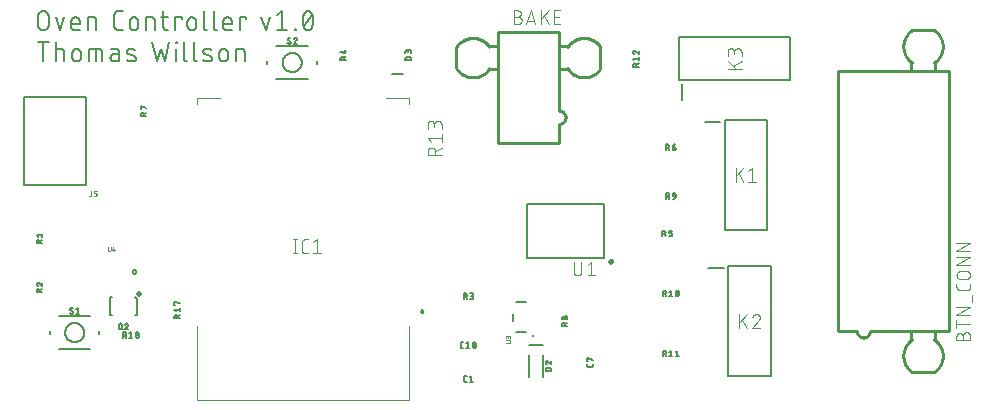
<source format=gbr>
G04 EAGLE Gerber RS-274X export*
G75*
%MOMM*%
%FSLAX34Y34*%
%LPD*%
%INSilkscreen Top*%
%IPPOS*%
%AMOC8*
5,1,8,0,0,1.08239X$1,22.5*%
G01*
%ADD10C,0.152400*%
%ADD11C,0.254000*%
%ADD12C,0.101600*%
%ADD13C,0.127000*%
%ADD14C,0.203200*%
%ADD15C,0.100000*%
%ADD16C,0.200000*%
%ADD17C,0.200000*%
%ADD18C,0.050800*%
%ADD19C,0.508000*%
%ADD20C,0.254000*%
%ADD21C,0.025400*%


D10*
X10287Y333573D02*
X10287Y340797D01*
X10289Y340930D01*
X10295Y341062D01*
X10305Y341194D01*
X10318Y341326D01*
X10336Y341458D01*
X10357Y341588D01*
X10382Y341719D01*
X10411Y341848D01*
X10444Y341976D01*
X10480Y342104D01*
X10520Y342230D01*
X10564Y342355D01*
X10612Y342479D01*
X10663Y342601D01*
X10718Y342722D01*
X10776Y342841D01*
X10838Y342959D01*
X10903Y343074D01*
X10972Y343188D01*
X11043Y343299D01*
X11119Y343408D01*
X11197Y343515D01*
X11278Y343620D01*
X11363Y343722D01*
X11450Y343822D01*
X11540Y343919D01*
X11633Y344014D01*
X11729Y344105D01*
X11827Y344194D01*
X11928Y344280D01*
X12032Y344363D01*
X12138Y344443D01*
X12246Y344519D01*
X12356Y344593D01*
X12469Y344663D01*
X12583Y344730D01*
X12700Y344793D01*
X12818Y344853D01*
X12938Y344910D01*
X13060Y344963D01*
X13183Y345012D01*
X13307Y345058D01*
X13433Y345100D01*
X13560Y345138D01*
X13688Y345173D01*
X13817Y345204D01*
X13946Y345231D01*
X14077Y345254D01*
X14208Y345274D01*
X14340Y345289D01*
X14472Y345301D01*
X14604Y345309D01*
X14737Y345313D01*
X14869Y345313D01*
X15002Y345309D01*
X15134Y345301D01*
X15266Y345289D01*
X15398Y345274D01*
X15529Y345254D01*
X15660Y345231D01*
X15789Y345204D01*
X15918Y345173D01*
X16046Y345138D01*
X16173Y345100D01*
X16299Y345058D01*
X16423Y345012D01*
X16546Y344963D01*
X16668Y344910D01*
X16788Y344853D01*
X16906Y344793D01*
X17023Y344730D01*
X17137Y344663D01*
X17250Y344593D01*
X17360Y344519D01*
X17468Y344443D01*
X17574Y344363D01*
X17678Y344280D01*
X17779Y344194D01*
X17877Y344105D01*
X17973Y344014D01*
X18066Y343919D01*
X18156Y343822D01*
X18243Y343722D01*
X18328Y343620D01*
X18409Y343515D01*
X18487Y343408D01*
X18563Y343299D01*
X18634Y343188D01*
X18703Y343074D01*
X18768Y342959D01*
X18830Y342841D01*
X18888Y342722D01*
X18943Y342601D01*
X18994Y342479D01*
X19042Y342355D01*
X19086Y342230D01*
X19126Y342104D01*
X19162Y341976D01*
X19195Y341848D01*
X19224Y341719D01*
X19249Y341588D01*
X19270Y341458D01*
X19288Y341326D01*
X19301Y341194D01*
X19311Y341062D01*
X19317Y340930D01*
X19319Y340797D01*
X19318Y340797D02*
X19318Y333573D01*
X19319Y333573D02*
X19317Y333440D01*
X19311Y333308D01*
X19301Y333176D01*
X19288Y333044D01*
X19270Y332912D01*
X19249Y332782D01*
X19224Y332651D01*
X19195Y332522D01*
X19162Y332394D01*
X19126Y332266D01*
X19086Y332140D01*
X19042Y332015D01*
X18994Y331891D01*
X18943Y331769D01*
X18888Y331648D01*
X18830Y331529D01*
X18768Y331411D01*
X18703Y331296D01*
X18634Y331182D01*
X18563Y331071D01*
X18487Y330962D01*
X18409Y330855D01*
X18328Y330750D01*
X18243Y330648D01*
X18156Y330548D01*
X18066Y330451D01*
X17973Y330356D01*
X17877Y330265D01*
X17779Y330176D01*
X17678Y330090D01*
X17574Y330007D01*
X17468Y329927D01*
X17360Y329851D01*
X17250Y329777D01*
X17137Y329707D01*
X17023Y329640D01*
X16906Y329577D01*
X16788Y329517D01*
X16668Y329460D01*
X16546Y329407D01*
X16423Y329358D01*
X16299Y329312D01*
X16173Y329270D01*
X16046Y329232D01*
X15918Y329197D01*
X15789Y329166D01*
X15660Y329139D01*
X15529Y329116D01*
X15398Y329096D01*
X15266Y329081D01*
X15134Y329069D01*
X15002Y329061D01*
X14869Y329057D01*
X14737Y329057D01*
X14604Y329061D01*
X14472Y329069D01*
X14340Y329081D01*
X14208Y329096D01*
X14077Y329116D01*
X13946Y329139D01*
X13817Y329166D01*
X13688Y329197D01*
X13560Y329232D01*
X13433Y329270D01*
X13307Y329312D01*
X13183Y329358D01*
X13060Y329407D01*
X12938Y329460D01*
X12818Y329517D01*
X12700Y329577D01*
X12583Y329640D01*
X12469Y329707D01*
X12356Y329777D01*
X12246Y329851D01*
X12138Y329927D01*
X12032Y330007D01*
X11928Y330090D01*
X11827Y330176D01*
X11729Y330265D01*
X11633Y330356D01*
X11540Y330451D01*
X11450Y330548D01*
X11363Y330648D01*
X11278Y330750D01*
X11197Y330855D01*
X11119Y330962D01*
X11043Y331071D01*
X10972Y331182D01*
X10903Y331296D01*
X10838Y331411D01*
X10776Y331529D01*
X10718Y331648D01*
X10663Y331769D01*
X10612Y331891D01*
X10564Y332015D01*
X10520Y332140D01*
X10480Y332266D01*
X10444Y332394D01*
X10411Y332522D01*
X10382Y332651D01*
X10357Y332782D01*
X10336Y332912D01*
X10318Y333044D01*
X10305Y333176D01*
X10295Y333308D01*
X10289Y333440D01*
X10287Y333573D01*
X25258Y339894D02*
X28871Y329057D01*
X32483Y339894D01*
X40994Y329057D02*
X45509Y329057D01*
X40994Y329057D02*
X40893Y329059D01*
X40792Y329065D01*
X40691Y329074D01*
X40590Y329087D01*
X40490Y329104D01*
X40391Y329125D01*
X40293Y329149D01*
X40196Y329177D01*
X40099Y329209D01*
X40004Y329244D01*
X39911Y329283D01*
X39819Y329325D01*
X39728Y329371D01*
X39640Y329420D01*
X39553Y329472D01*
X39468Y329528D01*
X39385Y329586D01*
X39305Y329648D01*
X39227Y329713D01*
X39151Y329780D01*
X39078Y329850D01*
X39008Y329923D01*
X38941Y329999D01*
X38876Y330077D01*
X38814Y330157D01*
X38756Y330240D01*
X38700Y330325D01*
X38648Y330412D01*
X38599Y330500D01*
X38553Y330591D01*
X38511Y330683D01*
X38472Y330776D01*
X38437Y330871D01*
X38405Y330968D01*
X38377Y331065D01*
X38353Y331163D01*
X38332Y331262D01*
X38315Y331362D01*
X38302Y331463D01*
X38293Y331564D01*
X38287Y331665D01*
X38285Y331766D01*
X38284Y331766D02*
X38284Y336282D01*
X38285Y336282D02*
X38287Y336401D01*
X38293Y336521D01*
X38303Y336640D01*
X38317Y336758D01*
X38334Y336877D01*
X38356Y336994D01*
X38381Y337111D01*
X38411Y337226D01*
X38444Y337341D01*
X38481Y337455D01*
X38521Y337567D01*
X38566Y337678D01*
X38614Y337787D01*
X38665Y337895D01*
X38720Y338001D01*
X38779Y338105D01*
X38841Y338207D01*
X38906Y338307D01*
X38975Y338405D01*
X39047Y338501D01*
X39122Y338594D01*
X39199Y338684D01*
X39280Y338772D01*
X39364Y338857D01*
X39451Y338939D01*
X39540Y339019D01*
X39632Y339095D01*
X39726Y339169D01*
X39823Y339239D01*
X39921Y339306D01*
X40022Y339370D01*
X40126Y339430D01*
X40231Y339487D01*
X40338Y339540D01*
X40446Y339590D01*
X40556Y339636D01*
X40668Y339678D01*
X40781Y339717D01*
X40895Y339752D01*
X41010Y339783D01*
X41127Y339811D01*
X41244Y339834D01*
X41361Y339854D01*
X41480Y339870D01*
X41599Y339882D01*
X41718Y339890D01*
X41837Y339894D01*
X41957Y339894D01*
X42076Y339890D01*
X42195Y339882D01*
X42314Y339870D01*
X42433Y339854D01*
X42550Y339834D01*
X42667Y339811D01*
X42784Y339783D01*
X42899Y339752D01*
X43013Y339717D01*
X43126Y339678D01*
X43238Y339636D01*
X43348Y339590D01*
X43456Y339540D01*
X43563Y339487D01*
X43668Y339430D01*
X43772Y339370D01*
X43873Y339306D01*
X43971Y339239D01*
X44068Y339169D01*
X44162Y339095D01*
X44254Y339019D01*
X44343Y338939D01*
X44430Y338857D01*
X44514Y338772D01*
X44595Y338684D01*
X44672Y338594D01*
X44747Y338501D01*
X44819Y338405D01*
X44888Y338307D01*
X44953Y338207D01*
X45015Y338105D01*
X45074Y338001D01*
X45129Y337895D01*
X45180Y337787D01*
X45228Y337678D01*
X45273Y337567D01*
X45313Y337455D01*
X45350Y337341D01*
X45383Y337226D01*
X45413Y337111D01*
X45438Y336994D01*
X45460Y336877D01*
X45477Y336758D01*
X45491Y336640D01*
X45501Y336521D01*
X45507Y336401D01*
X45509Y336282D01*
X45509Y334476D01*
X38284Y334476D01*
X52352Y329057D02*
X52352Y339894D01*
X56868Y339894D01*
X56972Y339892D01*
X57075Y339886D01*
X57179Y339876D01*
X57282Y339862D01*
X57384Y339844D01*
X57485Y339823D01*
X57586Y339797D01*
X57685Y339768D01*
X57784Y339735D01*
X57881Y339698D01*
X57976Y339657D01*
X58070Y339613D01*
X58162Y339565D01*
X58252Y339514D01*
X58341Y339459D01*
X58427Y339401D01*
X58510Y339339D01*
X58592Y339275D01*
X58670Y339207D01*
X58746Y339137D01*
X58820Y339064D01*
X58890Y338987D01*
X58958Y338909D01*
X59022Y338827D01*
X59084Y338744D01*
X59142Y338658D01*
X59197Y338569D01*
X59248Y338479D01*
X59296Y338387D01*
X59340Y338293D01*
X59381Y338198D01*
X59418Y338101D01*
X59451Y338002D01*
X59480Y337903D01*
X59506Y337802D01*
X59527Y337701D01*
X59545Y337599D01*
X59559Y337496D01*
X59569Y337392D01*
X59575Y337289D01*
X59577Y337185D01*
X59577Y329057D01*
X78469Y329057D02*
X82081Y329057D01*
X78469Y329057D02*
X78351Y329059D01*
X78233Y329065D01*
X78115Y329074D01*
X77998Y329088D01*
X77881Y329105D01*
X77764Y329126D01*
X77649Y329151D01*
X77534Y329180D01*
X77420Y329213D01*
X77308Y329249D01*
X77197Y329289D01*
X77087Y329332D01*
X76978Y329379D01*
X76871Y329429D01*
X76766Y329484D01*
X76663Y329541D01*
X76562Y329602D01*
X76462Y329666D01*
X76365Y329733D01*
X76270Y329803D01*
X76178Y329877D01*
X76087Y329953D01*
X76000Y330033D01*
X75915Y330115D01*
X75833Y330200D01*
X75753Y330287D01*
X75677Y330378D01*
X75603Y330470D01*
X75533Y330565D01*
X75466Y330662D01*
X75402Y330762D01*
X75341Y330863D01*
X75284Y330966D01*
X75229Y331071D01*
X75179Y331178D01*
X75132Y331287D01*
X75089Y331397D01*
X75049Y331508D01*
X75013Y331620D01*
X74980Y331734D01*
X74951Y331849D01*
X74926Y331964D01*
X74905Y332081D01*
X74888Y332198D01*
X74874Y332315D01*
X74865Y332433D01*
X74859Y332551D01*
X74857Y332669D01*
X74856Y332669D02*
X74856Y341701D01*
X74857Y341701D02*
X74859Y341819D01*
X74865Y341937D01*
X74874Y342055D01*
X74888Y342172D01*
X74905Y342289D01*
X74926Y342406D01*
X74951Y342521D01*
X74980Y342636D01*
X75013Y342750D01*
X75049Y342862D01*
X75089Y342973D01*
X75132Y343083D01*
X75179Y343192D01*
X75229Y343299D01*
X75283Y343404D01*
X75341Y343507D01*
X75402Y343608D01*
X75466Y343708D01*
X75533Y343805D01*
X75603Y343900D01*
X75677Y343992D01*
X75753Y344083D01*
X75833Y344170D01*
X75915Y344255D01*
X76000Y344337D01*
X76087Y344417D01*
X76178Y344493D01*
X76270Y344567D01*
X76365Y344637D01*
X76462Y344704D01*
X76562Y344768D01*
X76663Y344829D01*
X76766Y344886D01*
X76871Y344940D01*
X76978Y344991D01*
X77087Y345038D01*
X77197Y345081D01*
X77308Y345121D01*
X77420Y345157D01*
X77534Y345190D01*
X77649Y345219D01*
X77764Y345244D01*
X77881Y345265D01*
X77998Y345282D01*
X78115Y345296D01*
X78233Y345305D01*
X78351Y345311D01*
X78469Y345313D01*
X82081Y345313D01*
X87783Y336282D02*
X87783Y332669D01*
X87783Y336282D02*
X87785Y336401D01*
X87791Y336521D01*
X87801Y336640D01*
X87815Y336758D01*
X87832Y336877D01*
X87854Y336994D01*
X87879Y337111D01*
X87909Y337226D01*
X87942Y337341D01*
X87979Y337455D01*
X88019Y337567D01*
X88064Y337678D01*
X88112Y337787D01*
X88163Y337895D01*
X88218Y338001D01*
X88277Y338105D01*
X88339Y338207D01*
X88404Y338307D01*
X88473Y338405D01*
X88545Y338501D01*
X88620Y338594D01*
X88697Y338684D01*
X88778Y338772D01*
X88862Y338857D01*
X88949Y338939D01*
X89038Y339019D01*
X89130Y339095D01*
X89224Y339169D01*
X89321Y339239D01*
X89419Y339306D01*
X89520Y339370D01*
X89624Y339430D01*
X89729Y339487D01*
X89836Y339540D01*
X89944Y339590D01*
X90054Y339636D01*
X90166Y339678D01*
X90279Y339717D01*
X90393Y339752D01*
X90508Y339783D01*
X90625Y339811D01*
X90742Y339834D01*
X90859Y339854D01*
X90978Y339870D01*
X91097Y339882D01*
X91216Y339890D01*
X91335Y339894D01*
X91455Y339894D01*
X91574Y339890D01*
X91693Y339882D01*
X91812Y339870D01*
X91931Y339854D01*
X92048Y339834D01*
X92165Y339811D01*
X92282Y339783D01*
X92397Y339752D01*
X92511Y339717D01*
X92624Y339678D01*
X92736Y339636D01*
X92846Y339590D01*
X92954Y339540D01*
X93061Y339487D01*
X93166Y339430D01*
X93270Y339370D01*
X93371Y339306D01*
X93469Y339239D01*
X93566Y339169D01*
X93660Y339095D01*
X93752Y339019D01*
X93841Y338939D01*
X93928Y338857D01*
X94012Y338772D01*
X94093Y338684D01*
X94170Y338594D01*
X94245Y338501D01*
X94317Y338405D01*
X94386Y338307D01*
X94451Y338207D01*
X94513Y338105D01*
X94572Y338001D01*
X94627Y337895D01*
X94678Y337787D01*
X94726Y337678D01*
X94771Y337567D01*
X94811Y337455D01*
X94848Y337341D01*
X94881Y337226D01*
X94911Y337111D01*
X94936Y336994D01*
X94958Y336877D01*
X94975Y336758D01*
X94989Y336640D01*
X94999Y336521D01*
X95005Y336401D01*
X95007Y336282D01*
X95008Y336282D02*
X95008Y332669D01*
X95007Y332669D02*
X95005Y332550D01*
X94999Y332430D01*
X94989Y332311D01*
X94975Y332193D01*
X94958Y332074D01*
X94936Y331957D01*
X94911Y331840D01*
X94881Y331725D01*
X94848Y331610D01*
X94811Y331496D01*
X94771Y331384D01*
X94726Y331273D01*
X94678Y331164D01*
X94627Y331056D01*
X94572Y330950D01*
X94513Y330846D01*
X94451Y330744D01*
X94386Y330644D01*
X94317Y330546D01*
X94245Y330450D01*
X94170Y330357D01*
X94093Y330267D01*
X94012Y330179D01*
X93928Y330094D01*
X93841Y330012D01*
X93752Y329932D01*
X93660Y329856D01*
X93566Y329782D01*
X93469Y329712D01*
X93371Y329645D01*
X93270Y329581D01*
X93166Y329521D01*
X93061Y329464D01*
X92954Y329411D01*
X92846Y329361D01*
X92736Y329315D01*
X92624Y329273D01*
X92511Y329234D01*
X92397Y329199D01*
X92282Y329168D01*
X92165Y329140D01*
X92048Y329117D01*
X91931Y329097D01*
X91812Y329081D01*
X91693Y329069D01*
X91574Y329061D01*
X91455Y329057D01*
X91335Y329057D01*
X91216Y329061D01*
X91097Y329069D01*
X90978Y329081D01*
X90859Y329097D01*
X90742Y329117D01*
X90625Y329140D01*
X90508Y329168D01*
X90393Y329199D01*
X90279Y329234D01*
X90166Y329273D01*
X90054Y329315D01*
X89944Y329361D01*
X89836Y329411D01*
X89729Y329464D01*
X89624Y329521D01*
X89520Y329581D01*
X89419Y329645D01*
X89321Y329712D01*
X89224Y329782D01*
X89130Y329856D01*
X89038Y329932D01*
X88949Y330012D01*
X88862Y330094D01*
X88778Y330179D01*
X88697Y330267D01*
X88620Y330357D01*
X88545Y330450D01*
X88473Y330546D01*
X88404Y330644D01*
X88339Y330744D01*
X88277Y330846D01*
X88218Y330950D01*
X88163Y331056D01*
X88112Y331164D01*
X88064Y331273D01*
X88019Y331384D01*
X87979Y331496D01*
X87942Y331610D01*
X87909Y331725D01*
X87879Y331840D01*
X87854Y331957D01*
X87832Y332074D01*
X87815Y332193D01*
X87801Y332311D01*
X87791Y332430D01*
X87785Y332550D01*
X87783Y332669D01*
X101851Y329057D02*
X101851Y339894D01*
X106367Y339894D01*
X106471Y339892D01*
X106574Y339886D01*
X106678Y339876D01*
X106781Y339862D01*
X106883Y339844D01*
X106984Y339823D01*
X107085Y339797D01*
X107184Y339768D01*
X107283Y339735D01*
X107380Y339698D01*
X107475Y339657D01*
X107569Y339613D01*
X107661Y339565D01*
X107751Y339514D01*
X107840Y339459D01*
X107926Y339401D01*
X108009Y339339D01*
X108091Y339275D01*
X108169Y339207D01*
X108245Y339137D01*
X108319Y339064D01*
X108389Y338987D01*
X108457Y338909D01*
X108521Y338827D01*
X108583Y338744D01*
X108641Y338658D01*
X108696Y338569D01*
X108747Y338479D01*
X108795Y338387D01*
X108839Y338293D01*
X108880Y338198D01*
X108917Y338101D01*
X108950Y338002D01*
X108979Y337903D01*
X109005Y337802D01*
X109026Y337701D01*
X109044Y337599D01*
X109058Y337496D01*
X109068Y337392D01*
X109074Y337289D01*
X109076Y337185D01*
X109076Y329057D01*
X114622Y339894D02*
X120041Y339894D01*
X116428Y345313D02*
X116428Y331766D01*
X116430Y331665D01*
X116436Y331564D01*
X116445Y331463D01*
X116458Y331362D01*
X116475Y331262D01*
X116496Y331163D01*
X116520Y331065D01*
X116548Y330968D01*
X116580Y330871D01*
X116615Y330776D01*
X116654Y330683D01*
X116696Y330591D01*
X116742Y330500D01*
X116791Y330412D01*
X116843Y330325D01*
X116899Y330240D01*
X116957Y330157D01*
X117019Y330077D01*
X117084Y329999D01*
X117151Y329923D01*
X117221Y329850D01*
X117294Y329780D01*
X117370Y329713D01*
X117448Y329648D01*
X117528Y329586D01*
X117611Y329528D01*
X117696Y329472D01*
X117783Y329420D01*
X117871Y329371D01*
X117962Y329325D01*
X118054Y329283D01*
X118147Y329244D01*
X118242Y329209D01*
X118339Y329177D01*
X118436Y329149D01*
X118534Y329125D01*
X118633Y329104D01*
X118733Y329087D01*
X118834Y329074D01*
X118935Y329065D01*
X119036Y329059D01*
X119137Y329057D01*
X120041Y329057D01*
X126425Y329057D02*
X126425Y339894D01*
X131844Y339894D01*
X131844Y338088D01*
X136761Y336282D02*
X136761Y332669D01*
X136761Y336282D02*
X136763Y336401D01*
X136769Y336521D01*
X136779Y336640D01*
X136793Y336758D01*
X136810Y336877D01*
X136832Y336994D01*
X136857Y337111D01*
X136887Y337226D01*
X136920Y337341D01*
X136957Y337455D01*
X136997Y337567D01*
X137042Y337678D01*
X137090Y337787D01*
X137141Y337895D01*
X137196Y338001D01*
X137255Y338105D01*
X137317Y338207D01*
X137382Y338307D01*
X137451Y338405D01*
X137523Y338501D01*
X137598Y338594D01*
X137675Y338684D01*
X137756Y338772D01*
X137840Y338857D01*
X137927Y338939D01*
X138016Y339019D01*
X138108Y339095D01*
X138202Y339169D01*
X138299Y339239D01*
X138397Y339306D01*
X138498Y339370D01*
X138602Y339430D01*
X138707Y339487D01*
X138814Y339540D01*
X138922Y339590D01*
X139032Y339636D01*
X139144Y339678D01*
X139257Y339717D01*
X139371Y339752D01*
X139486Y339783D01*
X139603Y339811D01*
X139720Y339834D01*
X139837Y339854D01*
X139956Y339870D01*
X140075Y339882D01*
X140194Y339890D01*
X140313Y339894D01*
X140433Y339894D01*
X140552Y339890D01*
X140671Y339882D01*
X140790Y339870D01*
X140909Y339854D01*
X141026Y339834D01*
X141143Y339811D01*
X141260Y339783D01*
X141375Y339752D01*
X141489Y339717D01*
X141602Y339678D01*
X141714Y339636D01*
X141824Y339590D01*
X141932Y339540D01*
X142039Y339487D01*
X142144Y339430D01*
X142248Y339370D01*
X142349Y339306D01*
X142447Y339239D01*
X142544Y339169D01*
X142638Y339095D01*
X142730Y339019D01*
X142819Y338939D01*
X142906Y338857D01*
X142990Y338772D01*
X143071Y338684D01*
X143148Y338594D01*
X143223Y338501D01*
X143295Y338405D01*
X143364Y338307D01*
X143429Y338207D01*
X143491Y338105D01*
X143550Y338001D01*
X143605Y337895D01*
X143656Y337787D01*
X143704Y337678D01*
X143749Y337567D01*
X143789Y337455D01*
X143826Y337341D01*
X143859Y337226D01*
X143889Y337111D01*
X143914Y336994D01*
X143936Y336877D01*
X143953Y336758D01*
X143967Y336640D01*
X143977Y336521D01*
X143983Y336401D01*
X143985Y336282D01*
X143986Y336282D02*
X143986Y332669D01*
X143985Y332669D02*
X143983Y332550D01*
X143977Y332430D01*
X143967Y332311D01*
X143953Y332193D01*
X143936Y332074D01*
X143914Y331957D01*
X143889Y331840D01*
X143859Y331725D01*
X143826Y331610D01*
X143789Y331496D01*
X143749Y331384D01*
X143704Y331273D01*
X143656Y331164D01*
X143605Y331056D01*
X143550Y330950D01*
X143491Y330846D01*
X143429Y330744D01*
X143364Y330644D01*
X143295Y330546D01*
X143223Y330450D01*
X143148Y330357D01*
X143071Y330267D01*
X142990Y330179D01*
X142906Y330094D01*
X142819Y330012D01*
X142730Y329932D01*
X142638Y329856D01*
X142544Y329782D01*
X142447Y329712D01*
X142349Y329645D01*
X142248Y329581D01*
X142144Y329521D01*
X142039Y329464D01*
X141932Y329411D01*
X141824Y329361D01*
X141714Y329315D01*
X141602Y329273D01*
X141489Y329234D01*
X141375Y329199D01*
X141260Y329168D01*
X141143Y329140D01*
X141026Y329117D01*
X140909Y329097D01*
X140790Y329081D01*
X140671Y329069D01*
X140552Y329061D01*
X140433Y329057D01*
X140313Y329057D01*
X140194Y329061D01*
X140075Y329069D01*
X139956Y329081D01*
X139837Y329097D01*
X139720Y329117D01*
X139603Y329140D01*
X139486Y329168D01*
X139371Y329199D01*
X139257Y329234D01*
X139144Y329273D01*
X139032Y329315D01*
X138922Y329361D01*
X138814Y329411D01*
X138707Y329464D01*
X138602Y329521D01*
X138498Y329581D01*
X138397Y329645D01*
X138299Y329712D01*
X138202Y329782D01*
X138108Y329856D01*
X138016Y329932D01*
X137927Y330012D01*
X137840Y330094D01*
X137756Y330179D01*
X137675Y330267D01*
X137598Y330357D01*
X137523Y330450D01*
X137451Y330546D01*
X137382Y330644D01*
X137317Y330744D01*
X137255Y330846D01*
X137196Y330950D01*
X137141Y331056D01*
X137090Y331164D01*
X137042Y331273D01*
X136997Y331384D01*
X136957Y331496D01*
X136920Y331610D01*
X136887Y331725D01*
X136857Y331840D01*
X136832Y331957D01*
X136810Y332074D01*
X136793Y332193D01*
X136779Y332311D01*
X136769Y332430D01*
X136763Y332550D01*
X136761Y332669D01*
X150545Y331766D02*
X150545Y345313D01*
X150545Y331766D02*
X150547Y331665D01*
X150553Y331564D01*
X150562Y331463D01*
X150575Y331362D01*
X150592Y331262D01*
X150613Y331163D01*
X150637Y331065D01*
X150665Y330968D01*
X150697Y330871D01*
X150732Y330776D01*
X150771Y330683D01*
X150813Y330591D01*
X150859Y330500D01*
X150908Y330412D01*
X150960Y330325D01*
X151016Y330240D01*
X151074Y330157D01*
X151136Y330077D01*
X151201Y329999D01*
X151268Y329923D01*
X151338Y329850D01*
X151411Y329780D01*
X151487Y329713D01*
X151565Y329648D01*
X151645Y329586D01*
X151728Y329528D01*
X151813Y329472D01*
X151900Y329420D01*
X151988Y329371D01*
X152079Y329325D01*
X152171Y329283D01*
X152264Y329244D01*
X152359Y329209D01*
X152456Y329177D01*
X152553Y329149D01*
X152651Y329125D01*
X152750Y329104D01*
X152850Y329087D01*
X152951Y329074D01*
X153052Y329065D01*
X153153Y329059D01*
X153254Y329057D01*
X158881Y331766D02*
X158881Y345313D01*
X158882Y331766D02*
X158884Y331665D01*
X158890Y331564D01*
X158899Y331463D01*
X158912Y331362D01*
X158929Y331262D01*
X158950Y331163D01*
X158974Y331065D01*
X159002Y330968D01*
X159034Y330871D01*
X159069Y330776D01*
X159108Y330683D01*
X159150Y330591D01*
X159196Y330500D01*
X159245Y330412D01*
X159297Y330325D01*
X159353Y330240D01*
X159411Y330157D01*
X159473Y330077D01*
X159538Y329999D01*
X159605Y329923D01*
X159675Y329850D01*
X159748Y329780D01*
X159824Y329713D01*
X159902Y329648D01*
X159982Y329586D01*
X160065Y329528D01*
X160150Y329472D01*
X160237Y329420D01*
X160325Y329371D01*
X160416Y329325D01*
X160508Y329283D01*
X160601Y329244D01*
X160696Y329209D01*
X160793Y329177D01*
X160890Y329149D01*
X160988Y329125D01*
X161087Y329104D01*
X161187Y329087D01*
X161288Y329074D01*
X161389Y329065D01*
X161490Y329059D01*
X161591Y329057D01*
X169690Y329057D02*
X174206Y329057D01*
X169690Y329057D02*
X169589Y329059D01*
X169488Y329065D01*
X169387Y329074D01*
X169286Y329087D01*
X169186Y329104D01*
X169087Y329125D01*
X168989Y329149D01*
X168892Y329177D01*
X168795Y329209D01*
X168700Y329244D01*
X168607Y329283D01*
X168515Y329325D01*
X168424Y329371D01*
X168336Y329420D01*
X168249Y329472D01*
X168164Y329528D01*
X168081Y329586D01*
X168001Y329648D01*
X167923Y329713D01*
X167847Y329780D01*
X167774Y329850D01*
X167704Y329923D01*
X167637Y329999D01*
X167572Y330077D01*
X167510Y330157D01*
X167452Y330240D01*
X167396Y330325D01*
X167344Y330412D01*
X167295Y330500D01*
X167249Y330591D01*
X167207Y330683D01*
X167168Y330776D01*
X167133Y330871D01*
X167101Y330968D01*
X167073Y331065D01*
X167049Y331163D01*
X167028Y331262D01*
X167011Y331362D01*
X166998Y331463D01*
X166989Y331564D01*
X166983Y331665D01*
X166981Y331766D01*
X166981Y336282D01*
X166982Y336282D02*
X166984Y336401D01*
X166990Y336521D01*
X167000Y336640D01*
X167014Y336758D01*
X167031Y336877D01*
X167053Y336994D01*
X167078Y337111D01*
X167108Y337226D01*
X167141Y337341D01*
X167178Y337455D01*
X167218Y337567D01*
X167263Y337678D01*
X167311Y337787D01*
X167362Y337895D01*
X167417Y338001D01*
X167476Y338105D01*
X167538Y338207D01*
X167603Y338307D01*
X167672Y338405D01*
X167744Y338501D01*
X167819Y338594D01*
X167896Y338684D01*
X167977Y338772D01*
X168061Y338857D01*
X168148Y338939D01*
X168237Y339019D01*
X168329Y339095D01*
X168423Y339169D01*
X168520Y339239D01*
X168618Y339306D01*
X168719Y339370D01*
X168823Y339430D01*
X168928Y339487D01*
X169035Y339540D01*
X169143Y339590D01*
X169253Y339636D01*
X169365Y339678D01*
X169478Y339717D01*
X169592Y339752D01*
X169707Y339783D01*
X169824Y339811D01*
X169941Y339834D01*
X170058Y339854D01*
X170177Y339870D01*
X170296Y339882D01*
X170415Y339890D01*
X170534Y339894D01*
X170654Y339894D01*
X170773Y339890D01*
X170892Y339882D01*
X171011Y339870D01*
X171130Y339854D01*
X171247Y339834D01*
X171364Y339811D01*
X171481Y339783D01*
X171596Y339752D01*
X171710Y339717D01*
X171823Y339678D01*
X171935Y339636D01*
X172045Y339590D01*
X172153Y339540D01*
X172260Y339487D01*
X172365Y339430D01*
X172469Y339370D01*
X172570Y339306D01*
X172668Y339239D01*
X172765Y339169D01*
X172859Y339095D01*
X172951Y339019D01*
X173040Y338939D01*
X173127Y338857D01*
X173211Y338772D01*
X173292Y338684D01*
X173369Y338594D01*
X173444Y338501D01*
X173516Y338405D01*
X173585Y338307D01*
X173650Y338207D01*
X173712Y338105D01*
X173771Y338001D01*
X173826Y337895D01*
X173877Y337787D01*
X173925Y337678D01*
X173970Y337567D01*
X174010Y337455D01*
X174047Y337341D01*
X174080Y337226D01*
X174110Y337111D01*
X174135Y336994D01*
X174157Y336877D01*
X174174Y336758D01*
X174188Y336640D01*
X174198Y336521D01*
X174204Y336401D01*
X174206Y336282D01*
X174206Y334476D01*
X166981Y334476D01*
X181134Y329057D02*
X181134Y339894D01*
X186553Y339894D01*
X186553Y338088D01*
X199286Y339894D02*
X202898Y329057D01*
X206511Y339894D01*
X212451Y341701D02*
X216966Y345313D01*
X216966Y329057D01*
X212451Y329057D02*
X221482Y329057D01*
X227456Y329057D02*
X227456Y329960D01*
X228360Y329960D01*
X228360Y329057D01*
X227456Y329057D01*
X234334Y337185D02*
X234338Y337505D01*
X234349Y337824D01*
X234368Y338144D01*
X234395Y338462D01*
X234429Y338780D01*
X234471Y339097D01*
X234521Y339413D01*
X234578Y339728D01*
X234642Y340041D01*
X234714Y340353D01*
X234793Y340663D01*
X234880Y340970D01*
X234974Y341276D01*
X235075Y341579D01*
X235184Y341880D01*
X235299Y342178D01*
X235422Y342474D01*
X235552Y342766D01*
X235689Y343055D01*
X235689Y343056D02*
X235728Y343164D01*
X235771Y343271D01*
X235817Y343376D01*
X235868Y343480D01*
X235921Y343582D01*
X235978Y343682D01*
X236039Y343780D01*
X236103Y343875D01*
X236170Y343969D01*
X236241Y344060D01*
X236314Y344149D01*
X236391Y344235D01*
X236470Y344318D01*
X236552Y344399D01*
X236637Y344477D01*
X236725Y344551D01*
X236815Y344623D01*
X236907Y344691D01*
X237002Y344757D01*
X237099Y344819D01*
X237198Y344877D01*
X237300Y344933D01*
X237402Y344984D01*
X237507Y345032D01*
X237613Y345077D01*
X237721Y345118D01*
X237830Y345155D01*
X237940Y345188D01*
X238052Y345217D01*
X238164Y345243D01*
X238277Y345265D01*
X238391Y345282D01*
X238505Y345296D01*
X238620Y345306D01*
X238735Y345312D01*
X238850Y345314D01*
X238850Y345313D02*
X238965Y345311D01*
X239080Y345305D01*
X239195Y345295D01*
X239309Y345281D01*
X239423Y345264D01*
X239536Y345242D01*
X239648Y345216D01*
X239760Y345187D01*
X239870Y345154D01*
X239979Y345117D01*
X240087Y345076D01*
X240193Y345031D01*
X240298Y344983D01*
X240400Y344932D01*
X240501Y344876D01*
X240601Y344818D01*
X240698Y344756D01*
X240792Y344691D01*
X240885Y344622D01*
X240975Y344550D01*
X241063Y344476D01*
X241148Y344398D01*
X241230Y344317D01*
X241309Y344234D01*
X241386Y344148D01*
X241459Y344059D01*
X241530Y343968D01*
X241597Y343874D01*
X241661Y343779D01*
X241722Y343681D01*
X241779Y343581D01*
X241832Y343479D01*
X241883Y343375D01*
X241929Y343270D01*
X241972Y343163D01*
X242011Y343055D01*
X242010Y343055D02*
X242147Y342766D01*
X242277Y342474D01*
X242400Y342178D01*
X242515Y341880D01*
X242624Y341579D01*
X242725Y341276D01*
X242819Y340970D01*
X242906Y340663D01*
X242985Y340353D01*
X243057Y340041D01*
X243121Y339728D01*
X243178Y339413D01*
X243228Y339097D01*
X243270Y338780D01*
X243304Y338462D01*
X243331Y338144D01*
X243350Y337824D01*
X243361Y337505D01*
X243365Y337185D01*
X234335Y337185D02*
X234339Y336865D01*
X234350Y336546D01*
X234369Y336226D01*
X234396Y335908D01*
X234430Y335590D01*
X234472Y335273D01*
X234522Y334957D01*
X234579Y334642D01*
X234643Y334329D01*
X234715Y334017D01*
X234794Y333707D01*
X234881Y333400D01*
X234975Y333094D01*
X235076Y332791D01*
X235185Y332490D01*
X235300Y332192D01*
X235423Y331896D01*
X235553Y331604D01*
X235690Y331315D01*
X235689Y331315D02*
X235728Y331207D01*
X235771Y331100D01*
X235817Y330995D01*
X235868Y330891D01*
X235921Y330789D01*
X235978Y330689D01*
X236039Y330591D01*
X236103Y330496D01*
X236170Y330402D01*
X236241Y330311D01*
X236314Y330222D01*
X236391Y330136D01*
X236470Y330053D01*
X236552Y329972D01*
X236637Y329894D01*
X236725Y329820D01*
X236815Y329748D01*
X236908Y329679D01*
X237002Y329614D01*
X237099Y329552D01*
X237199Y329494D01*
X237300Y329438D01*
X237402Y329387D01*
X237507Y329339D01*
X237613Y329294D01*
X237721Y329253D01*
X237830Y329216D01*
X237940Y329183D01*
X238052Y329154D01*
X238164Y329128D01*
X238277Y329106D01*
X238391Y329089D01*
X238505Y329075D01*
X238620Y329065D01*
X238735Y329059D01*
X238850Y329057D01*
X242010Y331315D02*
X242147Y331604D01*
X242277Y331896D01*
X242400Y332192D01*
X242515Y332490D01*
X242624Y332791D01*
X242725Y333094D01*
X242819Y333400D01*
X242906Y333707D01*
X242985Y334017D01*
X243057Y334329D01*
X243121Y334642D01*
X243178Y334957D01*
X243228Y335273D01*
X243270Y335590D01*
X243304Y335908D01*
X243331Y336226D01*
X243350Y336546D01*
X243361Y336865D01*
X243365Y337185D01*
X242011Y331315D02*
X241972Y331207D01*
X241929Y331100D01*
X241883Y330995D01*
X241832Y330891D01*
X241779Y330789D01*
X241722Y330689D01*
X241661Y330591D01*
X241597Y330496D01*
X241530Y330402D01*
X241459Y330311D01*
X241386Y330222D01*
X241309Y330136D01*
X241230Y330053D01*
X241148Y329972D01*
X241063Y329894D01*
X240975Y329820D01*
X240885Y329748D01*
X240792Y329679D01*
X240698Y329614D01*
X240601Y329552D01*
X240501Y329494D01*
X240400Y329438D01*
X240297Y329387D01*
X240193Y329339D01*
X240087Y329294D01*
X239979Y329253D01*
X239870Y329216D01*
X239760Y329183D01*
X239648Y329154D01*
X239536Y329128D01*
X239423Y329106D01*
X239309Y329089D01*
X239195Y329075D01*
X239080Y329065D01*
X238965Y329059D01*
X238850Y329057D01*
X235237Y332669D02*
X242462Y341701D01*
X14803Y318643D02*
X14803Y302387D01*
X10287Y318643D02*
X19318Y318643D01*
X25258Y318643D02*
X25258Y302387D01*
X25258Y313224D02*
X29774Y313224D01*
X29878Y313222D01*
X29981Y313216D01*
X30085Y313206D01*
X30188Y313192D01*
X30290Y313174D01*
X30391Y313153D01*
X30492Y313127D01*
X30591Y313098D01*
X30690Y313065D01*
X30787Y313028D01*
X30882Y312987D01*
X30976Y312943D01*
X31068Y312895D01*
X31158Y312844D01*
X31247Y312789D01*
X31333Y312731D01*
X31416Y312669D01*
X31498Y312605D01*
X31576Y312537D01*
X31652Y312467D01*
X31726Y312394D01*
X31796Y312317D01*
X31864Y312239D01*
X31928Y312157D01*
X31990Y312074D01*
X32048Y311988D01*
X32103Y311899D01*
X32154Y311809D01*
X32202Y311717D01*
X32246Y311623D01*
X32287Y311528D01*
X32324Y311431D01*
X32357Y311332D01*
X32386Y311233D01*
X32412Y311132D01*
X32433Y311031D01*
X32451Y310929D01*
X32465Y310826D01*
X32475Y310722D01*
X32481Y310619D01*
X32483Y310515D01*
X32483Y302387D01*
X39326Y305999D02*
X39326Y309612D01*
X39327Y309612D02*
X39329Y309731D01*
X39335Y309851D01*
X39345Y309970D01*
X39359Y310088D01*
X39376Y310207D01*
X39398Y310324D01*
X39423Y310441D01*
X39453Y310556D01*
X39486Y310671D01*
X39523Y310785D01*
X39563Y310897D01*
X39608Y311008D01*
X39656Y311117D01*
X39707Y311225D01*
X39762Y311331D01*
X39821Y311435D01*
X39883Y311537D01*
X39948Y311637D01*
X40017Y311735D01*
X40089Y311831D01*
X40164Y311924D01*
X40241Y312014D01*
X40322Y312102D01*
X40406Y312187D01*
X40493Y312269D01*
X40582Y312349D01*
X40674Y312425D01*
X40768Y312499D01*
X40865Y312569D01*
X40963Y312636D01*
X41064Y312700D01*
X41168Y312760D01*
X41273Y312817D01*
X41380Y312870D01*
X41488Y312920D01*
X41598Y312966D01*
X41710Y313008D01*
X41823Y313047D01*
X41937Y313082D01*
X42052Y313113D01*
X42169Y313141D01*
X42286Y313164D01*
X42403Y313184D01*
X42522Y313200D01*
X42641Y313212D01*
X42760Y313220D01*
X42879Y313224D01*
X42999Y313224D01*
X43118Y313220D01*
X43237Y313212D01*
X43356Y313200D01*
X43475Y313184D01*
X43592Y313164D01*
X43709Y313141D01*
X43826Y313113D01*
X43941Y313082D01*
X44055Y313047D01*
X44168Y313008D01*
X44280Y312966D01*
X44390Y312920D01*
X44498Y312870D01*
X44605Y312817D01*
X44710Y312760D01*
X44814Y312700D01*
X44915Y312636D01*
X45013Y312569D01*
X45110Y312499D01*
X45204Y312425D01*
X45296Y312349D01*
X45385Y312269D01*
X45472Y312187D01*
X45556Y312102D01*
X45637Y312014D01*
X45714Y311924D01*
X45789Y311831D01*
X45861Y311735D01*
X45930Y311637D01*
X45995Y311537D01*
X46057Y311435D01*
X46116Y311331D01*
X46171Y311225D01*
X46222Y311117D01*
X46270Y311008D01*
X46315Y310897D01*
X46355Y310785D01*
X46392Y310671D01*
X46425Y310556D01*
X46455Y310441D01*
X46480Y310324D01*
X46502Y310207D01*
X46519Y310088D01*
X46533Y309970D01*
X46543Y309851D01*
X46549Y309731D01*
X46551Y309612D01*
X46551Y305999D01*
X46549Y305880D01*
X46543Y305760D01*
X46533Y305641D01*
X46519Y305523D01*
X46502Y305404D01*
X46480Y305287D01*
X46455Y305170D01*
X46425Y305055D01*
X46392Y304940D01*
X46355Y304826D01*
X46315Y304714D01*
X46270Y304603D01*
X46222Y304494D01*
X46171Y304386D01*
X46116Y304280D01*
X46057Y304176D01*
X45995Y304074D01*
X45930Y303974D01*
X45861Y303876D01*
X45789Y303780D01*
X45714Y303687D01*
X45637Y303597D01*
X45556Y303509D01*
X45472Y303424D01*
X45385Y303342D01*
X45296Y303262D01*
X45204Y303186D01*
X45110Y303112D01*
X45013Y303042D01*
X44915Y302975D01*
X44814Y302911D01*
X44710Y302851D01*
X44605Y302794D01*
X44498Y302741D01*
X44390Y302691D01*
X44280Y302645D01*
X44168Y302603D01*
X44055Y302564D01*
X43941Y302529D01*
X43826Y302498D01*
X43709Y302470D01*
X43592Y302447D01*
X43475Y302427D01*
X43356Y302411D01*
X43237Y302399D01*
X43118Y302391D01*
X42999Y302387D01*
X42879Y302387D01*
X42760Y302391D01*
X42641Y302399D01*
X42522Y302411D01*
X42403Y302427D01*
X42286Y302447D01*
X42169Y302470D01*
X42052Y302498D01*
X41937Y302529D01*
X41823Y302564D01*
X41710Y302603D01*
X41598Y302645D01*
X41488Y302691D01*
X41380Y302741D01*
X41273Y302794D01*
X41168Y302851D01*
X41064Y302911D01*
X40963Y302975D01*
X40865Y303042D01*
X40768Y303112D01*
X40674Y303186D01*
X40582Y303262D01*
X40493Y303342D01*
X40406Y303424D01*
X40322Y303509D01*
X40241Y303597D01*
X40164Y303687D01*
X40089Y303780D01*
X40017Y303876D01*
X39948Y303974D01*
X39883Y304074D01*
X39821Y304176D01*
X39762Y304280D01*
X39707Y304386D01*
X39656Y304494D01*
X39608Y304603D01*
X39563Y304714D01*
X39523Y304826D01*
X39486Y304940D01*
X39453Y305055D01*
X39423Y305170D01*
X39398Y305287D01*
X39376Y305404D01*
X39359Y305523D01*
X39345Y305641D01*
X39335Y305760D01*
X39329Y305880D01*
X39327Y305999D01*
X53672Y302387D02*
X53672Y313224D01*
X61800Y313224D01*
X61901Y313222D01*
X62002Y313216D01*
X62103Y313207D01*
X62204Y313194D01*
X62304Y313177D01*
X62403Y313156D01*
X62501Y313132D01*
X62598Y313104D01*
X62695Y313072D01*
X62790Y313037D01*
X62883Y312998D01*
X62975Y312956D01*
X63066Y312910D01*
X63155Y312861D01*
X63241Y312809D01*
X63326Y312753D01*
X63409Y312695D01*
X63489Y312633D01*
X63567Y312568D01*
X63643Y312501D01*
X63716Y312431D01*
X63786Y312358D01*
X63853Y312282D01*
X63918Y312204D01*
X63980Y312124D01*
X64038Y312041D01*
X64094Y311956D01*
X64146Y311870D01*
X64195Y311781D01*
X64241Y311690D01*
X64283Y311598D01*
X64322Y311505D01*
X64357Y311410D01*
X64389Y311313D01*
X64417Y311216D01*
X64441Y311118D01*
X64462Y311019D01*
X64479Y310919D01*
X64492Y310818D01*
X64501Y310717D01*
X64507Y310616D01*
X64509Y310515D01*
X64510Y310515D02*
X64510Y302387D01*
X59091Y302387D02*
X59091Y313224D01*
X74718Y308709D02*
X78782Y308709D01*
X74718Y308709D02*
X74606Y308707D01*
X74495Y308701D01*
X74384Y308691D01*
X74273Y308678D01*
X74163Y308660D01*
X74054Y308638D01*
X73945Y308613D01*
X73837Y308584D01*
X73731Y308551D01*
X73625Y308514D01*
X73521Y308474D01*
X73419Y308430D01*
X73318Y308382D01*
X73219Y308331D01*
X73121Y308276D01*
X73026Y308218D01*
X72933Y308157D01*
X72842Y308092D01*
X72753Y308024D01*
X72667Y307953D01*
X72584Y307880D01*
X72503Y307803D01*
X72424Y307723D01*
X72349Y307641D01*
X72277Y307556D01*
X72207Y307469D01*
X72141Y307379D01*
X72078Y307287D01*
X72018Y307192D01*
X71962Y307096D01*
X71909Y306998D01*
X71860Y306898D01*
X71814Y306796D01*
X71772Y306693D01*
X71733Y306588D01*
X71698Y306482D01*
X71667Y306375D01*
X71640Y306267D01*
X71616Y306158D01*
X71597Y306048D01*
X71581Y305938D01*
X71569Y305827D01*
X71561Y305715D01*
X71557Y305604D01*
X71557Y305492D01*
X71561Y305381D01*
X71569Y305269D01*
X71581Y305158D01*
X71597Y305048D01*
X71616Y304938D01*
X71640Y304829D01*
X71667Y304721D01*
X71698Y304614D01*
X71733Y304508D01*
X71772Y304403D01*
X71814Y304300D01*
X71860Y304198D01*
X71909Y304098D01*
X71962Y304000D01*
X72018Y303904D01*
X72078Y303809D01*
X72141Y303717D01*
X72207Y303627D01*
X72277Y303540D01*
X72349Y303455D01*
X72424Y303373D01*
X72503Y303293D01*
X72584Y303216D01*
X72667Y303143D01*
X72753Y303072D01*
X72842Y303004D01*
X72933Y302939D01*
X73026Y302878D01*
X73121Y302820D01*
X73219Y302765D01*
X73318Y302714D01*
X73419Y302666D01*
X73521Y302622D01*
X73625Y302582D01*
X73731Y302545D01*
X73837Y302512D01*
X73945Y302483D01*
X74054Y302458D01*
X74163Y302436D01*
X74273Y302418D01*
X74384Y302405D01*
X74495Y302395D01*
X74606Y302389D01*
X74718Y302387D01*
X78782Y302387D01*
X78782Y310515D01*
X78780Y310616D01*
X78774Y310717D01*
X78765Y310818D01*
X78752Y310919D01*
X78735Y311019D01*
X78714Y311118D01*
X78690Y311216D01*
X78662Y311313D01*
X78630Y311410D01*
X78595Y311505D01*
X78556Y311598D01*
X78514Y311690D01*
X78468Y311781D01*
X78419Y311870D01*
X78367Y311956D01*
X78311Y312041D01*
X78253Y312124D01*
X78191Y312204D01*
X78126Y312282D01*
X78059Y312358D01*
X77989Y312431D01*
X77916Y312501D01*
X77840Y312568D01*
X77762Y312633D01*
X77682Y312695D01*
X77599Y312753D01*
X77514Y312809D01*
X77428Y312861D01*
X77339Y312910D01*
X77248Y312956D01*
X77156Y312998D01*
X77063Y313037D01*
X76968Y313072D01*
X76871Y313104D01*
X76774Y313132D01*
X76676Y313156D01*
X76577Y313177D01*
X76477Y313194D01*
X76376Y313207D01*
X76275Y313216D01*
X76174Y313222D01*
X76073Y313224D01*
X72461Y313224D01*
X87054Y308709D02*
X91569Y306903D01*
X87053Y308709D02*
X86965Y308746D01*
X86879Y308787D01*
X86794Y308831D01*
X86711Y308879D01*
X86631Y308930D01*
X86552Y308984D01*
X86476Y309042D01*
X86402Y309102D01*
X86330Y309166D01*
X86262Y309232D01*
X86196Y309302D01*
X86133Y309373D01*
X86072Y309448D01*
X86015Y309524D01*
X85962Y309603D01*
X85911Y309684D01*
X85864Y309767D01*
X85820Y309852D01*
X85780Y309939D01*
X85743Y310027D01*
X85710Y310117D01*
X85680Y310208D01*
X85655Y310300D01*
X85633Y310393D01*
X85615Y310487D01*
X85600Y310581D01*
X85590Y310676D01*
X85584Y310772D01*
X85581Y310867D01*
X85582Y310963D01*
X85588Y311058D01*
X85597Y311154D01*
X85610Y311248D01*
X85626Y311342D01*
X85647Y311436D01*
X85672Y311528D01*
X85700Y311619D01*
X85732Y311709D01*
X85767Y311798D01*
X85806Y311885D01*
X85849Y311971D01*
X85895Y312055D01*
X85945Y312136D01*
X85997Y312216D01*
X86053Y312294D01*
X86113Y312369D01*
X86175Y312441D01*
X86240Y312511D01*
X86308Y312579D01*
X86378Y312643D01*
X86451Y312705D01*
X86527Y312763D01*
X86605Y312819D01*
X86685Y312871D01*
X86767Y312920D01*
X86851Y312965D01*
X86937Y313007D01*
X87024Y313046D01*
X87113Y313081D01*
X87204Y313112D01*
X87295Y313139D01*
X87388Y313163D01*
X87481Y313183D01*
X87575Y313199D01*
X87670Y313211D01*
X87765Y313220D01*
X87861Y313224D01*
X87956Y313225D01*
X88203Y313218D01*
X88449Y313206D01*
X88695Y313188D01*
X88941Y313163D01*
X89185Y313133D01*
X89429Y313097D01*
X89672Y313056D01*
X89914Y313008D01*
X90155Y312954D01*
X90394Y312895D01*
X90632Y312830D01*
X90868Y312759D01*
X91103Y312683D01*
X91336Y312601D01*
X91566Y312513D01*
X91794Y312420D01*
X92021Y312322D01*
X91570Y306902D02*
X91658Y306865D01*
X91744Y306824D01*
X91829Y306780D01*
X91912Y306732D01*
X91992Y306681D01*
X92071Y306627D01*
X92147Y306569D01*
X92221Y306509D01*
X92293Y306445D01*
X92361Y306379D01*
X92427Y306309D01*
X92490Y306238D01*
X92551Y306163D01*
X92608Y306087D01*
X92661Y306008D01*
X92712Y305927D01*
X92759Y305844D01*
X92803Y305759D01*
X92843Y305672D01*
X92880Y305584D01*
X92913Y305494D01*
X92943Y305403D01*
X92968Y305311D01*
X92990Y305218D01*
X93008Y305124D01*
X93023Y305030D01*
X93033Y304935D01*
X93039Y304839D01*
X93042Y304744D01*
X93041Y304648D01*
X93035Y304553D01*
X93026Y304457D01*
X93013Y304363D01*
X92997Y304269D01*
X92976Y304175D01*
X92951Y304083D01*
X92923Y303992D01*
X92891Y303902D01*
X92856Y303813D01*
X92817Y303726D01*
X92774Y303640D01*
X92728Y303556D01*
X92678Y303475D01*
X92626Y303395D01*
X92570Y303317D01*
X92510Y303242D01*
X92448Y303170D01*
X92383Y303100D01*
X92315Y303032D01*
X92245Y302968D01*
X92172Y302906D01*
X92096Y302848D01*
X92018Y302792D01*
X91938Y302740D01*
X91856Y302691D01*
X91772Y302646D01*
X91686Y302604D01*
X91599Y302565D01*
X91510Y302530D01*
X91419Y302499D01*
X91328Y302472D01*
X91235Y302448D01*
X91142Y302428D01*
X91048Y302412D01*
X90953Y302400D01*
X90858Y302391D01*
X90762Y302387D01*
X90667Y302386D01*
X90666Y302387D02*
X90304Y302396D01*
X89942Y302414D01*
X89581Y302441D01*
X89221Y302476D01*
X88861Y302519D01*
X88502Y302571D01*
X88145Y302632D01*
X87790Y302701D01*
X87436Y302778D01*
X87084Y302864D01*
X86734Y302958D01*
X86386Y303061D01*
X86041Y303171D01*
X85699Y303290D01*
X110709Y302387D02*
X107096Y318643D01*
X114321Y313224D02*
X110709Y302387D01*
X117934Y302387D02*
X114321Y313224D01*
X121546Y318643D02*
X117934Y302387D01*
X127347Y302387D02*
X127347Y313224D01*
X126896Y317740D02*
X126896Y318643D01*
X127799Y318643D01*
X127799Y317740D01*
X126896Y317740D01*
X133872Y318643D02*
X133872Y305096D01*
X133874Y304995D01*
X133880Y304894D01*
X133889Y304793D01*
X133902Y304692D01*
X133919Y304592D01*
X133940Y304493D01*
X133964Y304395D01*
X133992Y304298D01*
X134024Y304201D01*
X134059Y304106D01*
X134098Y304013D01*
X134140Y303921D01*
X134186Y303830D01*
X134235Y303742D01*
X134287Y303655D01*
X134343Y303570D01*
X134401Y303487D01*
X134463Y303407D01*
X134528Y303329D01*
X134595Y303253D01*
X134665Y303180D01*
X134738Y303110D01*
X134814Y303043D01*
X134892Y302978D01*
X134972Y302916D01*
X135055Y302858D01*
X135140Y302802D01*
X135227Y302750D01*
X135315Y302701D01*
X135406Y302655D01*
X135498Y302613D01*
X135591Y302574D01*
X135686Y302539D01*
X135783Y302507D01*
X135880Y302479D01*
X135978Y302455D01*
X136077Y302434D01*
X136177Y302417D01*
X136278Y302404D01*
X136379Y302395D01*
X136480Y302389D01*
X136581Y302387D01*
X142208Y305096D02*
X142208Y318643D01*
X142209Y305096D02*
X142211Y304995D01*
X142217Y304894D01*
X142226Y304793D01*
X142239Y304692D01*
X142256Y304592D01*
X142277Y304493D01*
X142301Y304395D01*
X142329Y304298D01*
X142361Y304201D01*
X142396Y304106D01*
X142435Y304013D01*
X142477Y303921D01*
X142523Y303830D01*
X142572Y303742D01*
X142624Y303655D01*
X142680Y303570D01*
X142738Y303487D01*
X142800Y303407D01*
X142865Y303329D01*
X142932Y303253D01*
X143002Y303180D01*
X143075Y303110D01*
X143151Y303043D01*
X143229Y302978D01*
X143309Y302916D01*
X143392Y302858D01*
X143477Y302802D01*
X143564Y302750D01*
X143652Y302701D01*
X143743Y302655D01*
X143835Y302613D01*
X143928Y302574D01*
X144023Y302539D01*
X144120Y302507D01*
X144217Y302479D01*
X144315Y302455D01*
X144414Y302434D01*
X144514Y302417D01*
X144615Y302404D01*
X144716Y302395D01*
X144817Y302389D01*
X144918Y302387D01*
X151663Y308709D02*
X156178Y306903D01*
X151662Y308709D02*
X151574Y308746D01*
X151488Y308787D01*
X151403Y308831D01*
X151320Y308879D01*
X151240Y308930D01*
X151161Y308984D01*
X151085Y309042D01*
X151011Y309102D01*
X150939Y309166D01*
X150871Y309232D01*
X150805Y309302D01*
X150742Y309373D01*
X150681Y309448D01*
X150624Y309524D01*
X150571Y309603D01*
X150520Y309684D01*
X150473Y309767D01*
X150429Y309852D01*
X150389Y309939D01*
X150352Y310027D01*
X150319Y310117D01*
X150289Y310208D01*
X150264Y310300D01*
X150242Y310393D01*
X150224Y310487D01*
X150209Y310581D01*
X150199Y310676D01*
X150193Y310772D01*
X150190Y310867D01*
X150191Y310963D01*
X150197Y311058D01*
X150206Y311154D01*
X150219Y311248D01*
X150235Y311342D01*
X150256Y311436D01*
X150281Y311528D01*
X150309Y311619D01*
X150341Y311709D01*
X150376Y311798D01*
X150415Y311885D01*
X150458Y311971D01*
X150504Y312055D01*
X150554Y312136D01*
X150606Y312216D01*
X150662Y312294D01*
X150722Y312369D01*
X150784Y312441D01*
X150849Y312511D01*
X150917Y312579D01*
X150987Y312643D01*
X151060Y312705D01*
X151136Y312763D01*
X151214Y312819D01*
X151294Y312871D01*
X151376Y312920D01*
X151460Y312965D01*
X151546Y313007D01*
X151633Y313046D01*
X151722Y313081D01*
X151813Y313112D01*
X151904Y313139D01*
X151997Y313163D01*
X152090Y313183D01*
X152184Y313199D01*
X152279Y313211D01*
X152374Y313220D01*
X152470Y313224D01*
X152565Y313225D01*
X152812Y313218D01*
X153058Y313206D01*
X153304Y313188D01*
X153550Y313163D01*
X153794Y313133D01*
X154038Y313097D01*
X154281Y313056D01*
X154523Y313008D01*
X154764Y312954D01*
X155003Y312895D01*
X155241Y312830D01*
X155477Y312759D01*
X155712Y312683D01*
X155945Y312601D01*
X156175Y312513D01*
X156403Y312420D01*
X156630Y312322D01*
X156179Y306902D02*
X156267Y306865D01*
X156353Y306824D01*
X156438Y306780D01*
X156521Y306732D01*
X156601Y306681D01*
X156680Y306627D01*
X156756Y306569D01*
X156830Y306509D01*
X156902Y306445D01*
X156970Y306379D01*
X157036Y306309D01*
X157099Y306238D01*
X157160Y306163D01*
X157217Y306087D01*
X157270Y306008D01*
X157321Y305927D01*
X157368Y305844D01*
X157412Y305759D01*
X157452Y305672D01*
X157489Y305584D01*
X157522Y305494D01*
X157552Y305403D01*
X157577Y305311D01*
X157599Y305218D01*
X157617Y305124D01*
X157632Y305030D01*
X157642Y304935D01*
X157648Y304839D01*
X157651Y304744D01*
X157650Y304648D01*
X157644Y304553D01*
X157635Y304457D01*
X157622Y304363D01*
X157606Y304269D01*
X157585Y304175D01*
X157560Y304083D01*
X157532Y303992D01*
X157500Y303902D01*
X157465Y303813D01*
X157426Y303726D01*
X157383Y303640D01*
X157337Y303556D01*
X157287Y303475D01*
X157235Y303395D01*
X157179Y303317D01*
X157119Y303242D01*
X157057Y303170D01*
X156992Y303100D01*
X156924Y303032D01*
X156854Y302968D01*
X156781Y302906D01*
X156705Y302848D01*
X156627Y302792D01*
X156547Y302740D01*
X156465Y302691D01*
X156381Y302646D01*
X156295Y302604D01*
X156208Y302565D01*
X156119Y302530D01*
X156028Y302499D01*
X155937Y302472D01*
X155844Y302448D01*
X155751Y302428D01*
X155657Y302412D01*
X155562Y302400D01*
X155467Y302391D01*
X155371Y302387D01*
X155276Y302386D01*
X155275Y302387D02*
X154913Y302396D01*
X154551Y302414D01*
X154190Y302441D01*
X153830Y302476D01*
X153470Y302519D01*
X153111Y302571D01*
X152754Y302632D01*
X152399Y302701D01*
X152045Y302778D01*
X151693Y302864D01*
X151343Y302958D01*
X150995Y303061D01*
X150650Y303171D01*
X150308Y303290D01*
X163855Y305999D02*
X163855Y309612D01*
X163856Y309612D02*
X163858Y309731D01*
X163864Y309851D01*
X163874Y309970D01*
X163888Y310088D01*
X163905Y310207D01*
X163927Y310324D01*
X163952Y310441D01*
X163982Y310556D01*
X164015Y310671D01*
X164052Y310785D01*
X164092Y310897D01*
X164137Y311008D01*
X164185Y311117D01*
X164236Y311225D01*
X164291Y311331D01*
X164350Y311435D01*
X164412Y311537D01*
X164477Y311637D01*
X164546Y311735D01*
X164618Y311831D01*
X164693Y311924D01*
X164770Y312014D01*
X164851Y312102D01*
X164935Y312187D01*
X165022Y312269D01*
X165111Y312349D01*
X165203Y312425D01*
X165297Y312499D01*
X165394Y312569D01*
X165492Y312636D01*
X165593Y312700D01*
X165697Y312760D01*
X165802Y312817D01*
X165909Y312870D01*
X166017Y312920D01*
X166127Y312966D01*
X166239Y313008D01*
X166352Y313047D01*
X166466Y313082D01*
X166581Y313113D01*
X166698Y313141D01*
X166815Y313164D01*
X166932Y313184D01*
X167051Y313200D01*
X167170Y313212D01*
X167289Y313220D01*
X167408Y313224D01*
X167528Y313224D01*
X167647Y313220D01*
X167766Y313212D01*
X167885Y313200D01*
X168004Y313184D01*
X168121Y313164D01*
X168238Y313141D01*
X168355Y313113D01*
X168470Y313082D01*
X168584Y313047D01*
X168697Y313008D01*
X168809Y312966D01*
X168919Y312920D01*
X169027Y312870D01*
X169134Y312817D01*
X169239Y312760D01*
X169343Y312700D01*
X169444Y312636D01*
X169542Y312569D01*
X169639Y312499D01*
X169733Y312425D01*
X169825Y312349D01*
X169914Y312269D01*
X170001Y312187D01*
X170085Y312102D01*
X170166Y312014D01*
X170243Y311924D01*
X170318Y311831D01*
X170390Y311735D01*
X170459Y311637D01*
X170524Y311537D01*
X170586Y311435D01*
X170645Y311331D01*
X170700Y311225D01*
X170751Y311117D01*
X170799Y311008D01*
X170844Y310897D01*
X170884Y310785D01*
X170921Y310671D01*
X170954Y310556D01*
X170984Y310441D01*
X171009Y310324D01*
X171031Y310207D01*
X171048Y310088D01*
X171062Y309970D01*
X171072Y309851D01*
X171078Y309731D01*
X171080Y309612D01*
X171080Y305999D01*
X171078Y305880D01*
X171072Y305760D01*
X171062Y305641D01*
X171048Y305523D01*
X171031Y305404D01*
X171009Y305287D01*
X170984Y305170D01*
X170954Y305055D01*
X170921Y304940D01*
X170884Y304826D01*
X170844Y304714D01*
X170799Y304603D01*
X170751Y304494D01*
X170700Y304386D01*
X170645Y304280D01*
X170586Y304176D01*
X170524Y304074D01*
X170459Y303974D01*
X170390Y303876D01*
X170318Y303780D01*
X170243Y303687D01*
X170166Y303597D01*
X170085Y303509D01*
X170001Y303424D01*
X169914Y303342D01*
X169825Y303262D01*
X169733Y303186D01*
X169639Y303112D01*
X169542Y303042D01*
X169444Y302975D01*
X169343Y302911D01*
X169239Y302851D01*
X169134Y302794D01*
X169027Y302741D01*
X168919Y302691D01*
X168809Y302645D01*
X168697Y302603D01*
X168584Y302564D01*
X168470Y302529D01*
X168355Y302498D01*
X168238Y302470D01*
X168121Y302447D01*
X168004Y302427D01*
X167885Y302411D01*
X167766Y302399D01*
X167647Y302391D01*
X167528Y302387D01*
X167408Y302387D01*
X167289Y302391D01*
X167170Y302399D01*
X167051Y302411D01*
X166932Y302427D01*
X166815Y302447D01*
X166698Y302470D01*
X166581Y302498D01*
X166466Y302529D01*
X166352Y302564D01*
X166239Y302603D01*
X166127Y302645D01*
X166017Y302691D01*
X165909Y302741D01*
X165802Y302794D01*
X165697Y302851D01*
X165593Y302911D01*
X165492Y302975D01*
X165394Y303042D01*
X165297Y303112D01*
X165203Y303186D01*
X165111Y303262D01*
X165022Y303342D01*
X164935Y303424D01*
X164851Y303509D01*
X164770Y303597D01*
X164693Y303687D01*
X164618Y303780D01*
X164546Y303876D01*
X164477Y303974D01*
X164412Y304074D01*
X164350Y304176D01*
X164291Y304280D01*
X164236Y304386D01*
X164185Y304494D01*
X164137Y304603D01*
X164092Y304714D01*
X164052Y304826D01*
X164015Y304940D01*
X163982Y305055D01*
X163952Y305170D01*
X163927Y305287D01*
X163905Y305404D01*
X163888Y305523D01*
X163874Y305641D01*
X163864Y305760D01*
X163858Y305880D01*
X163856Y305999D01*
X177923Y302387D02*
X177923Y313224D01*
X182439Y313224D01*
X182543Y313222D01*
X182646Y313216D01*
X182750Y313206D01*
X182853Y313192D01*
X182955Y313174D01*
X183056Y313153D01*
X183157Y313127D01*
X183256Y313098D01*
X183355Y313065D01*
X183452Y313028D01*
X183547Y312987D01*
X183641Y312943D01*
X183733Y312895D01*
X183823Y312844D01*
X183912Y312789D01*
X183998Y312731D01*
X184081Y312669D01*
X184163Y312605D01*
X184241Y312537D01*
X184317Y312467D01*
X184391Y312394D01*
X184461Y312317D01*
X184529Y312239D01*
X184593Y312157D01*
X184655Y312074D01*
X184713Y311988D01*
X184768Y311899D01*
X184819Y311809D01*
X184867Y311717D01*
X184911Y311623D01*
X184952Y311528D01*
X184989Y311431D01*
X185022Y311332D01*
X185051Y311233D01*
X185077Y311132D01*
X185098Y311031D01*
X185116Y310929D01*
X185130Y310826D01*
X185140Y310722D01*
X185146Y310619D01*
X185148Y310515D01*
X185148Y302387D01*
D11*
X399450Y327575D02*
X451450Y327575D01*
X451450Y260575D01*
X451450Y249575D02*
X451450Y233575D01*
X399450Y233575D01*
X399450Y327575D01*
X392450Y314575D02*
X392226Y314913D01*
X391994Y315246D01*
X391755Y315574D01*
X391507Y315895D01*
X391252Y316210D01*
X390989Y316519D01*
X390718Y316821D01*
X390440Y317117D01*
X390155Y317406D01*
X389864Y317688D01*
X389565Y317962D01*
X389260Y318230D01*
X388948Y318489D01*
X388630Y318741D01*
X388306Y318986D01*
X387976Y319222D01*
X387641Y319450D01*
X387300Y319670D01*
X386954Y319881D01*
X386603Y320084D01*
X386246Y320279D01*
X385886Y320465D01*
X385521Y320641D01*
X385151Y320809D01*
X384778Y320968D01*
X384401Y321118D01*
X384020Y321258D01*
X383636Y321389D01*
X383249Y321511D01*
X382859Y321623D01*
X382467Y321726D01*
X382072Y321819D01*
X381675Y321903D01*
X381276Y321976D01*
X380876Y322040D01*
X380474Y322095D01*
X380070Y322139D01*
X379666Y322174D01*
X379261Y322198D01*
X378856Y322213D01*
X378450Y322218D01*
X378044Y322213D01*
X377639Y322198D01*
X377234Y322174D01*
X376830Y322139D01*
X376426Y322095D01*
X376024Y322040D01*
X375624Y321976D01*
X375225Y321903D01*
X374828Y321819D01*
X374433Y321726D01*
X374041Y321623D01*
X373651Y321511D01*
X373264Y321389D01*
X372880Y321258D01*
X372499Y321118D01*
X372122Y320968D01*
X371749Y320809D01*
X371379Y320641D01*
X371014Y320465D01*
X370654Y320279D01*
X370297Y320084D01*
X369946Y319881D01*
X369600Y319670D01*
X369259Y319450D01*
X368924Y319222D01*
X368594Y318986D01*
X368270Y318741D01*
X367952Y318489D01*
X367640Y318230D01*
X367335Y317962D01*
X367036Y317688D01*
X366745Y317406D01*
X366460Y317117D01*
X366182Y316821D01*
X365911Y316519D01*
X365648Y316210D01*
X365393Y315895D01*
X365145Y315574D01*
X364906Y315246D01*
X364674Y314913D01*
X364450Y314575D01*
X364450Y296575D02*
X364674Y296237D01*
X364906Y295904D01*
X365145Y295576D01*
X365393Y295255D01*
X365648Y294940D01*
X365911Y294631D01*
X366182Y294329D01*
X366460Y294033D01*
X366745Y293744D01*
X367036Y293462D01*
X367335Y293188D01*
X367640Y292920D01*
X367952Y292661D01*
X368270Y292409D01*
X368594Y292164D01*
X368924Y291928D01*
X369259Y291700D01*
X369600Y291480D01*
X369946Y291269D01*
X370297Y291066D01*
X370654Y290871D01*
X371014Y290685D01*
X371379Y290509D01*
X371749Y290341D01*
X372122Y290182D01*
X372499Y290032D01*
X372880Y289892D01*
X373264Y289761D01*
X373651Y289639D01*
X374041Y289527D01*
X374433Y289424D01*
X374828Y289331D01*
X375225Y289247D01*
X375624Y289174D01*
X376024Y289110D01*
X376426Y289055D01*
X376830Y289011D01*
X377234Y288976D01*
X377639Y288952D01*
X378044Y288937D01*
X378450Y288932D01*
X378856Y288937D01*
X379261Y288952D01*
X379666Y288976D01*
X380070Y289011D01*
X380474Y289055D01*
X380876Y289110D01*
X381276Y289174D01*
X381675Y289247D01*
X382072Y289331D01*
X382467Y289424D01*
X382859Y289527D01*
X383249Y289639D01*
X383636Y289761D01*
X384020Y289892D01*
X384401Y290032D01*
X384778Y290182D01*
X385151Y290341D01*
X385521Y290509D01*
X385886Y290685D01*
X386246Y290871D01*
X386603Y291066D01*
X386954Y291269D01*
X387300Y291480D01*
X387641Y291700D01*
X387976Y291928D01*
X388306Y292164D01*
X388630Y292409D01*
X388948Y292661D01*
X389260Y292920D01*
X389565Y293188D01*
X389864Y293462D01*
X390155Y293744D01*
X390440Y294033D01*
X390718Y294329D01*
X390989Y294631D01*
X391252Y294940D01*
X391507Y295255D01*
X391755Y295576D01*
X391994Y295904D01*
X392226Y296237D01*
X392450Y296575D01*
X364450Y296575D02*
X364450Y314575D01*
X391450Y315575D02*
X398450Y315575D01*
X398450Y295575D02*
X391450Y295575D01*
X458450Y296575D02*
X458674Y296237D01*
X458906Y295904D01*
X459145Y295576D01*
X459393Y295255D01*
X459648Y294940D01*
X459911Y294631D01*
X460182Y294329D01*
X460460Y294033D01*
X460745Y293744D01*
X461036Y293462D01*
X461335Y293188D01*
X461640Y292920D01*
X461952Y292661D01*
X462270Y292409D01*
X462594Y292164D01*
X462924Y291928D01*
X463259Y291700D01*
X463600Y291480D01*
X463946Y291269D01*
X464297Y291066D01*
X464654Y290871D01*
X465014Y290685D01*
X465379Y290509D01*
X465749Y290341D01*
X466122Y290182D01*
X466499Y290032D01*
X466880Y289892D01*
X467264Y289761D01*
X467651Y289639D01*
X468041Y289527D01*
X468433Y289424D01*
X468828Y289331D01*
X469225Y289247D01*
X469624Y289174D01*
X470024Y289110D01*
X470426Y289055D01*
X470830Y289011D01*
X471234Y288976D01*
X471639Y288952D01*
X472044Y288937D01*
X472450Y288932D01*
X472856Y288937D01*
X473261Y288952D01*
X473666Y288976D01*
X474070Y289011D01*
X474474Y289055D01*
X474876Y289110D01*
X475276Y289174D01*
X475675Y289247D01*
X476072Y289331D01*
X476467Y289424D01*
X476859Y289527D01*
X477249Y289639D01*
X477636Y289761D01*
X478020Y289892D01*
X478401Y290032D01*
X478778Y290182D01*
X479151Y290341D01*
X479521Y290509D01*
X479886Y290685D01*
X480246Y290871D01*
X480603Y291066D01*
X480954Y291269D01*
X481300Y291480D01*
X481641Y291700D01*
X481976Y291928D01*
X482306Y292164D01*
X482630Y292409D01*
X482948Y292661D01*
X483260Y292920D01*
X483565Y293188D01*
X483864Y293462D01*
X484155Y293744D01*
X484440Y294033D01*
X484718Y294329D01*
X484989Y294631D01*
X485252Y294940D01*
X485507Y295255D01*
X485755Y295576D01*
X485994Y295904D01*
X486226Y296237D01*
X486450Y296575D01*
X486450Y314575D02*
X486226Y314913D01*
X485994Y315246D01*
X485755Y315574D01*
X485507Y315895D01*
X485252Y316210D01*
X484989Y316519D01*
X484718Y316821D01*
X484440Y317117D01*
X484155Y317406D01*
X483864Y317688D01*
X483565Y317962D01*
X483260Y318230D01*
X482948Y318489D01*
X482630Y318741D01*
X482306Y318986D01*
X481976Y319222D01*
X481641Y319450D01*
X481300Y319670D01*
X480954Y319881D01*
X480603Y320084D01*
X480246Y320279D01*
X479886Y320465D01*
X479521Y320641D01*
X479151Y320809D01*
X478778Y320968D01*
X478401Y321118D01*
X478020Y321258D01*
X477636Y321389D01*
X477249Y321511D01*
X476859Y321623D01*
X476467Y321726D01*
X476072Y321819D01*
X475675Y321903D01*
X475276Y321976D01*
X474876Y322040D01*
X474474Y322095D01*
X474070Y322139D01*
X473666Y322174D01*
X473261Y322198D01*
X472856Y322213D01*
X472450Y322218D01*
X472044Y322213D01*
X471639Y322198D01*
X471234Y322174D01*
X470830Y322139D01*
X470426Y322095D01*
X470024Y322040D01*
X469624Y321976D01*
X469225Y321903D01*
X468828Y321819D01*
X468433Y321726D01*
X468041Y321623D01*
X467651Y321511D01*
X467264Y321389D01*
X466880Y321258D01*
X466499Y321118D01*
X466122Y320968D01*
X465749Y320809D01*
X465379Y320641D01*
X465014Y320465D01*
X464654Y320279D01*
X464297Y320084D01*
X463946Y319881D01*
X463600Y319670D01*
X463259Y319450D01*
X462924Y319222D01*
X462594Y318986D01*
X462270Y318741D01*
X461952Y318489D01*
X461640Y318230D01*
X461335Y317962D01*
X461036Y317688D01*
X460745Y317406D01*
X460460Y317117D01*
X460182Y316821D01*
X459911Y316519D01*
X459648Y316210D01*
X459393Y315895D01*
X459145Y315574D01*
X458906Y315246D01*
X458674Y314913D01*
X458450Y314575D01*
X486450Y314575D02*
X486450Y296575D01*
X459450Y295575D02*
X452450Y295575D01*
X452450Y315575D02*
X459450Y315575D01*
X451450Y260575D02*
X451598Y260573D01*
X451745Y260567D01*
X451893Y260557D01*
X452040Y260543D01*
X452186Y260526D01*
X452332Y260504D01*
X452478Y260478D01*
X452622Y260449D01*
X452766Y260415D01*
X452909Y260378D01*
X453051Y260337D01*
X453192Y260292D01*
X453331Y260243D01*
X453469Y260191D01*
X453606Y260135D01*
X453741Y260075D01*
X453874Y260012D01*
X454006Y259945D01*
X454136Y259875D01*
X454264Y259801D01*
X454390Y259724D01*
X454513Y259643D01*
X454635Y259559D01*
X454754Y259472D01*
X454871Y259382D01*
X454985Y259288D01*
X455097Y259192D01*
X455206Y259092D01*
X455313Y258990D01*
X455417Y258885D01*
X455517Y258777D01*
X455615Y258667D01*
X455710Y258553D01*
X455802Y258438D01*
X455891Y258320D01*
X455976Y258199D01*
X456059Y258077D01*
X456138Y257952D01*
X456213Y257825D01*
X456285Y257696D01*
X456354Y257565D01*
X456419Y257433D01*
X456480Y257299D01*
X456538Y257163D01*
X456593Y257025D01*
X456643Y256887D01*
X456690Y256746D01*
X456733Y256605D01*
X456772Y256463D01*
X456807Y256319D01*
X456839Y256175D01*
X456866Y256030D01*
X456890Y255884D01*
X456910Y255738D01*
X456926Y255591D01*
X456938Y255444D01*
X456946Y255296D01*
X456950Y255149D01*
X456950Y255001D01*
X456946Y254854D01*
X456938Y254706D01*
X456926Y254559D01*
X456910Y254412D01*
X456890Y254266D01*
X456866Y254120D01*
X456839Y253975D01*
X456807Y253831D01*
X456772Y253687D01*
X456733Y253545D01*
X456690Y253404D01*
X456643Y253263D01*
X456593Y253125D01*
X456538Y252987D01*
X456480Y252851D01*
X456419Y252717D01*
X456354Y252585D01*
X456285Y252454D01*
X456213Y252325D01*
X456138Y252198D01*
X456059Y252073D01*
X455976Y251951D01*
X455891Y251830D01*
X455802Y251712D01*
X455710Y251597D01*
X455615Y251483D01*
X455517Y251373D01*
X455417Y251265D01*
X455313Y251160D01*
X455206Y251058D01*
X455097Y250958D01*
X454985Y250862D01*
X454871Y250768D01*
X454754Y250678D01*
X454635Y250591D01*
X454513Y250507D01*
X454390Y250426D01*
X454264Y250349D01*
X454136Y250275D01*
X454006Y250205D01*
X453874Y250138D01*
X453741Y250075D01*
X453606Y250015D01*
X453469Y249959D01*
X453331Y249907D01*
X453192Y249858D01*
X453051Y249813D01*
X452909Y249772D01*
X452766Y249735D01*
X452622Y249701D01*
X452478Y249672D01*
X452332Y249646D01*
X452186Y249624D01*
X452040Y249607D01*
X451893Y249593D01*
X451745Y249583D01*
X451598Y249577D01*
X451450Y249575D01*
D12*
X416504Y340374D02*
X413258Y340374D01*
X416504Y340375D02*
X416617Y340373D01*
X416730Y340367D01*
X416843Y340357D01*
X416956Y340343D01*
X417068Y340326D01*
X417179Y340304D01*
X417289Y340279D01*
X417399Y340249D01*
X417507Y340216D01*
X417614Y340179D01*
X417720Y340139D01*
X417824Y340094D01*
X417927Y340046D01*
X418028Y339995D01*
X418127Y339940D01*
X418224Y339882D01*
X418319Y339820D01*
X418412Y339755D01*
X418502Y339687D01*
X418590Y339616D01*
X418676Y339541D01*
X418759Y339464D01*
X418839Y339384D01*
X418916Y339301D01*
X418991Y339215D01*
X419062Y339127D01*
X419130Y339037D01*
X419195Y338944D01*
X419257Y338849D01*
X419315Y338752D01*
X419370Y338653D01*
X419421Y338552D01*
X419469Y338449D01*
X419514Y338345D01*
X419554Y338239D01*
X419591Y338132D01*
X419624Y338024D01*
X419654Y337914D01*
X419679Y337804D01*
X419701Y337693D01*
X419718Y337581D01*
X419732Y337468D01*
X419742Y337355D01*
X419748Y337242D01*
X419750Y337129D01*
X419748Y337016D01*
X419742Y336903D01*
X419732Y336790D01*
X419718Y336677D01*
X419701Y336565D01*
X419679Y336454D01*
X419654Y336344D01*
X419624Y336234D01*
X419591Y336126D01*
X419554Y336019D01*
X419514Y335913D01*
X419469Y335809D01*
X419421Y335706D01*
X419370Y335605D01*
X419315Y335506D01*
X419257Y335409D01*
X419195Y335314D01*
X419130Y335221D01*
X419062Y335131D01*
X418991Y335043D01*
X418916Y334957D01*
X418839Y334874D01*
X418759Y334794D01*
X418676Y334717D01*
X418590Y334642D01*
X418502Y334571D01*
X418412Y334503D01*
X418319Y334438D01*
X418224Y334376D01*
X418127Y334318D01*
X418028Y334263D01*
X417927Y334212D01*
X417824Y334164D01*
X417720Y334119D01*
X417614Y334079D01*
X417507Y334042D01*
X417399Y334009D01*
X417289Y333979D01*
X417179Y333954D01*
X417068Y333932D01*
X416956Y333915D01*
X416843Y333901D01*
X416730Y333891D01*
X416617Y333885D01*
X416504Y333883D01*
X413258Y333883D01*
X413258Y345567D01*
X416504Y345567D01*
X416605Y345565D01*
X416705Y345559D01*
X416805Y345549D01*
X416905Y345536D01*
X417004Y345518D01*
X417103Y345497D01*
X417200Y345472D01*
X417297Y345443D01*
X417392Y345410D01*
X417486Y345374D01*
X417578Y345334D01*
X417669Y345291D01*
X417758Y345244D01*
X417845Y345194D01*
X417931Y345140D01*
X418014Y345083D01*
X418094Y345023D01*
X418173Y344960D01*
X418249Y344893D01*
X418322Y344824D01*
X418392Y344752D01*
X418460Y344678D01*
X418525Y344601D01*
X418586Y344521D01*
X418645Y344439D01*
X418700Y344355D01*
X418752Y344269D01*
X418801Y344181D01*
X418846Y344091D01*
X418888Y343999D01*
X418926Y343906D01*
X418960Y343811D01*
X418991Y343716D01*
X419018Y343619D01*
X419041Y343521D01*
X419061Y343422D01*
X419076Y343322D01*
X419088Y343222D01*
X419096Y343122D01*
X419100Y343021D01*
X419100Y342921D01*
X419096Y342820D01*
X419088Y342720D01*
X419076Y342620D01*
X419061Y342520D01*
X419041Y342421D01*
X419018Y342323D01*
X418991Y342226D01*
X418960Y342131D01*
X418926Y342036D01*
X418888Y341943D01*
X418846Y341851D01*
X418801Y341761D01*
X418752Y341673D01*
X418700Y341587D01*
X418645Y341503D01*
X418586Y341421D01*
X418525Y341341D01*
X418460Y341264D01*
X418392Y341190D01*
X418322Y341118D01*
X418249Y341049D01*
X418173Y340982D01*
X418094Y340919D01*
X418014Y340859D01*
X417931Y340802D01*
X417845Y340748D01*
X417758Y340698D01*
X417669Y340651D01*
X417578Y340608D01*
X417486Y340568D01*
X417392Y340532D01*
X417297Y340499D01*
X417200Y340470D01*
X417103Y340445D01*
X417004Y340424D01*
X416905Y340406D01*
X416805Y340393D01*
X416705Y340383D01*
X416605Y340377D01*
X416504Y340375D01*
X423489Y333883D02*
X427383Y345567D01*
X431278Y333883D01*
X430304Y336804D02*
X424462Y336804D01*
X436118Y333883D02*
X436118Y345567D01*
X442609Y345567D02*
X436118Y338427D01*
X438714Y341023D02*
X442609Y333883D01*
X447401Y333883D02*
X452594Y333883D01*
X447401Y333883D02*
X447401Y345567D01*
X452594Y345567D01*
X451296Y340374D02*
X447401Y340374D01*
D11*
X781600Y294150D02*
X781600Y74150D01*
X714600Y74150D01*
X703600Y74150D02*
X687600Y74150D01*
X687600Y294150D01*
X781600Y294150D01*
X768600Y301150D02*
X768938Y301374D01*
X769271Y301606D01*
X769599Y301845D01*
X769920Y302093D01*
X770235Y302348D01*
X770544Y302611D01*
X770846Y302882D01*
X771142Y303160D01*
X771431Y303445D01*
X771713Y303736D01*
X771987Y304035D01*
X772255Y304340D01*
X772514Y304652D01*
X772766Y304970D01*
X773011Y305294D01*
X773247Y305624D01*
X773475Y305959D01*
X773695Y306300D01*
X773906Y306646D01*
X774109Y306997D01*
X774304Y307354D01*
X774490Y307714D01*
X774666Y308079D01*
X774834Y308449D01*
X774993Y308822D01*
X775143Y309199D01*
X775283Y309580D01*
X775414Y309964D01*
X775536Y310351D01*
X775648Y310741D01*
X775751Y311133D01*
X775844Y311528D01*
X775928Y311925D01*
X776001Y312324D01*
X776065Y312724D01*
X776120Y313126D01*
X776164Y313530D01*
X776199Y313934D01*
X776223Y314339D01*
X776238Y314744D01*
X776243Y315150D01*
X776238Y315556D01*
X776223Y315961D01*
X776199Y316366D01*
X776164Y316770D01*
X776120Y317174D01*
X776065Y317576D01*
X776001Y317976D01*
X775928Y318375D01*
X775844Y318772D01*
X775751Y319167D01*
X775648Y319559D01*
X775536Y319949D01*
X775414Y320336D01*
X775283Y320720D01*
X775143Y321101D01*
X774993Y321478D01*
X774834Y321851D01*
X774666Y322221D01*
X774490Y322586D01*
X774304Y322946D01*
X774109Y323303D01*
X773906Y323654D01*
X773695Y324000D01*
X773475Y324341D01*
X773247Y324676D01*
X773011Y325006D01*
X772766Y325330D01*
X772514Y325648D01*
X772255Y325960D01*
X771987Y326265D01*
X771713Y326564D01*
X771431Y326855D01*
X771142Y327140D01*
X770846Y327418D01*
X770544Y327689D01*
X770235Y327952D01*
X769920Y328207D01*
X769599Y328455D01*
X769271Y328694D01*
X768938Y328926D01*
X768600Y329150D01*
X750600Y329150D02*
X750262Y328926D01*
X749929Y328694D01*
X749601Y328455D01*
X749280Y328207D01*
X748965Y327952D01*
X748656Y327689D01*
X748354Y327418D01*
X748058Y327140D01*
X747769Y326855D01*
X747487Y326564D01*
X747213Y326265D01*
X746945Y325960D01*
X746686Y325648D01*
X746434Y325330D01*
X746189Y325006D01*
X745953Y324676D01*
X745725Y324341D01*
X745505Y324000D01*
X745294Y323654D01*
X745091Y323303D01*
X744896Y322946D01*
X744710Y322586D01*
X744534Y322221D01*
X744366Y321851D01*
X744207Y321478D01*
X744057Y321101D01*
X743917Y320720D01*
X743786Y320336D01*
X743664Y319949D01*
X743552Y319559D01*
X743449Y319167D01*
X743356Y318772D01*
X743272Y318375D01*
X743199Y317976D01*
X743135Y317576D01*
X743080Y317174D01*
X743036Y316770D01*
X743001Y316366D01*
X742977Y315961D01*
X742962Y315556D01*
X742957Y315150D01*
X742962Y314744D01*
X742977Y314339D01*
X743001Y313934D01*
X743036Y313530D01*
X743080Y313126D01*
X743135Y312724D01*
X743199Y312324D01*
X743272Y311925D01*
X743356Y311528D01*
X743449Y311133D01*
X743552Y310741D01*
X743664Y310351D01*
X743786Y309964D01*
X743917Y309580D01*
X744057Y309199D01*
X744207Y308822D01*
X744366Y308449D01*
X744534Y308079D01*
X744710Y307714D01*
X744896Y307354D01*
X745091Y306997D01*
X745294Y306646D01*
X745505Y306300D01*
X745725Y305959D01*
X745953Y305624D01*
X746189Y305294D01*
X746434Y304970D01*
X746686Y304652D01*
X746945Y304340D01*
X747213Y304035D01*
X747487Y303736D01*
X747769Y303445D01*
X748058Y303160D01*
X748354Y302882D01*
X748656Y302611D01*
X748965Y302348D01*
X749280Y302093D01*
X749601Y301845D01*
X749929Y301606D01*
X750262Y301374D01*
X750600Y301150D01*
X750600Y329150D02*
X768600Y329150D01*
X769600Y302150D02*
X769600Y295150D01*
X749600Y295150D02*
X749600Y302150D01*
X750600Y67150D02*
X750262Y66926D01*
X749929Y66694D01*
X749601Y66455D01*
X749280Y66207D01*
X748965Y65952D01*
X748656Y65689D01*
X748354Y65418D01*
X748058Y65140D01*
X747769Y64855D01*
X747487Y64564D01*
X747213Y64265D01*
X746945Y63960D01*
X746686Y63648D01*
X746434Y63330D01*
X746189Y63006D01*
X745953Y62676D01*
X745725Y62341D01*
X745505Y62000D01*
X745294Y61654D01*
X745091Y61303D01*
X744896Y60946D01*
X744710Y60586D01*
X744534Y60221D01*
X744366Y59851D01*
X744207Y59478D01*
X744057Y59101D01*
X743917Y58720D01*
X743786Y58336D01*
X743664Y57949D01*
X743552Y57559D01*
X743449Y57167D01*
X743356Y56772D01*
X743272Y56375D01*
X743199Y55976D01*
X743135Y55576D01*
X743080Y55174D01*
X743036Y54770D01*
X743001Y54366D01*
X742977Y53961D01*
X742962Y53556D01*
X742957Y53150D01*
X742962Y52744D01*
X742977Y52339D01*
X743001Y51934D01*
X743036Y51530D01*
X743080Y51126D01*
X743135Y50724D01*
X743199Y50324D01*
X743272Y49925D01*
X743356Y49528D01*
X743449Y49133D01*
X743552Y48741D01*
X743664Y48351D01*
X743786Y47964D01*
X743917Y47580D01*
X744057Y47199D01*
X744207Y46822D01*
X744366Y46449D01*
X744534Y46079D01*
X744710Y45714D01*
X744896Y45354D01*
X745091Y44997D01*
X745294Y44646D01*
X745505Y44300D01*
X745725Y43959D01*
X745953Y43624D01*
X746189Y43294D01*
X746434Y42970D01*
X746686Y42652D01*
X746945Y42340D01*
X747213Y42035D01*
X747487Y41736D01*
X747769Y41445D01*
X748058Y41160D01*
X748354Y40882D01*
X748656Y40611D01*
X748965Y40348D01*
X749280Y40093D01*
X749601Y39845D01*
X749929Y39606D01*
X750262Y39374D01*
X750600Y39150D01*
X768600Y39150D02*
X768938Y39374D01*
X769271Y39606D01*
X769599Y39845D01*
X769920Y40093D01*
X770235Y40348D01*
X770544Y40611D01*
X770846Y40882D01*
X771142Y41160D01*
X771431Y41445D01*
X771713Y41736D01*
X771987Y42035D01*
X772255Y42340D01*
X772514Y42652D01*
X772766Y42970D01*
X773011Y43294D01*
X773247Y43624D01*
X773475Y43959D01*
X773695Y44300D01*
X773906Y44646D01*
X774109Y44997D01*
X774304Y45354D01*
X774490Y45714D01*
X774666Y46079D01*
X774834Y46449D01*
X774993Y46822D01*
X775143Y47199D01*
X775283Y47580D01*
X775414Y47964D01*
X775536Y48351D01*
X775648Y48741D01*
X775751Y49133D01*
X775844Y49528D01*
X775928Y49925D01*
X776001Y50324D01*
X776065Y50724D01*
X776120Y51126D01*
X776164Y51530D01*
X776199Y51934D01*
X776223Y52339D01*
X776238Y52744D01*
X776243Y53150D01*
X776238Y53556D01*
X776223Y53961D01*
X776199Y54366D01*
X776164Y54770D01*
X776120Y55174D01*
X776065Y55576D01*
X776001Y55976D01*
X775928Y56375D01*
X775844Y56772D01*
X775751Y57167D01*
X775648Y57559D01*
X775536Y57949D01*
X775414Y58336D01*
X775283Y58720D01*
X775143Y59101D01*
X774993Y59478D01*
X774834Y59851D01*
X774666Y60221D01*
X774490Y60586D01*
X774304Y60946D01*
X774109Y61303D01*
X773906Y61654D01*
X773695Y62000D01*
X773475Y62341D01*
X773247Y62676D01*
X773011Y63006D01*
X772766Y63330D01*
X772514Y63648D01*
X772255Y63960D01*
X771987Y64265D01*
X771713Y64564D01*
X771431Y64855D01*
X771142Y65140D01*
X770846Y65418D01*
X770544Y65689D01*
X770235Y65952D01*
X769920Y66207D01*
X769599Y66455D01*
X769271Y66694D01*
X768938Y66926D01*
X768600Y67150D01*
X768600Y39150D02*
X750600Y39150D01*
X749600Y66150D02*
X749600Y73150D01*
X769600Y73150D02*
X769600Y66150D01*
X714600Y74150D02*
X714598Y74002D01*
X714592Y73855D01*
X714582Y73707D01*
X714568Y73560D01*
X714551Y73414D01*
X714529Y73268D01*
X714503Y73122D01*
X714474Y72978D01*
X714440Y72834D01*
X714403Y72691D01*
X714362Y72549D01*
X714317Y72408D01*
X714268Y72269D01*
X714216Y72131D01*
X714160Y71994D01*
X714100Y71859D01*
X714037Y71726D01*
X713970Y71594D01*
X713900Y71464D01*
X713826Y71336D01*
X713749Y71210D01*
X713668Y71087D01*
X713584Y70965D01*
X713497Y70846D01*
X713407Y70729D01*
X713313Y70615D01*
X713217Y70503D01*
X713117Y70394D01*
X713015Y70287D01*
X712910Y70183D01*
X712802Y70083D01*
X712692Y69985D01*
X712578Y69890D01*
X712463Y69798D01*
X712345Y69709D01*
X712224Y69624D01*
X712102Y69541D01*
X711977Y69462D01*
X711850Y69387D01*
X711721Y69315D01*
X711590Y69246D01*
X711458Y69181D01*
X711324Y69120D01*
X711188Y69062D01*
X711050Y69007D01*
X710912Y68957D01*
X710771Y68910D01*
X710630Y68867D01*
X710488Y68828D01*
X710344Y68793D01*
X710200Y68761D01*
X710055Y68734D01*
X709909Y68710D01*
X709763Y68690D01*
X709616Y68674D01*
X709469Y68662D01*
X709321Y68654D01*
X709174Y68650D01*
X709026Y68650D01*
X708879Y68654D01*
X708731Y68662D01*
X708584Y68674D01*
X708437Y68690D01*
X708291Y68710D01*
X708145Y68734D01*
X708000Y68761D01*
X707856Y68793D01*
X707712Y68828D01*
X707570Y68867D01*
X707429Y68910D01*
X707288Y68957D01*
X707150Y69007D01*
X707012Y69062D01*
X706876Y69120D01*
X706742Y69181D01*
X706610Y69246D01*
X706479Y69315D01*
X706350Y69387D01*
X706223Y69462D01*
X706098Y69541D01*
X705976Y69624D01*
X705855Y69709D01*
X705737Y69798D01*
X705622Y69890D01*
X705508Y69985D01*
X705398Y70083D01*
X705290Y70183D01*
X705185Y70287D01*
X705083Y70394D01*
X704983Y70503D01*
X704887Y70615D01*
X704793Y70729D01*
X704703Y70846D01*
X704616Y70965D01*
X704532Y71087D01*
X704451Y71210D01*
X704374Y71336D01*
X704300Y71464D01*
X704230Y71594D01*
X704163Y71726D01*
X704100Y71859D01*
X704040Y71994D01*
X703984Y72131D01*
X703932Y72269D01*
X703883Y72408D01*
X703838Y72549D01*
X703797Y72691D01*
X703760Y72834D01*
X703726Y72978D01*
X703697Y73122D01*
X703671Y73268D01*
X703649Y73414D01*
X703632Y73560D01*
X703618Y73707D01*
X703608Y73855D01*
X703602Y74002D01*
X703600Y74150D01*
D12*
X793101Y69822D02*
X793101Y66576D01*
X793100Y69822D02*
X793102Y69935D01*
X793108Y70048D01*
X793118Y70161D01*
X793132Y70274D01*
X793149Y70386D01*
X793171Y70497D01*
X793196Y70607D01*
X793226Y70717D01*
X793259Y70825D01*
X793296Y70932D01*
X793336Y71038D01*
X793381Y71142D01*
X793429Y71245D01*
X793480Y71346D01*
X793535Y71445D01*
X793593Y71542D01*
X793655Y71637D01*
X793720Y71730D01*
X793788Y71820D01*
X793859Y71908D01*
X793934Y71994D01*
X794011Y72077D01*
X794091Y72157D01*
X794174Y72234D01*
X794260Y72309D01*
X794348Y72380D01*
X794438Y72448D01*
X794531Y72513D01*
X794626Y72575D01*
X794723Y72633D01*
X794822Y72688D01*
X794923Y72739D01*
X795026Y72787D01*
X795130Y72832D01*
X795236Y72872D01*
X795343Y72909D01*
X795451Y72942D01*
X795561Y72972D01*
X795671Y72997D01*
X795782Y73019D01*
X795894Y73036D01*
X796007Y73050D01*
X796120Y73060D01*
X796233Y73066D01*
X796346Y73068D01*
X796459Y73066D01*
X796572Y73060D01*
X796685Y73050D01*
X796798Y73036D01*
X796910Y73019D01*
X797021Y72997D01*
X797131Y72972D01*
X797241Y72942D01*
X797349Y72909D01*
X797456Y72872D01*
X797562Y72832D01*
X797666Y72787D01*
X797769Y72739D01*
X797870Y72688D01*
X797969Y72633D01*
X798066Y72575D01*
X798161Y72513D01*
X798254Y72448D01*
X798344Y72380D01*
X798432Y72309D01*
X798518Y72234D01*
X798601Y72157D01*
X798681Y72077D01*
X798758Y71994D01*
X798833Y71908D01*
X798904Y71820D01*
X798972Y71730D01*
X799037Y71637D01*
X799099Y71542D01*
X799157Y71445D01*
X799212Y71346D01*
X799263Y71245D01*
X799311Y71142D01*
X799356Y71038D01*
X799396Y70932D01*
X799433Y70825D01*
X799466Y70717D01*
X799496Y70607D01*
X799521Y70497D01*
X799543Y70386D01*
X799560Y70274D01*
X799574Y70161D01*
X799584Y70048D01*
X799590Y69935D01*
X799592Y69822D01*
X799592Y66576D01*
X787908Y66576D01*
X787908Y69822D01*
X787910Y69923D01*
X787916Y70023D01*
X787926Y70123D01*
X787939Y70223D01*
X787957Y70322D01*
X787978Y70421D01*
X788003Y70518D01*
X788032Y70615D01*
X788065Y70710D01*
X788101Y70804D01*
X788141Y70896D01*
X788184Y70987D01*
X788231Y71076D01*
X788281Y71163D01*
X788335Y71249D01*
X788392Y71332D01*
X788452Y71412D01*
X788515Y71491D01*
X788582Y71567D01*
X788651Y71640D01*
X788723Y71710D01*
X788797Y71778D01*
X788874Y71843D01*
X788954Y71904D01*
X789036Y71963D01*
X789120Y72018D01*
X789206Y72070D01*
X789294Y72119D01*
X789384Y72164D01*
X789476Y72206D01*
X789569Y72244D01*
X789664Y72278D01*
X789759Y72309D01*
X789856Y72336D01*
X789954Y72359D01*
X790053Y72379D01*
X790153Y72394D01*
X790253Y72406D01*
X790353Y72414D01*
X790454Y72418D01*
X790554Y72418D01*
X790655Y72414D01*
X790755Y72406D01*
X790855Y72394D01*
X790955Y72379D01*
X791054Y72359D01*
X791152Y72336D01*
X791249Y72309D01*
X791344Y72278D01*
X791439Y72244D01*
X791532Y72206D01*
X791624Y72164D01*
X791714Y72119D01*
X791802Y72070D01*
X791888Y72018D01*
X791972Y71963D01*
X792054Y71904D01*
X792134Y71843D01*
X792211Y71778D01*
X792285Y71710D01*
X792357Y71640D01*
X792426Y71567D01*
X792493Y71491D01*
X792556Y71412D01*
X792616Y71332D01*
X792673Y71249D01*
X792727Y71163D01*
X792777Y71076D01*
X792824Y70987D01*
X792867Y70896D01*
X792907Y70804D01*
X792943Y70710D01*
X792976Y70615D01*
X793005Y70518D01*
X793030Y70421D01*
X793051Y70322D01*
X793069Y70223D01*
X793082Y70123D01*
X793092Y70023D01*
X793098Y69923D01*
X793100Y69822D01*
X787908Y79940D02*
X799592Y79940D01*
X787908Y76694D02*
X787908Y83185D01*
X787908Y87743D02*
X799592Y87743D01*
X799592Y94234D02*
X787908Y87743D01*
X787908Y94234D02*
X799592Y94234D01*
X800890Y99060D02*
X800890Y104253D01*
X799592Y111261D02*
X799592Y113858D01*
X799592Y111261D02*
X799590Y111162D01*
X799584Y111062D01*
X799575Y110963D01*
X799562Y110865D01*
X799545Y110767D01*
X799524Y110669D01*
X799499Y110573D01*
X799471Y110478D01*
X799439Y110384D01*
X799404Y110291D01*
X799365Y110199D01*
X799322Y110109D01*
X799277Y110021D01*
X799227Y109934D01*
X799175Y109850D01*
X799119Y109767D01*
X799061Y109687D01*
X798999Y109609D01*
X798934Y109534D01*
X798866Y109461D01*
X798796Y109391D01*
X798723Y109323D01*
X798648Y109258D01*
X798570Y109196D01*
X798490Y109138D01*
X798407Y109082D01*
X798323Y109030D01*
X798236Y108980D01*
X798148Y108935D01*
X798058Y108892D01*
X797966Y108853D01*
X797873Y108818D01*
X797779Y108786D01*
X797684Y108758D01*
X797588Y108733D01*
X797490Y108712D01*
X797392Y108695D01*
X797294Y108682D01*
X797195Y108673D01*
X797095Y108667D01*
X796996Y108665D01*
X790504Y108665D01*
X790504Y108664D02*
X790405Y108666D01*
X790305Y108672D01*
X790206Y108681D01*
X790108Y108694D01*
X790010Y108712D01*
X789912Y108732D01*
X789816Y108757D01*
X789720Y108785D01*
X789626Y108817D01*
X789533Y108852D01*
X789442Y108891D01*
X789352Y108934D01*
X789263Y108979D01*
X789177Y109029D01*
X789092Y109081D01*
X789010Y109137D01*
X788930Y109196D01*
X788852Y109257D01*
X788776Y109322D01*
X788703Y109390D01*
X788633Y109460D01*
X788565Y109533D01*
X788500Y109609D01*
X788439Y109687D01*
X788380Y109767D01*
X788324Y109849D01*
X788272Y109934D01*
X788223Y110020D01*
X788177Y110109D01*
X788134Y110199D01*
X788095Y110290D01*
X788060Y110383D01*
X788028Y110477D01*
X788000Y110573D01*
X787975Y110669D01*
X787955Y110767D01*
X787937Y110865D01*
X787924Y110963D01*
X787915Y111062D01*
X787909Y111161D01*
X787907Y111261D01*
X787908Y111261D02*
X787908Y113858D01*
X791154Y118223D02*
X796346Y118223D01*
X791154Y118223D02*
X791041Y118225D01*
X790928Y118231D01*
X790815Y118241D01*
X790702Y118255D01*
X790590Y118272D01*
X790479Y118294D01*
X790369Y118319D01*
X790259Y118349D01*
X790151Y118382D01*
X790044Y118419D01*
X789938Y118459D01*
X789834Y118504D01*
X789731Y118552D01*
X789630Y118603D01*
X789531Y118658D01*
X789434Y118716D01*
X789339Y118778D01*
X789246Y118843D01*
X789156Y118911D01*
X789068Y118982D01*
X788982Y119057D01*
X788899Y119134D01*
X788819Y119214D01*
X788742Y119297D01*
X788667Y119383D01*
X788596Y119471D01*
X788528Y119561D01*
X788463Y119654D01*
X788401Y119749D01*
X788343Y119846D01*
X788288Y119945D01*
X788237Y120046D01*
X788189Y120149D01*
X788144Y120253D01*
X788104Y120359D01*
X788067Y120466D01*
X788034Y120574D01*
X788004Y120684D01*
X787979Y120794D01*
X787957Y120905D01*
X787940Y121017D01*
X787926Y121130D01*
X787916Y121243D01*
X787910Y121356D01*
X787908Y121469D01*
X787910Y121582D01*
X787916Y121695D01*
X787926Y121808D01*
X787940Y121921D01*
X787957Y122033D01*
X787979Y122144D01*
X788004Y122254D01*
X788034Y122364D01*
X788067Y122472D01*
X788104Y122579D01*
X788144Y122685D01*
X788189Y122789D01*
X788237Y122892D01*
X788288Y122993D01*
X788343Y123092D01*
X788401Y123189D01*
X788463Y123284D01*
X788528Y123377D01*
X788596Y123467D01*
X788667Y123555D01*
X788742Y123641D01*
X788819Y123724D01*
X788899Y123804D01*
X788982Y123881D01*
X789068Y123956D01*
X789156Y124027D01*
X789246Y124095D01*
X789339Y124160D01*
X789434Y124222D01*
X789531Y124280D01*
X789630Y124335D01*
X789731Y124386D01*
X789834Y124434D01*
X789938Y124479D01*
X790044Y124519D01*
X790151Y124556D01*
X790259Y124589D01*
X790369Y124619D01*
X790479Y124644D01*
X790590Y124666D01*
X790702Y124683D01*
X790815Y124697D01*
X790928Y124707D01*
X791041Y124713D01*
X791154Y124715D01*
X791154Y124714D02*
X796346Y124714D01*
X796346Y124715D02*
X796459Y124713D01*
X796572Y124707D01*
X796685Y124697D01*
X796798Y124683D01*
X796910Y124666D01*
X797021Y124644D01*
X797131Y124619D01*
X797241Y124589D01*
X797349Y124556D01*
X797456Y124519D01*
X797562Y124479D01*
X797666Y124434D01*
X797769Y124386D01*
X797870Y124335D01*
X797969Y124280D01*
X798066Y124222D01*
X798161Y124160D01*
X798254Y124095D01*
X798344Y124027D01*
X798432Y123956D01*
X798518Y123881D01*
X798601Y123804D01*
X798681Y123724D01*
X798758Y123641D01*
X798833Y123555D01*
X798904Y123467D01*
X798972Y123377D01*
X799037Y123284D01*
X799099Y123189D01*
X799157Y123092D01*
X799212Y122993D01*
X799263Y122892D01*
X799311Y122789D01*
X799356Y122685D01*
X799396Y122579D01*
X799433Y122472D01*
X799466Y122364D01*
X799496Y122254D01*
X799521Y122144D01*
X799543Y122033D01*
X799560Y121921D01*
X799574Y121808D01*
X799584Y121695D01*
X799590Y121582D01*
X799592Y121469D01*
X799590Y121356D01*
X799584Y121243D01*
X799574Y121130D01*
X799560Y121017D01*
X799543Y120905D01*
X799521Y120794D01*
X799496Y120684D01*
X799466Y120574D01*
X799433Y120466D01*
X799396Y120359D01*
X799356Y120253D01*
X799311Y120149D01*
X799263Y120046D01*
X799212Y119945D01*
X799157Y119846D01*
X799099Y119749D01*
X799037Y119654D01*
X798972Y119561D01*
X798904Y119471D01*
X798833Y119383D01*
X798758Y119297D01*
X798681Y119214D01*
X798601Y119134D01*
X798518Y119057D01*
X798432Y118982D01*
X798344Y118911D01*
X798254Y118843D01*
X798161Y118778D01*
X798066Y118716D01*
X797969Y118658D01*
X797870Y118603D01*
X797769Y118552D01*
X797666Y118504D01*
X797562Y118459D01*
X797456Y118419D01*
X797349Y118382D01*
X797241Y118349D01*
X797131Y118319D01*
X797021Y118294D01*
X796910Y118272D01*
X796798Y118255D01*
X796685Y118241D01*
X796572Y118231D01*
X796459Y118225D01*
X796346Y118223D01*
X799592Y130034D02*
X787908Y130034D01*
X799592Y136525D01*
X787908Y136525D01*
X787908Y142226D02*
X799592Y142226D01*
X799592Y148717D02*
X787908Y142226D01*
X787908Y148717D02*
X799592Y148717D01*
D13*
X373154Y31369D02*
X372082Y31369D01*
X372017Y31371D01*
X371953Y31377D01*
X371889Y31387D01*
X371825Y31400D01*
X371763Y31418D01*
X371702Y31439D01*
X371642Y31463D01*
X371584Y31492D01*
X371527Y31524D01*
X371473Y31559D01*
X371421Y31597D01*
X371371Y31639D01*
X371324Y31683D01*
X371280Y31730D01*
X371238Y31780D01*
X371200Y31832D01*
X371165Y31886D01*
X371133Y31943D01*
X371104Y32001D01*
X371080Y32061D01*
X371059Y32122D01*
X371041Y32184D01*
X371028Y32248D01*
X371018Y32312D01*
X371012Y32376D01*
X371010Y32441D01*
X371009Y32441D02*
X371009Y35123D01*
X371010Y35123D02*
X371012Y35188D01*
X371018Y35252D01*
X371028Y35316D01*
X371041Y35380D01*
X371059Y35442D01*
X371080Y35503D01*
X371104Y35563D01*
X371133Y35621D01*
X371165Y35678D01*
X371200Y35732D01*
X371238Y35784D01*
X371280Y35834D01*
X371324Y35881D01*
X371371Y35925D01*
X371421Y35967D01*
X371473Y36005D01*
X371527Y36040D01*
X371584Y36072D01*
X371642Y36101D01*
X371702Y36125D01*
X371763Y36146D01*
X371825Y36164D01*
X371889Y36177D01*
X371953Y36187D01*
X372017Y36193D01*
X372082Y36195D01*
X373154Y36195D01*
X375610Y35123D02*
X376950Y36195D01*
X376950Y31369D01*
X375610Y31369D02*
X378291Y31369D01*
X370411Y59944D02*
X369338Y59944D01*
X369273Y59946D01*
X369209Y59952D01*
X369145Y59962D01*
X369081Y59975D01*
X369019Y59993D01*
X368958Y60014D01*
X368898Y60038D01*
X368840Y60067D01*
X368783Y60099D01*
X368729Y60134D01*
X368677Y60172D01*
X368627Y60214D01*
X368580Y60258D01*
X368536Y60305D01*
X368494Y60355D01*
X368456Y60407D01*
X368421Y60461D01*
X368389Y60518D01*
X368360Y60576D01*
X368336Y60636D01*
X368315Y60697D01*
X368297Y60759D01*
X368284Y60823D01*
X368274Y60887D01*
X368268Y60951D01*
X368266Y61016D01*
X368266Y63698D01*
X368268Y63763D01*
X368274Y63827D01*
X368284Y63891D01*
X368297Y63955D01*
X368315Y64017D01*
X368336Y64078D01*
X368360Y64138D01*
X368389Y64196D01*
X368421Y64253D01*
X368456Y64307D01*
X368494Y64359D01*
X368536Y64409D01*
X368580Y64456D01*
X368627Y64500D01*
X368677Y64542D01*
X368729Y64580D01*
X368783Y64615D01*
X368840Y64647D01*
X368898Y64676D01*
X368958Y64700D01*
X369019Y64721D01*
X369081Y64739D01*
X369145Y64752D01*
X369209Y64762D01*
X369273Y64768D01*
X369338Y64770D01*
X370411Y64770D01*
X372867Y63698D02*
X374207Y64770D01*
X374207Y59944D01*
X372867Y59944D02*
X375548Y59944D01*
X378353Y62357D02*
X378355Y62477D01*
X378360Y62597D01*
X378369Y62717D01*
X378382Y62837D01*
X378398Y62956D01*
X378418Y63075D01*
X378442Y63193D01*
X378469Y63310D01*
X378499Y63426D01*
X378533Y63541D01*
X378571Y63656D01*
X378612Y63769D01*
X378656Y63880D01*
X378704Y63991D01*
X378755Y64100D01*
X378756Y64100D02*
X378777Y64157D01*
X378803Y64213D01*
X378831Y64268D01*
X378863Y64320D01*
X378899Y64371D01*
X378937Y64419D01*
X378978Y64465D01*
X379022Y64508D01*
X379068Y64548D01*
X379117Y64585D01*
X379169Y64619D01*
X379222Y64650D01*
X379277Y64678D01*
X379333Y64702D01*
X379391Y64723D01*
X379450Y64740D01*
X379510Y64753D01*
X379571Y64762D01*
X379633Y64768D01*
X379694Y64770D01*
X379755Y64768D01*
X379817Y64762D01*
X379878Y64753D01*
X379938Y64740D01*
X379997Y64723D01*
X380055Y64702D01*
X380111Y64678D01*
X380166Y64650D01*
X380219Y64619D01*
X380271Y64585D01*
X380320Y64548D01*
X380366Y64508D01*
X380410Y64465D01*
X380451Y64419D01*
X380489Y64371D01*
X380525Y64320D01*
X380557Y64268D01*
X380585Y64213D01*
X380611Y64157D01*
X380632Y64100D01*
X380683Y63991D01*
X380731Y63880D01*
X380775Y63769D01*
X380816Y63656D01*
X380854Y63541D01*
X380888Y63426D01*
X380918Y63310D01*
X380945Y63193D01*
X380969Y63075D01*
X380989Y62956D01*
X381005Y62837D01*
X381018Y62717D01*
X381027Y62597D01*
X381032Y62477D01*
X381034Y62357D01*
X378353Y62357D02*
X378355Y62237D01*
X378360Y62117D01*
X378369Y61997D01*
X378382Y61877D01*
X378398Y61758D01*
X378418Y61639D01*
X378442Y61521D01*
X378469Y61404D01*
X378499Y61288D01*
X378533Y61173D01*
X378571Y61058D01*
X378612Y60945D01*
X378656Y60834D01*
X378704Y60723D01*
X378755Y60614D01*
X378756Y60614D02*
X378777Y60557D01*
X378803Y60501D01*
X378831Y60446D01*
X378863Y60394D01*
X378899Y60343D01*
X378937Y60295D01*
X378978Y60249D01*
X379022Y60206D01*
X379068Y60166D01*
X379117Y60129D01*
X379169Y60095D01*
X379222Y60064D01*
X379277Y60036D01*
X379333Y60012D01*
X379391Y59991D01*
X379450Y59974D01*
X379510Y59961D01*
X379571Y59952D01*
X379633Y59946D01*
X379694Y59944D01*
X380632Y60614D02*
X380683Y60723D01*
X380731Y60834D01*
X380775Y60945D01*
X380816Y61058D01*
X380854Y61173D01*
X380888Y61288D01*
X380918Y61404D01*
X380945Y61521D01*
X380969Y61639D01*
X380989Y61758D01*
X381005Y61877D01*
X381018Y61997D01*
X381027Y62117D01*
X381032Y62237D01*
X381034Y62357D01*
X380632Y60614D02*
X380611Y60557D01*
X380585Y60501D01*
X380557Y60446D01*
X380525Y60394D01*
X380489Y60343D01*
X380451Y60295D01*
X380410Y60249D01*
X380366Y60206D01*
X380319Y60166D01*
X380271Y60129D01*
X380219Y60095D01*
X380166Y60064D01*
X380111Y60036D01*
X380055Y60012D01*
X379997Y59991D01*
X379938Y59974D01*
X379878Y59961D01*
X379817Y59952D01*
X379755Y59946D01*
X379694Y59944D01*
X378621Y61016D02*
X380766Y63698D01*
X479806Y46129D02*
X479806Y45057D01*
X479804Y44992D01*
X479798Y44928D01*
X479788Y44864D01*
X479775Y44800D01*
X479757Y44738D01*
X479736Y44677D01*
X479712Y44617D01*
X479683Y44559D01*
X479651Y44502D01*
X479616Y44448D01*
X479578Y44396D01*
X479536Y44346D01*
X479492Y44299D01*
X479445Y44255D01*
X479395Y44213D01*
X479343Y44175D01*
X479289Y44140D01*
X479232Y44108D01*
X479174Y44079D01*
X479114Y44055D01*
X479053Y44034D01*
X478991Y44016D01*
X478927Y44003D01*
X478863Y43993D01*
X478799Y43987D01*
X478734Y43985D01*
X478734Y43984D02*
X476052Y43984D01*
X475987Y43986D01*
X475923Y43992D01*
X475859Y44002D01*
X475795Y44015D01*
X475733Y44033D01*
X475672Y44054D01*
X475612Y44079D01*
X475553Y44107D01*
X475497Y44139D01*
X475442Y44174D01*
X475390Y44212D01*
X475340Y44254D01*
X475293Y44298D01*
X475249Y44345D01*
X475207Y44395D01*
X475169Y44447D01*
X475134Y44502D01*
X475102Y44558D01*
X475074Y44617D01*
X475049Y44676D01*
X475028Y44738D01*
X475010Y44800D01*
X474997Y44864D01*
X474987Y44928D01*
X474981Y44992D01*
X474979Y45057D01*
X474980Y45057D02*
X474980Y46129D01*
X474980Y48585D02*
X475516Y48585D01*
X474980Y48585D02*
X474980Y51266D01*
X479806Y49925D01*
D14*
X438050Y62150D02*
X425550Y62150D01*
X438050Y53450D02*
X438050Y35450D01*
X425550Y35450D02*
X425550Y53450D01*
D13*
X440055Y40275D02*
X444881Y40275D01*
X440055Y40275D02*
X440055Y41615D01*
X440057Y41685D01*
X440062Y41755D01*
X440072Y41825D01*
X440084Y41894D01*
X440101Y41962D01*
X440121Y42029D01*
X440144Y42096D01*
X440171Y42160D01*
X440201Y42224D01*
X440235Y42286D01*
X440271Y42345D01*
X440311Y42403D01*
X440354Y42459D01*
X440399Y42512D01*
X440448Y42563D01*
X440499Y42612D01*
X440552Y42657D01*
X440608Y42700D01*
X440666Y42740D01*
X440726Y42776D01*
X440787Y42810D01*
X440851Y42840D01*
X440915Y42867D01*
X440982Y42890D01*
X441049Y42910D01*
X441117Y42927D01*
X441186Y42939D01*
X441256Y42949D01*
X441326Y42954D01*
X441396Y42956D01*
X443540Y42956D01*
X443610Y42954D01*
X443680Y42949D01*
X443750Y42939D01*
X443819Y42927D01*
X443887Y42910D01*
X443954Y42890D01*
X444021Y42867D01*
X444085Y42840D01*
X444149Y42810D01*
X444211Y42776D01*
X444270Y42740D01*
X444328Y42700D01*
X444384Y42657D01*
X444437Y42612D01*
X444488Y42563D01*
X444537Y42512D01*
X444582Y42459D01*
X444625Y42403D01*
X444665Y42345D01*
X444701Y42285D01*
X444735Y42224D01*
X444765Y42160D01*
X444792Y42096D01*
X444815Y42029D01*
X444835Y41962D01*
X444852Y41894D01*
X444864Y41825D01*
X444874Y41755D01*
X444879Y41685D01*
X444881Y41615D01*
X444881Y40275D01*
X440055Y47419D02*
X440057Y47487D01*
X440063Y47554D01*
X440072Y47621D01*
X440085Y47688D01*
X440102Y47753D01*
X440123Y47818D01*
X440147Y47881D01*
X440175Y47943D01*
X440206Y48003D01*
X440240Y48061D01*
X440278Y48117D01*
X440318Y48172D01*
X440362Y48223D01*
X440409Y48272D01*
X440458Y48319D01*
X440509Y48363D01*
X440564Y48403D01*
X440620Y48441D01*
X440678Y48475D01*
X440738Y48506D01*
X440800Y48534D01*
X440863Y48558D01*
X440928Y48579D01*
X440993Y48596D01*
X441060Y48609D01*
X441127Y48618D01*
X441194Y48624D01*
X441262Y48626D01*
X440055Y47419D02*
X440057Y47341D01*
X440063Y47263D01*
X440073Y47186D01*
X440086Y47109D01*
X440104Y47033D01*
X440125Y46958D01*
X440150Y46884D01*
X440179Y46812D01*
X440211Y46741D01*
X440247Y46672D01*
X440286Y46604D01*
X440329Y46539D01*
X440375Y46476D01*
X440424Y46415D01*
X440476Y46357D01*
X440531Y46302D01*
X440588Y46249D01*
X440648Y46200D01*
X440711Y46153D01*
X440776Y46110D01*
X440842Y46070D01*
X440911Y46033D01*
X440982Y46000D01*
X441054Y45970D01*
X441128Y45944D01*
X442200Y48223D02*
X442151Y48272D01*
X442099Y48319D01*
X442044Y48362D01*
X441987Y48403D01*
X441928Y48441D01*
X441867Y48475D01*
X441804Y48506D01*
X441740Y48534D01*
X441674Y48558D01*
X441608Y48578D01*
X441540Y48595D01*
X441471Y48608D01*
X441402Y48617D01*
X441332Y48623D01*
X441262Y48625D01*
X442200Y48223D02*
X444881Y45944D01*
X444881Y48625D01*
D14*
X319088Y292100D02*
X309563Y292100D01*
D13*
X321310Y303800D02*
X326136Y303800D01*
X321310Y303800D02*
X321310Y305140D01*
X321312Y305210D01*
X321317Y305280D01*
X321327Y305350D01*
X321339Y305419D01*
X321356Y305487D01*
X321376Y305554D01*
X321399Y305621D01*
X321426Y305685D01*
X321456Y305749D01*
X321490Y305811D01*
X321526Y305870D01*
X321566Y305928D01*
X321609Y305984D01*
X321654Y306037D01*
X321703Y306088D01*
X321754Y306137D01*
X321807Y306182D01*
X321863Y306225D01*
X321921Y306265D01*
X321981Y306301D01*
X322042Y306335D01*
X322106Y306365D01*
X322170Y306392D01*
X322237Y306415D01*
X322304Y306435D01*
X322372Y306452D01*
X322441Y306464D01*
X322511Y306474D01*
X322581Y306479D01*
X322651Y306481D01*
X324795Y306481D01*
X324865Y306479D01*
X324935Y306474D01*
X325005Y306464D01*
X325074Y306452D01*
X325142Y306435D01*
X325209Y306415D01*
X325276Y306392D01*
X325340Y306365D01*
X325404Y306335D01*
X325466Y306301D01*
X325525Y306265D01*
X325583Y306225D01*
X325639Y306182D01*
X325692Y306137D01*
X325743Y306088D01*
X325792Y306037D01*
X325837Y305984D01*
X325880Y305928D01*
X325920Y305870D01*
X325956Y305810D01*
X325990Y305749D01*
X326020Y305685D01*
X326047Y305621D01*
X326070Y305554D01*
X326090Y305487D01*
X326107Y305419D01*
X326119Y305350D01*
X326129Y305280D01*
X326134Y305210D01*
X326136Y305140D01*
X326136Y303800D01*
X326136Y309469D02*
X326136Y310810D01*
X326134Y310881D01*
X326128Y310953D01*
X326119Y311023D01*
X326106Y311093D01*
X326089Y311163D01*
X326068Y311231D01*
X326044Y311298D01*
X326016Y311364D01*
X325985Y311428D01*
X325950Y311491D01*
X325912Y311551D01*
X325871Y311610D01*
X325827Y311666D01*
X325780Y311720D01*
X325731Y311771D01*
X325678Y311819D01*
X325623Y311865D01*
X325566Y311907D01*
X325506Y311947D01*
X325445Y311983D01*
X325381Y312016D01*
X325316Y312045D01*
X325250Y312071D01*
X325182Y312094D01*
X325113Y312113D01*
X325043Y312128D01*
X324973Y312139D01*
X324902Y312147D01*
X324831Y312151D01*
X324759Y312151D01*
X324688Y312147D01*
X324617Y312139D01*
X324547Y312128D01*
X324477Y312113D01*
X324408Y312094D01*
X324340Y312071D01*
X324274Y312045D01*
X324209Y312016D01*
X324145Y311983D01*
X324084Y311947D01*
X324024Y311907D01*
X323967Y311865D01*
X323912Y311819D01*
X323859Y311771D01*
X323810Y311720D01*
X323763Y311666D01*
X323719Y311610D01*
X323678Y311551D01*
X323640Y311491D01*
X323605Y311428D01*
X323574Y311364D01*
X323546Y311298D01*
X323522Y311231D01*
X323501Y311163D01*
X323484Y311093D01*
X323471Y311023D01*
X323462Y310953D01*
X323456Y310881D01*
X323454Y310810D01*
X321310Y311078D02*
X321310Y309469D01*
X321310Y311078D02*
X321312Y311143D01*
X321318Y311207D01*
X321328Y311271D01*
X321341Y311335D01*
X321359Y311397D01*
X321380Y311458D01*
X321404Y311518D01*
X321433Y311576D01*
X321465Y311633D01*
X321500Y311687D01*
X321538Y311739D01*
X321580Y311789D01*
X321624Y311836D01*
X321671Y311880D01*
X321721Y311922D01*
X321773Y311960D01*
X321827Y311995D01*
X321884Y312027D01*
X321942Y312056D01*
X322002Y312080D01*
X322063Y312101D01*
X322125Y312119D01*
X322189Y312132D01*
X322253Y312142D01*
X322317Y312148D01*
X322382Y312150D01*
X322447Y312148D01*
X322511Y312142D01*
X322575Y312132D01*
X322639Y312119D01*
X322701Y312101D01*
X322762Y312080D01*
X322822Y312056D01*
X322880Y312027D01*
X322937Y311995D01*
X322991Y311960D01*
X323043Y311922D01*
X323093Y311880D01*
X323140Y311836D01*
X323184Y311789D01*
X323226Y311739D01*
X323264Y311687D01*
X323299Y311633D01*
X323331Y311576D01*
X323360Y311518D01*
X323384Y311458D01*
X323405Y311397D01*
X323423Y311335D01*
X323436Y311271D01*
X323446Y311207D01*
X323452Y311143D01*
X323454Y311078D01*
X323455Y311078D02*
X323455Y310005D01*
D15*
X324625Y271050D02*
X324625Y266050D01*
X324625Y271050D02*
X304625Y271050D01*
X164625Y271050D02*
X144625Y271050D01*
X144625Y266050D01*
X324625Y78550D02*
X324625Y16050D01*
X144625Y16050D01*
X144625Y78550D01*
D16*
X335625Y89550D03*
D17*
X335563Y89552D01*
X335502Y89558D01*
X335441Y89567D01*
X335381Y89580D01*
X335322Y89597D01*
X335264Y89618D01*
X335207Y89642D01*
X335152Y89669D01*
X335099Y89700D01*
X335047Y89734D01*
X334998Y89771D01*
X334951Y89811D01*
X334907Y89854D01*
X334866Y89899D01*
X334827Y89947D01*
X334791Y89998D01*
X334759Y90050D01*
X334730Y90104D01*
X334704Y90160D01*
X334682Y90218D01*
X334663Y90276D01*
X334648Y90336D01*
X334637Y90397D01*
X334629Y90458D01*
X334625Y90519D01*
X334625Y90581D01*
X334629Y90642D01*
X334637Y90703D01*
X334648Y90764D01*
X334663Y90824D01*
X334682Y90882D01*
X334704Y90940D01*
X334730Y90996D01*
X334759Y91050D01*
X334791Y91102D01*
X334827Y91153D01*
X334866Y91201D01*
X334907Y91246D01*
X334951Y91289D01*
X334998Y91329D01*
X335047Y91366D01*
X335099Y91400D01*
X335152Y91431D01*
X335207Y91458D01*
X335264Y91482D01*
X335322Y91503D01*
X335381Y91520D01*
X335441Y91533D01*
X335502Y91542D01*
X335563Y91548D01*
X335625Y91550D01*
D16*
X335625Y91550D03*
D17*
X335687Y91548D01*
X335748Y91542D01*
X335809Y91533D01*
X335869Y91520D01*
X335928Y91503D01*
X335986Y91482D01*
X336043Y91458D01*
X336098Y91431D01*
X336151Y91400D01*
X336203Y91366D01*
X336252Y91329D01*
X336299Y91289D01*
X336343Y91246D01*
X336384Y91201D01*
X336423Y91153D01*
X336459Y91102D01*
X336491Y91050D01*
X336520Y90996D01*
X336546Y90940D01*
X336568Y90882D01*
X336587Y90824D01*
X336602Y90764D01*
X336613Y90703D01*
X336621Y90642D01*
X336625Y90581D01*
X336625Y90519D01*
X336621Y90458D01*
X336613Y90397D01*
X336602Y90336D01*
X336587Y90276D01*
X336568Y90218D01*
X336546Y90160D01*
X336520Y90104D01*
X336491Y90050D01*
X336459Y89998D01*
X336423Y89947D01*
X336384Y89899D01*
X336343Y89854D01*
X336299Y89811D01*
X336252Y89771D01*
X336203Y89734D01*
X336151Y89700D01*
X336098Y89669D01*
X336043Y89642D01*
X335986Y89618D01*
X335928Y89597D01*
X335869Y89580D01*
X335809Y89567D01*
X335748Y89558D01*
X335687Y89552D01*
X335625Y89550D01*
D12*
X227817Y140208D02*
X227817Y151892D01*
X226519Y140208D02*
X229115Y140208D01*
X229115Y151892D02*
X226519Y151892D01*
X236279Y140208D02*
X238875Y140208D01*
X236279Y140208D02*
X236180Y140210D01*
X236080Y140216D01*
X235981Y140225D01*
X235883Y140238D01*
X235785Y140255D01*
X235687Y140276D01*
X235591Y140301D01*
X235496Y140329D01*
X235402Y140361D01*
X235309Y140396D01*
X235217Y140435D01*
X235127Y140478D01*
X235039Y140523D01*
X234952Y140573D01*
X234868Y140625D01*
X234785Y140681D01*
X234705Y140739D01*
X234627Y140801D01*
X234552Y140866D01*
X234479Y140934D01*
X234409Y141004D01*
X234341Y141077D01*
X234276Y141152D01*
X234214Y141230D01*
X234156Y141310D01*
X234100Y141393D01*
X234048Y141477D01*
X233998Y141564D01*
X233953Y141652D01*
X233910Y141742D01*
X233871Y141834D01*
X233836Y141927D01*
X233804Y142021D01*
X233776Y142116D01*
X233751Y142212D01*
X233730Y142310D01*
X233713Y142408D01*
X233700Y142506D01*
X233691Y142605D01*
X233685Y142705D01*
X233683Y142804D01*
X233682Y142804D02*
X233682Y149296D01*
X233683Y149296D02*
X233685Y149395D01*
X233691Y149495D01*
X233700Y149594D01*
X233713Y149692D01*
X233730Y149790D01*
X233751Y149888D01*
X233776Y149984D01*
X233804Y150079D01*
X233836Y150173D01*
X233871Y150266D01*
X233910Y150358D01*
X233953Y150448D01*
X233998Y150536D01*
X234048Y150623D01*
X234100Y150707D01*
X234156Y150790D01*
X234214Y150870D01*
X234276Y150948D01*
X234341Y151023D01*
X234409Y151096D01*
X234479Y151166D01*
X234552Y151234D01*
X234627Y151299D01*
X234705Y151361D01*
X234785Y151419D01*
X234868Y151475D01*
X234952Y151527D01*
X235039Y151577D01*
X235127Y151622D01*
X235217Y151665D01*
X235309Y151704D01*
X235401Y151739D01*
X235496Y151771D01*
X235591Y151799D01*
X235687Y151824D01*
X235785Y151845D01*
X235883Y151862D01*
X235981Y151875D01*
X236080Y151884D01*
X236180Y151890D01*
X236279Y151892D01*
X238875Y151892D01*
X243240Y149296D02*
X246486Y151892D01*
X246486Y140208D01*
X249731Y140208D02*
X243240Y140208D01*
D13*
X50800Y272450D02*
X-1200Y272450D01*
X-1200Y197450D01*
X50800Y197450D01*
X50800Y272450D01*
D18*
X55118Y192786D02*
X55118Y189230D01*
X55116Y189169D01*
X55111Y189108D01*
X55101Y189047D01*
X55088Y188987D01*
X55072Y188928D01*
X55052Y188870D01*
X55028Y188813D01*
X55002Y188758D01*
X54971Y188704D01*
X54938Y188653D01*
X54902Y188603D01*
X54862Y188556D01*
X54820Y188512D01*
X54776Y188470D01*
X54729Y188430D01*
X54679Y188394D01*
X54628Y188361D01*
X54574Y188330D01*
X54519Y188304D01*
X54462Y188280D01*
X54404Y188260D01*
X54345Y188244D01*
X54285Y188231D01*
X54224Y188221D01*
X54163Y188216D01*
X54102Y188214D01*
X53594Y188214D01*
X57281Y188214D02*
X58805Y188214D01*
X58866Y188216D01*
X58927Y188221D01*
X58988Y188231D01*
X59048Y188244D01*
X59107Y188260D01*
X59165Y188280D01*
X59222Y188304D01*
X59277Y188330D01*
X59331Y188361D01*
X59382Y188394D01*
X59432Y188430D01*
X59479Y188470D01*
X59523Y188512D01*
X59565Y188556D01*
X59605Y188603D01*
X59641Y188653D01*
X59674Y188704D01*
X59705Y188758D01*
X59731Y188813D01*
X59755Y188870D01*
X59775Y188928D01*
X59791Y188987D01*
X59804Y189047D01*
X59814Y189108D01*
X59819Y189169D01*
X59821Y189230D01*
X59821Y189738D01*
X59819Y189799D01*
X59814Y189860D01*
X59804Y189921D01*
X59791Y189981D01*
X59775Y190040D01*
X59755Y190098D01*
X59731Y190155D01*
X59705Y190210D01*
X59674Y190264D01*
X59641Y190315D01*
X59605Y190365D01*
X59565Y190412D01*
X59523Y190456D01*
X59479Y190498D01*
X59432Y190538D01*
X59382Y190574D01*
X59331Y190607D01*
X59277Y190638D01*
X59222Y190664D01*
X59165Y190688D01*
X59107Y190708D01*
X59048Y190724D01*
X58988Y190737D01*
X58927Y190747D01*
X58866Y190752D01*
X58805Y190754D01*
X57281Y190754D01*
X57281Y192786D01*
X59821Y192786D01*
D19*
X95885Y105410D03*
D14*
X93726Y101473D02*
X93726Y87757D01*
X71374Y87757D02*
X71374Y102743D01*
X92329Y87757D02*
X93726Y87757D01*
X72771Y87757D02*
X71374Y87757D01*
X92329Y102743D02*
X93726Y101473D01*
X72771Y102743D02*
X71374Y102743D01*
D13*
X78663Y79304D02*
X78663Y77160D01*
X78663Y79304D02*
X78665Y79375D01*
X78671Y79447D01*
X78680Y79517D01*
X78693Y79587D01*
X78710Y79657D01*
X78731Y79725D01*
X78755Y79792D01*
X78783Y79858D01*
X78814Y79922D01*
X78849Y79985D01*
X78887Y80045D01*
X78928Y80104D01*
X78972Y80160D01*
X79019Y80214D01*
X79068Y80265D01*
X79121Y80313D01*
X79176Y80359D01*
X79233Y80401D01*
X79293Y80441D01*
X79354Y80477D01*
X79418Y80510D01*
X79483Y80539D01*
X79549Y80565D01*
X79617Y80588D01*
X79686Y80607D01*
X79756Y80622D01*
X79826Y80633D01*
X79897Y80641D01*
X79968Y80645D01*
X80040Y80645D01*
X80111Y80641D01*
X80182Y80633D01*
X80252Y80622D01*
X80322Y80607D01*
X80391Y80588D01*
X80459Y80565D01*
X80525Y80539D01*
X80590Y80510D01*
X80654Y80477D01*
X80715Y80441D01*
X80775Y80401D01*
X80832Y80359D01*
X80887Y80313D01*
X80940Y80265D01*
X80989Y80214D01*
X81036Y80160D01*
X81080Y80104D01*
X81121Y80045D01*
X81159Y79985D01*
X81194Y79922D01*
X81225Y79858D01*
X81253Y79792D01*
X81277Y79725D01*
X81298Y79657D01*
X81315Y79587D01*
X81328Y79517D01*
X81337Y79447D01*
X81343Y79375D01*
X81345Y79304D01*
X81344Y79304D02*
X81344Y77160D01*
X81345Y77160D02*
X81343Y77089D01*
X81337Y77017D01*
X81328Y76947D01*
X81315Y76877D01*
X81298Y76807D01*
X81277Y76739D01*
X81253Y76672D01*
X81225Y76606D01*
X81194Y76542D01*
X81159Y76479D01*
X81121Y76419D01*
X81080Y76360D01*
X81036Y76304D01*
X80989Y76250D01*
X80940Y76199D01*
X80887Y76151D01*
X80832Y76105D01*
X80775Y76063D01*
X80715Y76023D01*
X80654Y75987D01*
X80590Y75954D01*
X80525Y75925D01*
X80459Y75899D01*
X80391Y75876D01*
X80322Y75857D01*
X80252Y75842D01*
X80182Y75831D01*
X80111Y75823D01*
X80040Y75819D01*
X79968Y75819D01*
X79897Y75823D01*
X79826Y75831D01*
X79756Y75842D01*
X79686Y75857D01*
X79617Y75876D01*
X79549Y75899D01*
X79483Y75925D01*
X79418Y75954D01*
X79354Y75987D01*
X79293Y76023D01*
X79233Y76063D01*
X79176Y76105D01*
X79121Y76151D01*
X79068Y76199D01*
X79019Y76250D01*
X78972Y76304D01*
X78928Y76360D01*
X78887Y76419D01*
X78849Y76479D01*
X78814Y76542D01*
X78783Y76606D01*
X78755Y76672D01*
X78731Y76739D01*
X78710Y76807D01*
X78693Y76877D01*
X78680Y76947D01*
X78671Y77017D01*
X78665Y77089D01*
X78663Y77160D01*
X80808Y76891D02*
X81881Y75819D01*
X86437Y79438D02*
X86435Y79506D01*
X86429Y79573D01*
X86420Y79640D01*
X86407Y79707D01*
X86390Y79772D01*
X86369Y79837D01*
X86345Y79900D01*
X86317Y79962D01*
X86286Y80022D01*
X86252Y80080D01*
X86214Y80136D01*
X86174Y80191D01*
X86130Y80242D01*
X86083Y80291D01*
X86034Y80338D01*
X85983Y80382D01*
X85928Y80422D01*
X85872Y80460D01*
X85814Y80494D01*
X85754Y80525D01*
X85692Y80553D01*
X85629Y80577D01*
X85564Y80598D01*
X85499Y80615D01*
X85432Y80628D01*
X85365Y80637D01*
X85298Y80643D01*
X85230Y80645D01*
X85152Y80643D01*
X85074Y80637D01*
X84997Y80627D01*
X84920Y80614D01*
X84844Y80596D01*
X84769Y80575D01*
X84695Y80550D01*
X84623Y80521D01*
X84552Y80489D01*
X84483Y80453D01*
X84415Y80414D01*
X84350Y80371D01*
X84287Y80325D01*
X84226Y80276D01*
X84168Y80224D01*
X84113Y80169D01*
X84060Y80112D01*
X84011Y80052D01*
X83964Y79989D01*
X83921Y79925D01*
X83881Y79858D01*
X83844Y79789D01*
X83811Y79718D01*
X83781Y79646D01*
X83755Y79573D01*
X86035Y78500D02*
X86084Y78549D01*
X86131Y78601D01*
X86174Y78656D01*
X86215Y78713D01*
X86253Y78772D01*
X86287Y78833D01*
X86318Y78896D01*
X86346Y78960D01*
X86370Y79026D01*
X86390Y79092D01*
X86407Y79160D01*
X86420Y79229D01*
X86429Y79298D01*
X86435Y79368D01*
X86437Y79438D01*
X86035Y78500D02*
X83756Y75819D01*
X86437Y75819D01*
X13970Y148348D02*
X9144Y148348D01*
X9144Y149689D01*
X9146Y149760D01*
X9152Y149832D01*
X9161Y149902D01*
X9174Y149972D01*
X9191Y150042D01*
X9212Y150110D01*
X9236Y150177D01*
X9264Y150243D01*
X9295Y150307D01*
X9330Y150370D01*
X9368Y150430D01*
X9409Y150489D01*
X9453Y150545D01*
X9500Y150599D01*
X9549Y150650D01*
X9602Y150698D01*
X9657Y150744D01*
X9714Y150786D01*
X9774Y150826D01*
X9835Y150862D01*
X9899Y150895D01*
X9964Y150924D01*
X10030Y150950D01*
X10098Y150973D01*
X10167Y150992D01*
X10237Y151007D01*
X10307Y151018D01*
X10378Y151026D01*
X10449Y151030D01*
X10521Y151030D01*
X10592Y151026D01*
X10663Y151018D01*
X10733Y151007D01*
X10803Y150992D01*
X10872Y150973D01*
X10940Y150950D01*
X11006Y150924D01*
X11071Y150895D01*
X11135Y150862D01*
X11196Y150826D01*
X11256Y150786D01*
X11313Y150744D01*
X11368Y150698D01*
X11421Y150650D01*
X11470Y150599D01*
X11517Y150545D01*
X11561Y150489D01*
X11602Y150430D01*
X11640Y150370D01*
X11675Y150307D01*
X11706Y150243D01*
X11734Y150177D01*
X11758Y150110D01*
X11779Y150042D01*
X11796Y149972D01*
X11809Y149902D01*
X11818Y149832D01*
X11824Y149760D01*
X11826Y149689D01*
X11825Y149689D02*
X11825Y148348D01*
X11825Y149957D02*
X13970Y151029D01*
X10216Y153771D02*
X9144Y155111D01*
X13970Y155111D01*
X13970Y153771D02*
X13970Y156452D01*
X125730Y85280D02*
X130556Y85280D01*
X125730Y85280D02*
X125730Y86620D01*
X125732Y86691D01*
X125738Y86763D01*
X125747Y86833D01*
X125760Y86903D01*
X125777Y86973D01*
X125798Y87041D01*
X125822Y87108D01*
X125850Y87174D01*
X125881Y87238D01*
X125916Y87301D01*
X125954Y87361D01*
X125995Y87420D01*
X126039Y87476D01*
X126086Y87530D01*
X126135Y87581D01*
X126188Y87629D01*
X126243Y87675D01*
X126300Y87717D01*
X126360Y87757D01*
X126421Y87793D01*
X126485Y87826D01*
X126550Y87855D01*
X126616Y87881D01*
X126684Y87904D01*
X126753Y87923D01*
X126823Y87938D01*
X126893Y87949D01*
X126964Y87957D01*
X127035Y87961D01*
X127107Y87961D01*
X127178Y87957D01*
X127249Y87949D01*
X127319Y87938D01*
X127389Y87923D01*
X127458Y87904D01*
X127526Y87881D01*
X127592Y87855D01*
X127657Y87826D01*
X127721Y87793D01*
X127782Y87757D01*
X127842Y87717D01*
X127899Y87675D01*
X127954Y87629D01*
X128007Y87581D01*
X128056Y87530D01*
X128103Y87476D01*
X128147Y87420D01*
X128188Y87361D01*
X128226Y87301D01*
X128261Y87238D01*
X128292Y87174D01*
X128320Y87108D01*
X128344Y87041D01*
X128365Y86973D01*
X128382Y86903D01*
X128395Y86833D01*
X128404Y86763D01*
X128410Y86691D01*
X128412Y86620D01*
X128411Y86620D02*
X128411Y85280D01*
X128411Y86889D02*
X130556Y87961D01*
X126802Y90703D02*
X125730Y92043D01*
X130556Y92043D01*
X130556Y90703D02*
X130556Y93384D01*
X126266Y96189D02*
X125730Y96189D01*
X125730Y98870D01*
X130556Y97529D01*
X82105Y73406D02*
X82105Y68580D01*
X82105Y73406D02*
X83446Y73406D01*
X83517Y73404D01*
X83589Y73398D01*
X83659Y73389D01*
X83729Y73376D01*
X83799Y73359D01*
X83867Y73338D01*
X83934Y73314D01*
X84000Y73286D01*
X84064Y73255D01*
X84127Y73220D01*
X84187Y73182D01*
X84246Y73141D01*
X84302Y73097D01*
X84356Y73050D01*
X84407Y73001D01*
X84455Y72948D01*
X84501Y72893D01*
X84543Y72836D01*
X84583Y72776D01*
X84619Y72715D01*
X84652Y72651D01*
X84681Y72586D01*
X84707Y72520D01*
X84730Y72452D01*
X84749Y72383D01*
X84764Y72313D01*
X84775Y72243D01*
X84783Y72172D01*
X84787Y72101D01*
X84787Y72029D01*
X84783Y71958D01*
X84775Y71887D01*
X84764Y71817D01*
X84749Y71747D01*
X84730Y71678D01*
X84707Y71610D01*
X84681Y71544D01*
X84652Y71479D01*
X84619Y71415D01*
X84583Y71354D01*
X84543Y71294D01*
X84501Y71237D01*
X84455Y71182D01*
X84407Y71129D01*
X84356Y71080D01*
X84302Y71033D01*
X84246Y70989D01*
X84187Y70948D01*
X84127Y70910D01*
X84064Y70875D01*
X84000Y70844D01*
X83934Y70816D01*
X83867Y70792D01*
X83799Y70771D01*
X83729Y70754D01*
X83659Y70741D01*
X83589Y70732D01*
X83517Y70726D01*
X83446Y70724D01*
X83446Y70725D02*
X82105Y70725D01*
X83714Y70725D02*
X84786Y68580D01*
X87528Y72334D02*
X88868Y73406D01*
X88868Y68580D01*
X87528Y68580D02*
X90209Y68580D01*
X93014Y69921D02*
X93016Y69992D01*
X93022Y70064D01*
X93031Y70134D01*
X93044Y70204D01*
X93061Y70274D01*
X93082Y70342D01*
X93106Y70409D01*
X93134Y70475D01*
X93165Y70539D01*
X93200Y70602D01*
X93238Y70662D01*
X93279Y70721D01*
X93323Y70777D01*
X93370Y70831D01*
X93419Y70882D01*
X93472Y70930D01*
X93527Y70976D01*
X93584Y71018D01*
X93644Y71058D01*
X93705Y71094D01*
X93769Y71127D01*
X93834Y71156D01*
X93900Y71182D01*
X93968Y71205D01*
X94037Y71224D01*
X94107Y71239D01*
X94177Y71250D01*
X94248Y71258D01*
X94319Y71262D01*
X94391Y71262D01*
X94462Y71258D01*
X94533Y71250D01*
X94603Y71239D01*
X94673Y71224D01*
X94742Y71205D01*
X94810Y71182D01*
X94876Y71156D01*
X94941Y71127D01*
X95005Y71094D01*
X95066Y71058D01*
X95126Y71018D01*
X95183Y70976D01*
X95238Y70930D01*
X95291Y70882D01*
X95340Y70831D01*
X95387Y70777D01*
X95431Y70721D01*
X95472Y70662D01*
X95510Y70602D01*
X95545Y70539D01*
X95576Y70475D01*
X95604Y70409D01*
X95628Y70342D01*
X95649Y70274D01*
X95666Y70204D01*
X95679Y70134D01*
X95688Y70064D01*
X95694Y69992D01*
X95696Y69921D01*
X95694Y69850D01*
X95688Y69778D01*
X95679Y69708D01*
X95666Y69638D01*
X95649Y69568D01*
X95628Y69500D01*
X95604Y69433D01*
X95576Y69367D01*
X95545Y69303D01*
X95510Y69240D01*
X95472Y69180D01*
X95431Y69121D01*
X95387Y69065D01*
X95340Y69011D01*
X95291Y68960D01*
X95238Y68912D01*
X95183Y68866D01*
X95126Y68824D01*
X95066Y68784D01*
X95005Y68748D01*
X94941Y68715D01*
X94876Y68686D01*
X94810Y68660D01*
X94742Y68637D01*
X94673Y68618D01*
X94603Y68603D01*
X94533Y68592D01*
X94462Y68584D01*
X94391Y68580D01*
X94319Y68580D01*
X94248Y68584D01*
X94177Y68592D01*
X94107Y68603D01*
X94037Y68618D01*
X93968Y68637D01*
X93900Y68660D01*
X93834Y68686D01*
X93769Y68715D01*
X93705Y68748D01*
X93644Y68784D01*
X93584Y68824D01*
X93527Y68866D01*
X93472Y68912D01*
X93419Y68960D01*
X93370Y69011D01*
X93323Y69065D01*
X93279Y69121D01*
X93238Y69180D01*
X93200Y69240D01*
X93165Y69303D01*
X93134Y69367D01*
X93106Y69433D01*
X93082Y69500D01*
X93061Y69568D01*
X93044Y69638D01*
X93031Y69708D01*
X93022Y69778D01*
X93016Y69850D01*
X93014Y69921D01*
X93283Y72334D02*
X93285Y72399D01*
X93291Y72463D01*
X93301Y72527D01*
X93314Y72591D01*
X93332Y72653D01*
X93353Y72714D01*
X93377Y72774D01*
X93406Y72832D01*
X93438Y72889D01*
X93473Y72943D01*
X93511Y72995D01*
X93553Y73045D01*
X93597Y73092D01*
X93644Y73136D01*
X93694Y73178D01*
X93746Y73216D01*
X93800Y73251D01*
X93857Y73283D01*
X93915Y73312D01*
X93975Y73336D01*
X94036Y73357D01*
X94098Y73375D01*
X94162Y73388D01*
X94226Y73398D01*
X94290Y73404D01*
X94355Y73406D01*
X94420Y73404D01*
X94484Y73398D01*
X94548Y73388D01*
X94612Y73375D01*
X94674Y73357D01*
X94735Y73336D01*
X94795Y73312D01*
X94853Y73283D01*
X94910Y73251D01*
X94964Y73216D01*
X95016Y73178D01*
X95066Y73136D01*
X95113Y73092D01*
X95157Y73045D01*
X95199Y72995D01*
X95237Y72943D01*
X95272Y72889D01*
X95304Y72832D01*
X95333Y72774D01*
X95357Y72714D01*
X95378Y72653D01*
X95396Y72591D01*
X95409Y72527D01*
X95419Y72463D01*
X95425Y72399D01*
X95427Y72334D01*
X95425Y72269D01*
X95419Y72205D01*
X95409Y72141D01*
X95396Y72077D01*
X95378Y72015D01*
X95357Y71954D01*
X95333Y71894D01*
X95304Y71836D01*
X95272Y71779D01*
X95237Y71725D01*
X95199Y71673D01*
X95157Y71623D01*
X95113Y71576D01*
X95066Y71532D01*
X95016Y71490D01*
X94964Y71452D01*
X94910Y71417D01*
X94853Y71385D01*
X94795Y71356D01*
X94735Y71332D01*
X94674Y71311D01*
X94612Y71293D01*
X94548Y71280D01*
X94484Y71270D01*
X94420Y71264D01*
X94355Y71262D01*
X94290Y71264D01*
X94226Y71270D01*
X94162Y71280D01*
X94098Y71293D01*
X94036Y71311D01*
X93975Y71332D01*
X93915Y71356D01*
X93857Y71385D01*
X93800Y71417D01*
X93746Y71452D01*
X93694Y71490D01*
X93644Y71532D01*
X93597Y71576D01*
X93553Y71623D01*
X93511Y71673D01*
X93473Y71725D01*
X93438Y71779D01*
X93406Y71836D01*
X93377Y71894D01*
X93353Y71954D01*
X93332Y72015D01*
X93314Y72077D01*
X93301Y72141D01*
X93291Y72205D01*
X93285Y72269D01*
X93283Y72334D01*
X13970Y107073D02*
X9144Y107073D01*
X9144Y108414D01*
X9146Y108485D01*
X9152Y108557D01*
X9161Y108627D01*
X9174Y108697D01*
X9191Y108767D01*
X9212Y108835D01*
X9236Y108902D01*
X9264Y108968D01*
X9295Y109032D01*
X9330Y109095D01*
X9368Y109155D01*
X9409Y109214D01*
X9453Y109270D01*
X9500Y109324D01*
X9549Y109375D01*
X9602Y109423D01*
X9657Y109469D01*
X9714Y109511D01*
X9774Y109551D01*
X9835Y109587D01*
X9899Y109620D01*
X9964Y109649D01*
X10030Y109675D01*
X10098Y109698D01*
X10167Y109717D01*
X10237Y109732D01*
X10307Y109743D01*
X10378Y109751D01*
X10449Y109755D01*
X10521Y109755D01*
X10592Y109751D01*
X10663Y109743D01*
X10733Y109732D01*
X10803Y109717D01*
X10872Y109698D01*
X10940Y109675D01*
X11006Y109649D01*
X11071Y109620D01*
X11135Y109587D01*
X11196Y109551D01*
X11256Y109511D01*
X11313Y109469D01*
X11368Y109423D01*
X11421Y109375D01*
X11470Y109324D01*
X11517Y109270D01*
X11561Y109214D01*
X11602Y109155D01*
X11640Y109095D01*
X11675Y109032D01*
X11706Y108968D01*
X11734Y108902D01*
X11758Y108835D01*
X11779Y108767D01*
X11796Y108697D01*
X11809Y108627D01*
X11818Y108557D01*
X11824Y108485D01*
X11826Y108414D01*
X11825Y108414D02*
X11825Y107073D01*
X11825Y108682D02*
X13970Y109754D01*
X9144Y113970D02*
X9146Y114038D01*
X9152Y114105D01*
X9161Y114172D01*
X9174Y114239D01*
X9191Y114304D01*
X9212Y114369D01*
X9236Y114432D01*
X9264Y114494D01*
X9295Y114554D01*
X9329Y114612D01*
X9367Y114668D01*
X9407Y114723D01*
X9451Y114774D01*
X9498Y114823D01*
X9547Y114870D01*
X9598Y114914D01*
X9653Y114954D01*
X9709Y114992D01*
X9767Y115026D01*
X9827Y115057D01*
X9889Y115085D01*
X9952Y115109D01*
X10017Y115130D01*
X10082Y115147D01*
X10149Y115160D01*
X10216Y115169D01*
X10283Y115175D01*
X10351Y115177D01*
X9144Y113970D02*
X9146Y113892D01*
X9152Y113814D01*
X9162Y113737D01*
X9175Y113660D01*
X9193Y113584D01*
X9214Y113509D01*
X9239Y113435D01*
X9268Y113363D01*
X9300Y113292D01*
X9336Y113223D01*
X9375Y113155D01*
X9418Y113090D01*
X9464Y113027D01*
X9513Y112966D01*
X9565Y112908D01*
X9620Y112853D01*
X9677Y112800D01*
X9737Y112751D01*
X9800Y112704D01*
X9865Y112661D01*
X9931Y112621D01*
X10000Y112584D01*
X10071Y112551D01*
X10143Y112521D01*
X10217Y112495D01*
X11289Y114775D02*
X11240Y114824D01*
X11188Y114871D01*
X11133Y114914D01*
X11076Y114955D01*
X11017Y114993D01*
X10956Y115027D01*
X10893Y115058D01*
X10829Y115086D01*
X10763Y115110D01*
X10697Y115130D01*
X10629Y115147D01*
X10560Y115160D01*
X10491Y115169D01*
X10421Y115175D01*
X10351Y115177D01*
X11289Y114775D02*
X13970Y112496D01*
X13970Y115177D01*
X370598Y106045D02*
X370598Y101219D01*
X370598Y106045D02*
X371939Y106045D01*
X372010Y106043D01*
X372082Y106037D01*
X372152Y106028D01*
X372222Y106015D01*
X372292Y105998D01*
X372360Y105977D01*
X372427Y105953D01*
X372493Y105925D01*
X372557Y105894D01*
X372620Y105859D01*
X372680Y105821D01*
X372739Y105780D01*
X372795Y105736D01*
X372849Y105689D01*
X372900Y105640D01*
X372948Y105587D01*
X372994Y105532D01*
X373036Y105475D01*
X373076Y105415D01*
X373112Y105354D01*
X373145Y105290D01*
X373174Y105225D01*
X373200Y105159D01*
X373223Y105091D01*
X373242Y105022D01*
X373257Y104952D01*
X373268Y104882D01*
X373276Y104811D01*
X373280Y104740D01*
X373280Y104668D01*
X373276Y104597D01*
X373268Y104526D01*
X373257Y104456D01*
X373242Y104386D01*
X373223Y104317D01*
X373200Y104249D01*
X373174Y104183D01*
X373145Y104118D01*
X373112Y104054D01*
X373076Y103993D01*
X373036Y103933D01*
X372994Y103876D01*
X372948Y103821D01*
X372900Y103768D01*
X372849Y103719D01*
X372795Y103672D01*
X372739Y103628D01*
X372680Y103587D01*
X372620Y103549D01*
X372557Y103514D01*
X372493Y103483D01*
X372427Y103455D01*
X372360Y103431D01*
X372292Y103410D01*
X372222Y103393D01*
X372152Y103380D01*
X372082Y103371D01*
X372010Y103365D01*
X371939Y103363D01*
X371939Y103364D02*
X370598Y103364D01*
X372207Y103364D02*
X373279Y101219D01*
X376021Y101219D02*
X377361Y101219D01*
X377432Y101221D01*
X377504Y101227D01*
X377574Y101236D01*
X377644Y101249D01*
X377714Y101266D01*
X377782Y101287D01*
X377849Y101311D01*
X377915Y101339D01*
X377979Y101370D01*
X378042Y101405D01*
X378102Y101443D01*
X378161Y101484D01*
X378217Y101528D01*
X378271Y101575D01*
X378322Y101624D01*
X378370Y101677D01*
X378416Y101732D01*
X378458Y101789D01*
X378498Y101849D01*
X378534Y101910D01*
X378567Y101974D01*
X378596Y102039D01*
X378622Y102105D01*
X378645Y102173D01*
X378664Y102242D01*
X378679Y102312D01*
X378690Y102382D01*
X378698Y102453D01*
X378702Y102524D01*
X378702Y102596D01*
X378698Y102667D01*
X378690Y102738D01*
X378679Y102808D01*
X378664Y102878D01*
X378645Y102947D01*
X378622Y103015D01*
X378596Y103081D01*
X378567Y103146D01*
X378534Y103210D01*
X378498Y103271D01*
X378458Y103331D01*
X378416Y103388D01*
X378370Y103443D01*
X378322Y103496D01*
X378271Y103545D01*
X378217Y103592D01*
X378161Y103636D01*
X378102Y103677D01*
X378042Y103715D01*
X377979Y103750D01*
X377915Y103781D01*
X377849Y103809D01*
X377782Y103833D01*
X377714Y103854D01*
X377644Y103871D01*
X377574Y103884D01*
X377504Y103893D01*
X377432Y103899D01*
X377361Y103901D01*
X377629Y106045D02*
X376021Y106045D01*
X377629Y106045D02*
X377694Y106043D01*
X377758Y106037D01*
X377822Y106027D01*
X377886Y106014D01*
X377948Y105996D01*
X378009Y105975D01*
X378069Y105951D01*
X378127Y105922D01*
X378184Y105890D01*
X378238Y105855D01*
X378290Y105817D01*
X378340Y105775D01*
X378387Y105731D01*
X378431Y105684D01*
X378473Y105634D01*
X378511Y105582D01*
X378546Y105528D01*
X378578Y105471D01*
X378607Y105413D01*
X378631Y105353D01*
X378652Y105292D01*
X378670Y105230D01*
X378683Y105166D01*
X378693Y105102D01*
X378699Y105038D01*
X378701Y104973D01*
X378699Y104908D01*
X378693Y104844D01*
X378683Y104780D01*
X378670Y104716D01*
X378652Y104654D01*
X378631Y104593D01*
X378607Y104533D01*
X378578Y104475D01*
X378546Y104418D01*
X378511Y104364D01*
X378473Y104312D01*
X378431Y104262D01*
X378387Y104215D01*
X378340Y104171D01*
X378290Y104129D01*
X378238Y104091D01*
X378184Y104056D01*
X378127Y104024D01*
X378069Y103995D01*
X378009Y103971D01*
X377948Y103950D01*
X377886Y103932D01*
X377822Y103919D01*
X377758Y103909D01*
X377694Y103903D01*
X377629Y103901D01*
X377629Y103900D02*
X376557Y103900D01*
X271145Y303923D02*
X266319Y303923D01*
X266319Y305264D01*
X266321Y305335D01*
X266327Y305407D01*
X266336Y305477D01*
X266349Y305547D01*
X266366Y305617D01*
X266387Y305685D01*
X266411Y305752D01*
X266439Y305818D01*
X266470Y305882D01*
X266505Y305945D01*
X266543Y306005D01*
X266584Y306064D01*
X266628Y306120D01*
X266675Y306174D01*
X266724Y306225D01*
X266777Y306273D01*
X266832Y306319D01*
X266889Y306361D01*
X266949Y306401D01*
X267010Y306437D01*
X267074Y306470D01*
X267139Y306499D01*
X267205Y306525D01*
X267273Y306548D01*
X267342Y306567D01*
X267412Y306582D01*
X267482Y306593D01*
X267553Y306601D01*
X267624Y306605D01*
X267696Y306605D01*
X267767Y306601D01*
X267838Y306593D01*
X267908Y306582D01*
X267978Y306567D01*
X268047Y306548D01*
X268115Y306525D01*
X268181Y306499D01*
X268246Y306470D01*
X268310Y306437D01*
X268371Y306401D01*
X268431Y306361D01*
X268488Y306319D01*
X268543Y306273D01*
X268596Y306225D01*
X268645Y306174D01*
X268692Y306120D01*
X268736Y306064D01*
X268777Y306005D01*
X268815Y305945D01*
X268850Y305882D01*
X268881Y305818D01*
X268909Y305752D01*
X268933Y305685D01*
X268954Y305617D01*
X268971Y305547D01*
X268984Y305477D01*
X268993Y305407D01*
X268999Y305335D01*
X269001Y305264D01*
X269000Y305264D02*
X269000Y303923D01*
X269000Y305532D02*
X271145Y306604D01*
X270073Y309346D02*
X266319Y310418D01*
X270073Y309346D02*
X270073Y312027D01*
X269000Y311223D02*
X271145Y311223D01*
X538873Y159131D02*
X538873Y154305D01*
X538873Y159131D02*
X540214Y159131D01*
X540285Y159129D01*
X540357Y159123D01*
X540427Y159114D01*
X540497Y159101D01*
X540567Y159084D01*
X540635Y159063D01*
X540702Y159039D01*
X540768Y159011D01*
X540832Y158980D01*
X540895Y158945D01*
X540955Y158907D01*
X541014Y158866D01*
X541070Y158822D01*
X541124Y158775D01*
X541175Y158726D01*
X541223Y158673D01*
X541269Y158618D01*
X541311Y158561D01*
X541351Y158501D01*
X541387Y158440D01*
X541420Y158376D01*
X541449Y158311D01*
X541475Y158245D01*
X541498Y158177D01*
X541517Y158108D01*
X541532Y158038D01*
X541543Y157968D01*
X541551Y157897D01*
X541555Y157826D01*
X541555Y157754D01*
X541551Y157683D01*
X541543Y157612D01*
X541532Y157542D01*
X541517Y157472D01*
X541498Y157403D01*
X541475Y157335D01*
X541449Y157269D01*
X541420Y157204D01*
X541387Y157140D01*
X541351Y157079D01*
X541311Y157019D01*
X541269Y156962D01*
X541223Y156907D01*
X541175Y156854D01*
X541124Y156805D01*
X541070Y156758D01*
X541014Y156714D01*
X540955Y156673D01*
X540895Y156635D01*
X540832Y156600D01*
X540768Y156569D01*
X540702Y156541D01*
X540635Y156517D01*
X540567Y156496D01*
X540497Y156479D01*
X540427Y156466D01*
X540357Y156457D01*
X540285Y156451D01*
X540214Y156449D01*
X540214Y156450D02*
X538873Y156450D01*
X540482Y156450D02*
X541554Y154305D01*
X544296Y154305D02*
X545904Y154305D01*
X545969Y154307D01*
X546033Y154313D01*
X546097Y154323D01*
X546161Y154336D01*
X546223Y154354D01*
X546284Y154375D01*
X546344Y154399D01*
X546402Y154428D01*
X546459Y154460D01*
X546513Y154495D01*
X546565Y154533D01*
X546615Y154575D01*
X546662Y154619D01*
X546706Y154666D01*
X546748Y154716D01*
X546786Y154768D01*
X546821Y154822D01*
X546853Y154879D01*
X546882Y154937D01*
X546906Y154997D01*
X546927Y155058D01*
X546945Y155120D01*
X546958Y155184D01*
X546968Y155248D01*
X546974Y155312D01*
X546976Y155377D01*
X546977Y155377D02*
X546977Y155914D01*
X546976Y155914D02*
X546974Y155979D01*
X546968Y156043D01*
X546958Y156107D01*
X546945Y156171D01*
X546927Y156233D01*
X546906Y156294D01*
X546882Y156354D01*
X546853Y156412D01*
X546821Y156469D01*
X546786Y156523D01*
X546748Y156575D01*
X546706Y156625D01*
X546662Y156672D01*
X546615Y156716D01*
X546565Y156758D01*
X546513Y156796D01*
X546459Y156831D01*
X546402Y156863D01*
X546344Y156892D01*
X546284Y156916D01*
X546223Y156937D01*
X546161Y156955D01*
X546097Y156968D01*
X546033Y156978D01*
X545969Y156984D01*
X545904Y156986D01*
X544296Y156986D01*
X544296Y159131D01*
X546977Y159131D01*
X101981Y256298D02*
X97155Y256298D01*
X97155Y257639D01*
X97157Y257710D01*
X97163Y257782D01*
X97172Y257852D01*
X97185Y257922D01*
X97202Y257992D01*
X97223Y258060D01*
X97247Y258127D01*
X97275Y258193D01*
X97306Y258257D01*
X97341Y258320D01*
X97379Y258380D01*
X97420Y258439D01*
X97464Y258495D01*
X97511Y258549D01*
X97560Y258600D01*
X97613Y258648D01*
X97668Y258694D01*
X97725Y258736D01*
X97785Y258776D01*
X97846Y258812D01*
X97910Y258845D01*
X97975Y258874D01*
X98041Y258900D01*
X98109Y258923D01*
X98178Y258942D01*
X98248Y258957D01*
X98318Y258968D01*
X98389Y258976D01*
X98460Y258980D01*
X98532Y258980D01*
X98603Y258976D01*
X98674Y258968D01*
X98744Y258957D01*
X98814Y258942D01*
X98883Y258923D01*
X98951Y258900D01*
X99017Y258874D01*
X99082Y258845D01*
X99146Y258812D01*
X99207Y258776D01*
X99267Y258736D01*
X99324Y258694D01*
X99379Y258648D01*
X99432Y258600D01*
X99481Y258549D01*
X99528Y258495D01*
X99572Y258439D01*
X99613Y258380D01*
X99651Y258320D01*
X99686Y258257D01*
X99717Y258193D01*
X99745Y258127D01*
X99769Y258060D01*
X99790Y257992D01*
X99807Y257922D01*
X99820Y257852D01*
X99829Y257782D01*
X99835Y257710D01*
X99837Y257639D01*
X99836Y257639D02*
X99836Y256298D01*
X99836Y257907D02*
X101981Y258979D01*
X97691Y261721D02*
X97155Y261721D01*
X97155Y264402D01*
X101981Y263061D01*
X453644Y78498D02*
X458470Y78498D01*
X453644Y78498D02*
X453644Y79839D01*
X453646Y79910D01*
X453652Y79982D01*
X453661Y80052D01*
X453674Y80122D01*
X453691Y80192D01*
X453712Y80260D01*
X453736Y80327D01*
X453764Y80393D01*
X453795Y80457D01*
X453830Y80520D01*
X453868Y80580D01*
X453909Y80639D01*
X453953Y80695D01*
X454000Y80749D01*
X454049Y80800D01*
X454102Y80848D01*
X454157Y80894D01*
X454214Y80936D01*
X454274Y80976D01*
X454335Y81012D01*
X454399Y81045D01*
X454464Y81074D01*
X454530Y81100D01*
X454598Y81123D01*
X454667Y81142D01*
X454737Y81157D01*
X454807Y81168D01*
X454878Y81176D01*
X454949Y81180D01*
X455021Y81180D01*
X455092Y81176D01*
X455163Y81168D01*
X455233Y81157D01*
X455303Y81142D01*
X455372Y81123D01*
X455440Y81100D01*
X455506Y81074D01*
X455571Y81045D01*
X455635Y81012D01*
X455696Y80976D01*
X455756Y80936D01*
X455813Y80894D01*
X455868Y80848D01*
X455921Y80800D01*
X455970Y80749D01*
X456017Y80695D01*
X456061Y80639D01*
X456102Y80580D01*
X456140Y80520D01*
X456175Y80457D01*
X456206Y80393D01*
X456234Y80327D01*
X456258Y80260D01*
X456279Y80192D01*
X456296Y80122D01*
X456309Y80052D01*
X456318Y79982D01*
X456324Y79910D01*
X456326Y79839D01*
X456325Y79839D02*
X456325Y78498D01*
X456325Y80107D02*
X458470Y81179D01*
X457129Y83920D02*
X457058Y83922D01*
X456986Y83928D01*
X456916Y83937D01*
X456846Y83950D01*
X456776Y83967D01*
X456708Y83988D01*
X456641Y84012D01*
X456575Y84040D01*
X456511Y84071D01*
X456448Y84106D01*
X456388Y84144D01*
X456329Y84185D01*
X456273Y84229D01*
X456219Y84276D01*
X456168Y84325D01*
X456120Y84378D01*
X456074Y84433D01*
X456032Y84490D01*
X455992Y84550D01*
X455956Y84611D01*
X455923Y84675D01*
X455894Y84740D01*
X455868Y84806D01*
X455845Y84874D01*
X455826Y84943D01*
X455811Y85013D01*
X455800Y85083D01*
X455792Y85154D01*
X455788Y85225D01*
X455788Y85297D01*
X455792Y85368D01*
X455800Y85439D01*
X455811Y85509D01*
X455826Y85579D01*
X455845Y85648D01*
X455868Y85716D01*
X455894Y85782D01*
X455923Y85847D01*
X455956Y85911D01*
X455992Y85972D01*
X456032Y86032D01*
X456074Y86089D01*
X456120Y86144D01*
X456168Y86197D01*
X456219Y86246D01*
X456273Y86293D01*
X456329Y86337D01*
X456388Y86378D01*
X456448Y86416D01*
X456511Y86451D01*
X456575Y86482D01*
X456641Y86510D01*
X456708Y86534D01*
X456776Y86555D01*
X456846Y86572D01*
X456916Y86585D01*
X456986Y86594D01*
X457058Y86600D01*
X457129Y86602D01*
X457200Y86600D01*
X457272Y86594D01*
X457342Y86585D01*
X457412Y86572D01*
X457482Y86555D01*
X457550Y86534D01*
X457617Y86510D01*
X457683Y86482D01*
X457747Y86451D01*
X457810Y86416D01*
X457870Y86378D01*
X457929Y86337D01*
X457985Y86293D01*
X458039Y86246D01*
X458090Y86197D01*
X458138Y86144D01*
X458184Y86089D01*
X458226Y86032D01*
X458266Y85972D01*
X458302Y85911D01*
X458335Y85847D01*
X458364Y85782D01*
X458390Y85716D01*
X458413Y85648D01*
X458432Y85579D01*
X458447Y85509D01*
X458458Y85439D01*
X458466Y85368D01*
X458470Y85297D01*
X458470Y85225D01*
X458466Y85154D01*
X458458Y85083D01*
X458447Y85013D01*
X458432Y84943D01*
X458413Y84874D01*
X458390Y84806D01*
X458364Y84740D01*
X458335Y84675D01*
X458302Y84611D01*
X458266Y84550D01*
X458226Y84490D01*
X458184Y84433D01*
X458138Y84378D01*
X458090Y84325D01*
X458039Y84276D01*
X457985Y84229D01*
X457929Y84185D01*
X457870Y84144D01*
X457810Y84106D01*
X457747Y84071D01*
X457683Y84040D01*
X457617Y84012D01*
X457550Y83988D01*
X457482Y83967D01*
X457412Y83950D01*
X457342Y83937D01*
X457272Y83928D01*
X457200Y83922D01*
X457129Y83920D01*
X454716Y84189D02*
X454651Y84191D01*
X454587Y84197D01*
X454523Y84207D01*
X454459Y84220D01*
X454397Y84238D01*
X454336Y84259D01*
X454276Y84283D01*
X454218Y84312D01*
X454161Y84344D01*
X454107Y84379D01*
X454055Y84417D01*
X454005Y84459D01*
X453958Y84503D01*
X453914Y84550D01*
X453872Y84600D01*
X453834Y84652D01*
X453799Y84706D01*
X453767Y84763D01*
X453738Y84821D01*
X453714Y84881D01*
X453693Y84942D01*
X453675Y85004D01*
X453662Y85068D01*
X453652Y85132D01*
X453646Y85196D01*
X453644Y85261D01*
X453646Y85326D01*
X453652Y85390D01*
X453662Y85454D01*
X453675Y85518D01*
X453693Y85580D01*
X453714Y85641D01*
X453738Y85701D01*
X453767Y85759D01*
X453799Y85816D01*
X453834Y85870D01*
X453872Y85922D01*
X453914Y85972D01*
X453958Y86019D01*
X454005Y86063D01*
X454055Y86105D01*
X454107Y86143D01*
X454161Y86178D01*
X454218Y86210D01*
X454276Y86239D01*
X454336Y86263D01*
X454397Y86284D01*
X454459Y86302D01*
X454523Y86315D01*
X454587Y86325D01*
X454651Y86331D01*
X454716Y86333D01*
X454781Y86331D01*
X454845Y86325D01*
X454909Y86315D01*
X454973Y86302D01*
X455035Y86284D01*
X455096Y86263D01*
X455156Y86239D01*
X455214Y86210D01*
X455271Y86178D01*
X455325Y86143D01*
X455377Y86105D01*
X455427Y86063D01*
X455474Y86019D01*
X455518Y85972D01*
X455560Y85922D01*
X455598Y85870D01*
X455633Y85816D01*
X455665Y85759D01*
X455694Y85701D01*
X455718Y85641D01*
X455739Y85580D01*
X455757Y85518D01*
X455770Y85454D01*
X455780Y85390D01*
X455786Y85326D01*
X455788Y85261D01*
X455786Y85196D01*
X455780Y85132D01*
X455770Y85068D01*
X455757Y85004D01*
X455739Y84942D01*
X455718Y84881D01*
X455694Y84821D01*
X455665Y84763D01*
X455633Y84706D01*
X455598Y84652D01*
X455560Y84600D01*
X455518Y84550D01*
X455474Y84503D01*
X455427Y84459D01*
X455377Y84417D01*
X455325Y84379D01*
X455271Y84344D01*
X455214Y84312D01*
X455156Y84283D01*
X455096Y84259D01*
X455035Y84238D01*
X454973Y84220D01*
X454909Y84207D01*
X454845Y84197D01*
X454781Y84191D01*
X454716Y84189D01*
X33225Y73025D02*
X33227Y73223D01*
X33235Y73420D01*
X33247Y73617D01*
X33264Y73814D01*
X33286Y74010D01*
X33312Y74206D01*
X33344Y74401D01*
X33380Y74595D01*
X33421Y74789D01*
X33466Y74981D01*
X33517Y75172D01*
X33572Y75362D01*
X33631Y75550D01*
X33696Y75737D01*
X33764Y75922D01*
X33838Y76106D01*
X33916Y76287D01*
X33998Y76467D01*
X34085Y76644D01*
X34176Y76820D01*
X34271Y76993D01*
X34370Y77164D01*
X34474Y77332D01*
X34582Y77497D01*
X34693Y77660D01*
X34809Y77820D01*
X34929Y77978D01*
X35052Y78132D01*
X35179Y78283D01*
X35310Y78431D01*
X35445Y78576D01*
X35583Y78717D01*
X35724Y78855D01*
X35869Y78990D01*
X36017Y79121D01*
X36168Y79248D01*
X36322Y79371D01*
X36480Y79491D01*
X36640Y79607D01*
X36803Y79718D01*
X36968Y79826D01*
X37136Y79930D01*
X37307Y80029D01*
X37480Y80124D01*
X37656Y80215D01*
X37833Y80302D01*
X38013Y80384D01*
X38194Y80462D01*
X38378Y80536D01*
X38563Y80604D01*
X38750Y80669D01*
X38938Y80728D01*
X39128Y80783D01*
X39319Y80834D01*
X39511Y80879D01*
X39705Y80920D01*
X39899Y80956D01*
X40094Y80988D01*
X40290Y81014D01*
X40486Y81036D01*
X40683Y81053D01*
X40880Y81065D01*
X41077Y81073D01*
X41275Y81075D01*
X41473Y81073D01*
X41670Y81065D01*
X41867Y81053D01*
X42064Y81036D01*
X42260Y81014D01*
X42456Y80988D01*
X42651Y80956D01*
X42845Y80920D01*
X43039Y80879D01*
X43231Y80834D01*
X43422Y80783D01*
X43612Y80728D01*
X43800Y80669D01*
X43987Y80604D01*
X44172Y80536D01*
X44356Y80462D01*
X44537Y80384D01*
X44717Y80302D01*
X44894Y80215D01*
X45070Y80124D01*
X45243Y80029D01*
X45414Y79930D01*
X45582Y79826D01*
X45747Y79718D01*
X45910Y79607D01*
X46070Y79491D01*
X46228Y79371D01*
X46382Y79248D01*
X46533Y79121D01*
X46681Y78990D01*
X46826Y78855D01*
X46967Y78717D01*
X47105Y78576D01*
X47240Y78431D01*
X47371Y78283D01*
X47498Y78132D01*
X47621Y77978D01*
X47741Y77820D01*
X47857Y77660D01*
X47968Y77497D01*
X48076Y77332D01*
X48180Y77164D01*
X48279Y76993D01*
X48374Y76820D01*
X48465Y76644D01*
X48552Y76467D01*
X48634Y76287D01*
X48712Y76106D01*
X48786Y75922D01*
X48854Y75737D01*
X48919Y75550D01*
X48978Y75362D01*
X49033Y75172D01*
X49084Y74981D01*
X49129Y74789D01*
X49170Y74595D01*
X49206Y74401D01*
X49238Y74206D01*
X49264Y74010D01*
X49286Y73814D01*
X49303Y73617D01*
X49315Y73420D01*
X49323Y73223D01*
X49325Y73025D01*
X49323Y72827D01*
X49315Y72630D01*
X49303Y72433D01*
X49286Y72236D01*
X49264Y72040D01*
X49238Y71844D01*
X49206Y71649D01*
X49170Y71455D01*
X49129Y71261D01*
X49084Y71069D01*
X49033Y70878D01*
X48978Y70688D01*
X48919Y70500D01*
X48854Y70313D01*
X48786Y70128D01*
X48712Y69944D01*
X48634Y69763D01*
X48552Y69583D01*
X48465Y69406D01*
X48374Y69230D01*
X48279Y69057D01*
X48180Y68886D01*
X48076Y68718D01*
X47968Y68553D01*
X47857Y68390D01*
X47741Y68230D01*
X47621Y68072D01*
X47498Y67918D01*
X47371Y67767D01*
X47240Y67619D01*
X47105Y67474D01*
X46967Y67333D01*
X46826Y67195D01*
X46681Y67060D01*
X46533Y66929D01*
X46382Y66802D01*
X46228Y66679D01*
X46070Y66559D01*
X45910Y66443D01*
X45747Y66332D01*
X45582Y66224D01*
X45414Y66120D01*
X45243Y66021D01*
X45070Y65926D01*
X44894Y65835D01*
X44717Y65748D01*
X44537Y65666D01*
X44356Y65588D01*
X44172Y65514D01*
X43987Y65446D01*
X43800Y65381D01*
X43612Y65322D01*
X43422Y65267D01*
X43231Y65216D01*
X43039Y65171D01*
X42845Y65130D01*
X42651Y65094D01*
X42456Y65062D01*
X42260Y65036D01*
X42064Y65014D01*
X41867Y64997D01*
X41670Y64985D01*
X41473Y64977D01*
X41275Y64975D01*
X41077Y64977D01*
X40880Y64985D01*
X40683Y64997D01*
X40486Y65014D01*
X40290Y65036D01*
X40094Y65062D01*
X39899Y65094D01*
X39705Y65130D01*
X39511Y65171D01*
X39319Y65216D01*
X39128Y65267D01*
X38938Y65322D01*
X38750Y65381D01*
X38563Y65446D01*
X38378Y65514D01*
X38194Y65588D01*
X38013Y65666D01*
X37833Y65748D01*
X37656Y65835D01*
X37480Y65926D01*
X37307Y66021D01*
X37136Y66120D01*
X36968Y66224D01*
X36803Y66332D01*
X36640Y66443D01*
X36480Y66559D01*
X36322Y66679D01*
X36168Y66802D01*
X36017Y66929D01*
X35869Y67060D01*
X35724Y67195D01*
X35583Y67333D01*
X35445Y67474D01*
X35310Y67619D01*
X35179Y67767D01*
X35052Y67918D01*
X34929Y68072D01*
X34809Y68230D01*
X34693Y68390D01*
X34582Y68553D01*
X34474Y68718D01*
X34370Y68886D01*
X34271Y69057D01*
X34176Y69230D01*
X34085Y69406D01*
X33998Y69583D01*
X33916Y69763D01*
X33838Y69944D01*
X33764Y70128D01*
X33696Y70313D01*
X33631Y70500D01*
X33572Y70688D01*
X33517Y70878D01*
X33466Y71069D01*
X33421Y71261D01*
X33380Y71455D01*
X33344Y71649D01*
X33312Y71844D01*
X33286Y72040D01*
X33264Y72236D01*
X33247Y72433D01*
X33235Y72630D01*
X33227Y72827D01*
X33225Y73025D01*
D14*
X27895Y59025D02*
X54655Y59025D01*
X54655Y87025D02*
X27895Y87025D01*
X20275Y74325D02*
X20275Y71725D01*
X62275Y71725D02*
X62275Y74325D01*
D13*
X39963Y89972D02*
X39961Y89907D01*
X39955Y89843D01*
X39945Y89779D01*
X39932Y89715D01*
X39914Y89653D01*
X39893Y89592D01*
X39869Y89532D01*
X39840Y89474D01*
X39808Y89417D01*
X39773Y89363D01*
X39735Y89311D01*
X39693Y89261D01*
X39649Y89214D01*
X39602Y89170D01*
X39552Y89128D01*
X39500Y89090D01*
X39446Y89055D01*
X39389Y89023D01*
X39331Y88994D01*
X39271Y88970D01*
X39210Y88949D01*
X39148Y88931D01*
X39084Y88918D01*
X39020Y88908D01*
X38956Y88902D01*
X38891Y88900D01*
X38797Y88902D01*
X38703Y88908D01*
X38609Y88918D01*
X38516Y88931D01*
X38424Y88949D01*
X38332Y88970D01*
X38241Y88995D01*
X38151Y89024D01*
X38063Y89057D01*
X37976Y89093D01*
X37891Y89133D01*
X37807Y89176D01*
X37726Y89223D01*
X37646Y89273D01*
X37568Y89326D01*
X37493Y89383D01*
X37420Y89442D01*
X37350Y89505D01*
X37282Y89570D01*
X37417Y92654D02*
X37419Y92719D01*
X37425Y92783D01*
X37435Y92847D01*
X37448Y92911D01*
X37466Y92973D01*
X37487Y93034D01*
X37511Y93094D01*
X37540Y93152D01*
X37572Y93209D01*
X37607Y93263D01*
X37645Y93315D01*
X37687Y93365D01*
X37731Y93412D01*
X37778Y93456D01*
X37828Y93498D01*
X37880Y93536D01*
X37934Y93571D01*
X37991Y93603D01*
X38049Y93632D01*
X38109Y93656D01*
X38170Y93677D01*
X38232Y93695D01*
X38296Y93708D01*
X38360Y93718D01*
X38424Y93724D01*
X38489Y93726D01*
X38575Y93724D01*
X38661Y93719D01*
X38747Y93709D01*
X38832Y93696D01*
X38917Y93680D01*
X39001Y93660D01*
X39084Y93636D01*
X39166Y93609D01*
X39246Y93578D01*
X39326Y93544D01*
X39403Y93506D01*
X39479Y93465D01*
X39553Y93421D01*
X39625Y93374D01*
X39696Y93324D01*
X37953Y91716D02*
X37900Y91749D01*
X37849Y91786D01*
X37800Y91825D01*
X37753Y91867D01*
X37709Y91912D01*
X37668Y91959D01*
X37629Y92008D01*
X37593Y92060D01*
X37560Y92114D01*
X37531Y92169D01*
X37505Y92226D01*
X37482Y92285D01*
X37462Y92344D01*
X37446Y92405D01*
X37433Y92466D01*
X37424Y92529D01*
X37419Y92591D01*
X37417Y92654D01*
X39428Y90910D02*
X39481Y90877D01*
X39532Y90840D01*
X39581Y90801D01*
X39628Y90759D01*
X39672Y90714D01*
X39713Y90667D01*
X39752Y90618D01*
X39788Y90566D01*
X39821Y90512D01*
X39850Y90457D01*
X39876Y90400D01*
X39899Y90341D01*
X39919Y90282D01*
X39935Y90221D01*
X39948Y90160D01*
X39957Y90097D01*
X39962Y90035D01*
X39964Y89972D01*
X39428Y90911D02*
X37953Y91715D01*
X42586Y92654D02*
X43927Y93726D01*
X43927Y88900D01*
X45267Y88900D02*
X42586Y88900D01*
X217375Y301625D02*
X217377Y301823D01*
X217385Y302020D01*
X217397Y302217D01*
X217414Y302414D01*
X217436Y302610D01*
X217462Y302806D01*
X217494Y303001D01*
X217530Y303195D01*
X217571Y303389D01*
X217616Y303581D01*
X217667Y303772D01*
X217722Y303962D01*
X217781Y304150D01*
X217846Y304337D01*
X217914Y304522D01*
X217988Y304706D01*
X218066Y304887D01*
X218148Y305067D01*
X218235Y305244D01*
X218326Y305420D01*
X218421Y305593D01*
X218520Y305764D01*
X218624Y305932D01*
X218732Y306097D01*
X218843Y306260D01*
X218959Y306420D01*
X219079Y306578D01*
X219202Y306732D01*
X219329Y306883D01*
X219460Y307031D01*
X219595Y307176D01*
X219733Y307317D01*
X219874Y307455D01*
X220019Y307590D01*
X220167Y307721D01*
X220318Y307848D01*
X220472Y307971D01*
X220630Y308091D01*
X220790Y308207D01*
X220953Y308318D01*
X221118Y308426D01*
X221286Y308530D01*
X221457Y308629D01*
X221630Y308724D01*
X221806Y308815D01*
X221983Y308902D01*
X222163Y308984D01*
X222344Y309062D01*
X222528Y309136D01*
X222713Y309204D01*
X222900Y309269D01*
X223088Y309328D01*
X223278Y309383D01*
X223469Y309434D01*
X223661Y309479D01*
X223855Y309520D01*
X224049Y309556D01*
X224244Y309588D01*
X224440Y309614D01*
X224636Y309636D01*
X224833Y309653D01*
X225030Y309665D01*
X225227Y309673D01*
X225425Y309675D01*
X225623Y309673D01*
X225820Y309665D01*
X226017Y309653D01*
X226214Y309636D01*
X226410Y309614D01*
X226606Y309588D01*
X226801Y309556D01*
X226995Y309520D01*
X227189Y309479D01*
X227381Y309434D01*
X227572Y309383D01*
X227762Y309328D01*
X227950Y309269D01*
X228137Y309204D01*
X228322Y309136D01*
X228506Y309062D01*
X228687Y308984D01*
X228867Y308902D01*
X229044Y308815D01*
X229220Y308724D01*
X229393Y308629D01*
X229564Y308530D01*
X229732Y308426D01*
X229897Y308318D01*
X230060Y308207D01*
X230220Y308091D01*
X230378Y307971D01*
X230532Y307848D01*
X230683Y307721D01*
X230831Y307590D01*
X230976Y307455D01*
X231117Y307317D01*
X231255Y307176D01*
X231390Y307031D01*
X231521Y306883D01*
X231648Y306732D01*
X231771Y306578D01*
X231891Y306420D01*
X232007Y306260D01*
X232118Y306097D01*
X232226Y305932D01*
X232330Y305764D01*
X232429Y305593D01*
X232524Y305420D01*
X232615Y305244D01*
X232702Y305067D01*
X232784Y304887D01*
X232862Y304706D01*
X232936Y304522D01*
X233004Y304337D01*
X233069Y304150D01*
X233128Y303962D01*
X233183Y303772D01*
X233234Y303581D01*
X233279Y303389D01*
X233320Y303195D01*
X233356Y303001D01*
X233388Y302806D01*
X233414Y302610D01*
X233436Y302414D01*
X233453Y302217D01*
X233465Y302020D01*
X233473Y301823D01*
X233475Y301625D01*
X233473Y301427D01*
X233465Y301230D01*
X233453Y301033D01*
X233436Y300836D01*
X233414Y300640D01*
X233388Y300444D01*
X233356Y300249D01*
X233320Y300055D01*
X233279Y299861D01*
X233234Y299669D01*
X233183Y299478D01*
X233128Y299288D01*
X233069Y299100D01*
X233004Y298913D01*
X232936Y298728D01*
X232862Y298544D01*
X232784Y298363D01*
X232702Y298183D01*
X232615Y298006D01*
X232524Y297830D01*
X232429Y297657D01*
X232330Y297486D01*
X232226Y297318D01*
X232118Y297153D01*
X232007Y296990D01*
X231891Y296830D01*
X231771Y296672D01*
X231648Y296518D01*
X231521Y296367D01*
X231390Y296219D01*
X231255Y296074D01*
X231117Y295933D01*
X230976Y295795D01*
X230831Y295660D01*
X230683Y295529D01*
X230532Y295402D01*
X230378Y295279D01*
X230220Y295159D01*
X230060Y295043D01*
X229897Y294932D01*
X229732Y294824D01*
X229564Y294720D01*
X229393Y294621D01*
X229220Y294526D01*
X229044Y294435D01*
X228867Y294348D01*
X228687Y294266D01*
X228506Y294188D01*
X228322Y294114D01*
X228137Y294046D01*
X227950Y293981D01*
X227762Y293922D01*
X227572Y293867D01*
X227381Y293816D01*
X227189Y293771D01*
X226995Y293730D01*
X226801Y293694D01*
X226606Y293662D01*
X226410Y293636D01*
X226214Y293614D01*
X226017Y293597D01*
X225820Y293585D01*
X225623Y293577D01*
X225425Y293575D01*
X225227Y293577D01*
X225030Y293585D01*
X224833Y293597D01*
X224636Y293614D01*
X224440Y293636D01*
X224244Y293662D01*
X224049Y293694D01*
X223855Y293730D01*
X223661Y293771D01*
X223469Y293816D01*
X223278Y293867D01*
X223088Y293922D01*
X222900Y293981D01*
X222713Y294046D01*
X222528Y294114D01*
X222344Y294188D01*
X222163Y294266D01*
X221983Y294348D01*
X221806Y294435D01*
X221630Y294526D01*
X221457Y294621D01*
X221286Y294720D01*
X221118Y294824D01*
X220953Y294932D01*
X220790Y295043D01*
X220630Y295159D01*
X220472Y295279D01*
X220318Y295402D01*
X220167Y295529D01*
X220019Y295660D01*
X219874Y295795D01*
X219733Y295933D01*
X219595Y296074D01*
X219460Y296219D01*
X219329Y296367D01*
X219202Y296518D01*
X219079Y296672D01*
X218959Y296830D01*
X218843Y296990D01*
X218732Y297153D01*
X218624Y297318D01*
X218520Y297486D01*
X218421Y297657D01*
X218326Y297830D01*
X218235Y298006D01*
X218148Y298183D01*
X218066Y298363D01*
X217988Y298544D01*
X217914Y298728D01*
X217846Y298913D01*
X217781Y299100D01*
X217722Y299288D01*
X217667Y299478D01*
X217616Y299669D01*
X217571Y299861D01*
X217530Y300055D01*
X217494Y300249D01*
X217462Y300444D01*
X217436Y300640D01*
X217414Y300836D01*
X217397Y301033D01*
X217385Y301230D01*
X217377Y301427D01*
X217375Y301625D01*
D14*
X212045Y287625D02*
X238805Y287625D01*
X238805Y315625D02*
X212045Y315625D01*
X204425Y302925D02*
X204425Y300325D01*
X246425Y300325D02*
X246425Y302925D01*
D13*
X224113Y318572D02*
X224111Y318507D01*
X224105Y318443D01*
X224095Y318379D01*
X224082Y318315D01*
X224064Y318253D01*
X224043Y318192D01*
X224019Y318132D01*
X223990Y318074D01*
X223958Y318017D01*
X223923Y317963D01*
X223885Y317911D01*
X223843Y317861D01*
X223799Y317814D01*
X223752Y317770D01*
X223702Y317728D01*
X223650Y317690D01*
X223596Y317655D01*
X223539Y317623D01*
X223481Y317594D01*
X223421Y317570D01*
X223360Y317549D01*
X223298Y317531D01*
X223234Y317518D01*
X223170Y317508D01*
X223106Y317502D01*
X223041Y317500D01*
X222947Y317502D01*
X222853Y317508D01*
X222759Y317518D01*
X222666Y317531D01*
X222574Y317549D01*
X222482Y317570D01*
X222391Y317595D01*
X222301Y317624D01*
X222213Y317657D01*
X222126Y317693D01*
X222041Y317733D01*
X221957Y317776D01*
X221876Y317823D01*
X221796Y317873D01*
X221718Y317926D01*
X221643Y317983D01*
X221570Y318042D01*
X221500Y318105D01*
X221432Y318170D01*
X221567Y321254D02*
X221569Y321319D01*
X221575Y321383D01*
X221585Y321447D01*
X221598Y321511D01*
X221616Y321573D01*
X221637Y321634D01*
X221661Y321694D01*
X221690Y321752D01*
X221722Y321809D01*
X221757Y321863D01*
X221795Y321915D01*
X221837Y321965D01*
X221881Y322012D01*
X221928Y322056D01*
X221978Y322098D01*
X222030Y322136D01*
X222084Y322171D01*
X222141Y322203D01*
X222199Y322232D01*
X222259Y322256D01*
X222320Y322277D01*
X222382Y322295D01*
X222446Y322308D01*
X222510Y322318D01*
X222574Y322324D01*
X222639Y322326D01*
X222725Y322324D01*
X222811Y322319D01*
X222897Y322309D01*
X222982Y322296D01*
X223067Y322280D01*
X223151Y322260D01*
X223234Y322236D01*
X223316Y322209D01*
X223396Y322178D01*
X223476Y322144D01*
X223553Y322106D01*
X223629Y322065D01*
X223703Y322021D01*
X223775Y321974D01*
X223846Y321924D01*
X222103Y320316D02*
X222050Y320349D01*
X221999Y320386D01*
X221950Y320425D01*
X221903Y320467D01*
X221859Y320512D01*
X221818Y320559D01*
X221779Y320608D01*
X221743Y320660D01*
X221710Y320714D01*
X221681Y320769D01*
X221655Y320826D01*
X221632Y320885D01*
X221612Y320944D01*
X221596Y321005D01*
X221583Y321066D01*
X221574Y321129D01*
X221569Y321191D01*
X221567Y321254D01*
X223578Y319510D02*
X223631Y319477D01*
X223682Y319440D01*
X223731Y319401D01*
X223778Y319359D01*
X223822Y319314D01*
X223863Y319267D01*
X223902Y319218D01*
X223938Y319166D01*
X223971Y319112D01*
X224000Y319057D01*
X224026Y319000D01*
X224049Y318941D01*
X224069Y318882D01*
X224085Y318821D01*
X224098Y318760D01*
X224107Y318697D01*
X224112Y318635D01*
X224114Y318572D01*
X223578Y319511D02*
X222103Y320315D01*
X228211Y322326D02*
X228279Y322324D01*
X228346Y322318D01*
X228413Y322309D01*
X228480Y322296D01*
X228545Y322279D01*
X228610Y322258D01*
X228673Y322234D01*
X228735Y322206D01*
X228795Y322175D01*
X228853Y322141D01*
X228909Y322103D01*
X228964Y322063D01*
X229015Y322019D01*
X229064Y321972D01*
X229111Y321923D01*
X229155Y321872D01*
X229195Y321817D01*
X229233Y321761D01*
X229267Y321703D01*
X229298Y321643D01*
X229326Y321581D01*
X229350Y321518D01*
X229371Y321453D01*
X229388Y321388D01*
X229401Y321321D01*
X229410Y321254D01*
X229416Y321187D01*
X229418Y321119D01*
X228211Y322326D02*
X228133Y322324D01*
X228055Y322318D01*
X227978Y322308D01*
X227901Y322295D01*
X227825Y322277D01*
X227750Y322256D01*
X227676Y322231D01*
X227604Y322202D01*
X227533Y322170D01*
X227464Y322134D01*
X227396Y322095D01*
X227331Y322052D01*
X227268Y322006D01*
X227207Y321957D01*
X227149Y321905D01*
X227094Y321850D01*
X227041Y321793D01*
X226992Y321733D01*
X226945Y321670D01*
X226902Y321606D01*
X226862Y321539D01*
X226825Y321470D01*
X226792Y321399D01*
X226762Y321327D01*
X226736Y321254D01*
X229015Y320181D02*
X229064Y320230D01*
X229111Y320282D01*
X229154Y320337D01*
X229195Y320394D01*
X229233Y320453D01*
X229267Y320514D01*
X229298Y320577D01*
X229326Y320641D01*
X229350Y320707D01*
X229370Y320773D01*
X229387Y320841D01*
X229400Y320910D01*
X229409Y320979D01*
X229415Y321049D01*
X229417Y321119D01*
X229015Y320181D02*
X226736Y317500D01*
X229417Y317500D01*
D11*
X494030Y133350D02*
X494032Y133421D01*
X494038Y133492D01*
X494048Y133563D01*
X494062Y133633D01*
X494080Y133702D01*
X494101Y133769D01*
X494127Y133836D01*
X494156Y133901D01*
X494188Y133964D01*
X494225Y134026D01*
X494264Y134085D01*
X494307Y134142D01*
X494353Y134196D01*
X494402Y134248D01*
X494454Y134297D01*
X494508Y134343D01*
X494565Y134386D01*
X494624Y134425D01*
X494686Y134462D01*
X494749Y134494D01*
X494814Y134523D01*
X494881Y134549D01*
X494948Y134570D01*
X495017Y134588D01*
X495087Y134602D01*
X495158Y134612D01*
X495229Y134618D01*
X495300Y134620D01*
X495371Y134618D01*
X495442Y134612D01*
X495513Y134602D01*
X495583Y134588D01*
X495652Y134570D01*
X495719Y134549D01*
X495786Y134523D01*
X495851Y134494D01*
X495914Y134462D01*
X495976Y134425D01*
X496035Y134386D01*
X496092Y134343D01*
X496146Y134297D01*
X496198Y134248D01*
X496247Y134196D01*
X496293Y134142D01*
X496336Y134085D01*
X496375Y134026D01*
X496412Y133964D01*
X496444Y133901D01*
X496473Y133836D01*
X496499Y133769D01*
X496520Y133702D01*
X496538Y133633D01*
X496552Y133563D01*
X496562Y133492D01*
X496568Y133421D01*
X496570Y133350D01*
X496568Y133279D01*
X496562Y133208D01*
X496552Y133137D01*
X496538Y133067D01*
X496520Y132998D01*
X496499Y132931D01*
X496473Y132864D01*
X496444Y132799D01*
X496412Y132736D01*
X496375Y132674D01*
X496336Y132615D01*
X496293Y132558D01*
X496247Y132504D01*
X496198Y132452D01*
X496146Y132403D01*
X496092Y132357D01*
X496035Y132314D01*
X495976Y132275D01*
X495914Y132238D01*
X495851Y132206D01*
X495786Y132177D01*
X495719Y132151D01*
X495652Y132130D01*
X495583Y132112D01*
X495513Y132098D01*
X495442Y132088D01*
X495371Y132082D01*
X495300Y132080D01*
X495229Y132082D01*
X495158Y132088D01*
X495087Y132098D01*
X495017Y132112D01*
X494948Y132130D01*
X494881Y132151D01*
X494814Y132177D01*
X494749Y132206D01*
X494686Y132238D01*
X494624Y132275D01*
X494565Y132314D01*
X494508Y132357D01*
X494454Y132403D01*
X494402Y132452D01*
X494353Y132504D01*
X494307Y132558D01*
X494264Y132615D01*
X494225Y132674D01*
X494188Y132736D01*
X494156Y132799D01*
X494127Y132864D01*
X494101Y132931D01*
X494080Y132998D01*
X494062Y133067D01*
X494048Y133137D01*
X494038Y133208D01*
X494032Y133279D01*
X494030Y133350D01*
D14*
X424688Y135763D02*
X424688Y181737D01*
X489712Y181737D02*
X489712Y135763D01*
X424688Y135763D01*
X424688Y181737D02*
X489712Y181737D01*
D12*
X463790Y132842D02*
X463790Y124404D01*
X463789Y124404D02*
X463791Y124291D01*
X463797Y124178D01*
X463807Y124065D01*
X463821Y123952D01*
X463838Y123840D01*
X463860Y123729D01*
X463885Y123619D01*
X463915Y123509D01*
X463948Y123401D01*
X463985Y123294D01*
X464025Y123188D01*
X464070Y123084D01*
X464118Y122981D01*
X464169Y122880D01*
X464224Y122781D01*
X464282Y122684D01*
X464344Y122589D01*
X464409Y122496D01*
X464477Y122406D01*
X464548Y122318D01*
X464623Y122232D01*
X464700Y122149D01*
X464780Y122069D01*
X464863Y121992D01*
X464949Y121917D01*
X465037Y121846D01*
X465127Y121778D01*
X465220Y121713D01*
X465315Y121651D01*
X465412Y121593D01*
X465511Y121538D01*
X465612Y121487D01*
X465715Y121439D01*
X465819Y121394D01*
X465925Y121354D01*
X466032Y121317D01*
X466140Y121284D01*
X466250Y121254D01*
X466360Y121229D01*
X466471Y121207D01*
X466583Y121190D01*
X466696Y121176D01*
X466809Y121166D01*
X466922Y121160D01*
X467035Y121158D01*
X467148Y121160D01*
X467261Y121166D01*
X467374Y121176D01*
X467487Y121190D01*
X467599Y121207D01*
X467710Y121229D01*
X467820Y121254D01*
X467930Y121284D01*
X468038Y121317D01*
X468145Y121354D01*
X468251Y121394D01*
X468355Y121439D01*
X468458Y121487D01*
X468559Y121538D01*
X468658Y121593D01*
X468755Y121651D01*
X468850Y121713D01*
X468943Y121778D01*
X469033Y121846D01*
X469121Y121917D01*
X469207Y121992D01*
X469290Y122069D01*
X469370Y122149D01*
X469447Y122232D01*
X469522Y122318D01*
X469593Y122406D01*
X469661Y122496D01*
X469726Y122589D01*
X469788Y122684D01*
X469846Y122781D01*
X469901Y122880D01*
X469952Y122981D01*
X470000Y123084D01*
X470045Y123188D01*
X470085Y123294D01*
X470122Y123401D01*
X470155Y123509D01*
X470185Y123619D01*
X470210Y123729D01*
X470232Y123840D01*
X470249Y123952D01*
X470263Y124065D01*
X470273Y124178D01*
X470279Y124291D01*
X470281Y124404D01*
X470281Y132842D01*
X475601Y130246D02*
X478846Y132842D01*
X478846Y121158D01*
X475601Y121158D02*
X482092Y121158D01*
D14*
X423394Y98425D02*
X414806Y98425D01*
X414806Y73025D02*
X423394Y73025D01*
X412012Y83041D02*
X412012Y88409D01*
D20*
X429260Y69723D03*
D21*
X409025Y64262D02*
X406273Y64262D01*
X409025Y64262D02*
X409089Y64264D01*
X409153Y64270D01*
X409216Y64279D01*
X409278Y64293D01*
X409340Y64310D01*
X409400Y64331D01*
X409459Y64355D01*
X409517Y64383D01*
X409572Y64415D01*
X409626Y64449D01*
X409677Y64487D01*
X409727Y64528D01*
X409773Y64572D01*
X409817Y64618D01*
X409858Y64668D01*
X409896Y64719D01*
X409930Y64773D01*
X409962Y64828D01*
X409990Y64886D01*
X410014Y64945D01*
X410035Y65005D01*
X410052Y65067D01*
X410066Y65129D01*
X410075Y65192D01*
X410081Y65256D01*
X410083Y65320D01*
X410081Y65384D01*
X410075Y65448D01*
X410066Y65511D01*
X410052Y65573D01*
X410035Y65635D01*
X410014Y65695D01*
X409990Y65754D01*
X409962Y65812D01*
X409930Y65867D01*
X409896Y65921D01*
X409858Y65972D01*
X409817Y66022D01*
X409773Y66068D01*
X409727Y66112D01*
X409677Y66153D01*
X409626Y66191D01*
X409572Y66225D01*
X409517Y66257D01*
X409459Y66285D01*
X409400Y66309D01*
X409340Y66330D01*
X409278Y66347D01*
X409216Y66361D01*
X409153Y66370D01*
X409089Y66376D01*
X409025Y66378D01*
X409025Y66379D02*
X406273Y66379D01*
X410083Y68042D02*
X410083Y69100D01*
X410081Y69164D01*
X410075Y69228D01*
X410066Y69291D01*
X410052Y69353D01*
X410035Y69415D01*
X410014Y69475D01*
X409990Y69534D01*
X409962Y69592D01*
X409930Y69647D01*
X409896Y69701D01*
X409858Y69752D01*
X409817Y69802D01*
X409773Y69848D01*
X409727Y69892D01*
X409677Y69933D01*
X409626Y69971D01*
X409572Y70005D01*
X409517Y70037D01*
X409459Y70065D01*
X409400Y70089D01*
X409340Y70110D01*
X409278Y70127D01*
X409216Y70141D01*
X409153Y70150D01*
X409089Y70156D01*
X409025Y70158D01*
X408961Y70156D01*
X408897Y70150D01*
X408834Y70141D01*
X408772Y70127D01*
X408710Y70110D01*
X408650Y70089D01*
X408591Y70065D01*
X408533Y70037D01*
X408478Y70005D01*
X408424Y69971D01*
X408373Y69933D01*
X408323Y69892D01*
X408277Y69848D01*
X408233Y69802D01*
X408192Y69752D01*
X408154Y69701D01*
X408120Y69647D01*
X408088Y69592D01*
X408060Y69534D01*
X408036Y69475D01*
X408015Y69415D01*
X407998Y69353D01*
X407984Y69291D01*
X407975Y69228D01*
X407969Y69164D01*
X407967Y69100D01*
X406273Y69312D02*
X406273Y68042D01*
X406273Y69312D02*
X406275Y69369D01*
X406281Y69425D01*
X406290Y69481D01*
X406303Y69536D01*
X406320Y69590D01*
X406340Y69643D01*
X406364Y69694D01*
X406391Y69744D01*
X406422Y69791D01*
X406455Y69837D01*
X406492Y69880D01*
X406531Y69921D01*
X406573Y69959D01*
X406618Y69994D01*
X406664Y70026D01*
X406713Y70055D01*
X406763Y70080D01*
X406816Y70102D01*
X406869Y70121D01*
X406924Y70136D01*
X406979Y70147D01*
X407035Y70155D01*
X407092Y70159D01*
X407148Y70159D01*
X407205Y70155D01*
X407261Y70147D01*
X407316Y70136D01*
X407371Y70121D01*
X407424Y70102D01*
X407477Y70080D01*
X407527Y70055D01*
X407576Y70026D01*
X407622Y69994D01*
X407667Y69959D01*
X407709Y69921D01*
X407748Y69880D01*
X407785Y69837D01*
X407818Y69791D01*
X407849Y69744D01*
X407876Y69694D01*
X407900Y69643D01*
X407920Y69590D01*
X407937Y69536D01*
X407950Y69481D01*
X407959Y69425D01*
X407965Y69369D01*
X407967Y69312D01*
X407966Y69312D02*
X407966Y68465D01*
D13*
X90319Y124225D02*
X90321Y124304D01*
X90327Y124382D01*
X90337Y124461D01*
X90351Y124538D01*
X90369Y124615D01*
X90390Y124691D01*
X90416Y124765D01*
X90445Y124839D01*
X90478Y124910D01*
X90515Y124980D01*
X90555Y125048D01*
X90598Y125114D01*
X90645Y125177D01*
X90694Y125239D01*
X90747Y125297D01*
X90803Y125353D01*
X90861Y125406D01*
X90923Y125455D01*
X90986Y125502D01*
X91052Y125545D01*
X91120Y125585D01*
X91190Y125622D01*
X91261Y125655D01*
X91335Y125684D01*
X91409Y125710D01*
X91485Y125731D01*
X91562Y125749D01*
X91639Y125763D01*
X91718Y125773D01*
X91796Y125779D01*
X91875Y125781D01*
X91954Y125779D01*
X92032Y125773D01*
X92111Y125763D01*
X92188Y125749D01*
X92265Y125731D01*
X92341Y125710D01*
X92415Y125684D01*
X92489Y125655D01*
X92560Y125622D01*
X92630Y125585D01*
X92698Y125545D01*
X92764Y125502D01*
X92827Y125455D01*
X92889Y125406D01*
X92947Y125353D01*
X93003Y125297D01*
X93056Y125239D01*
X93105Y125177D01*
X93152Y125114D01*
X93195Y125048D01*
X93235Y124980D01*
X93272Y124910D01*
X93305Y124839D01*
X93334Y124765D01*
X93360Y124691D01*
X93381Y124615D01*
X93399Y124538D01*
X93413Y124461D01*
X93423Y124382D01*
X93429Y124304D01*
X93431Y124225D01*
X93429Y124146D01*
X93423Y124068D01*
X93413Y123989D01*
X93399Y123912D01*
X93381Y123835D01*
X93360Y123759D01*
X93334Y123685D01*
X93305Y123611D01*
X93272Y123540D01*
X93235Y123470D01*
X93195Y123402D01*
X93152Y123336D01*
X93105Y123273D01*
X93056Y123211D01*
X93003Y123153D01*
X92947Y123097D01*
X92889Y123044D01*
X92827Y122995D01*
X92764Y122948D01*
X92698Y122905D01*
X92630Y122865D01*
X92560Y122828D01*
X92489Y122795D01*
X92415Y122766D01*
X92341Y122740D01*
X92265Y122719D01*
X92188Y122701D01*
X92111Y122687D01*
X92032Y122677D01*
X91954Y122671D01*
X91875Y122669D01*
X91796Y122671D01*
X91718Y122677D01*
X91639Y122687D01*
X91562Y122701D01*
X91485Y122719D01*
X91409Y122740D01*
X91335Y122766D01*
X91261Y122795D01*
X91190Y122828D01*
X91120Y122865D01*
X91052Y122905D01*
X90986Y122948D01*
X90923Y122995D01*
X90861Y123044D01*
X90803Y123097D01*
X90747Y123153D01*
X90694Y123211D01*
X90645Y123273D01*
X90598Y123336D01*
X90555Y123402D01*
X90515Y123470D01*
X90478Y123540D01*
X90445Y123611D01*
X90416Y123685D01*
X90390Y123759D01*
X90369Y123835D01*
X90351Y123912D01*
X90337Y123989D01*
X90327Y124068D01*
X90321Y124146D01*
X90319Y124225D01*
D21*
X69542Y142536D02*
X69542Y145288D01*
X69542Y142536D02*
X69544Y142472D01*
X69550Y142408D01*
X69559Y142345D01*
X69573Y142283D01*
X69590Y142221D01*
X69611Y142161D01*
X69635Y142102D01*
X69663Y142044D01*
X69695Y141989D01*
X69729Y141935D01*
X69767Y141884D01*
X69808Y141834D01*
X69852Y141788D01*
X69898Y141744D01*
X69948Y141703D01*
X69999Y141665D01*
X70053Y141631D01*
X70108Y141599D01*
X70166Y141571D01*
X70225Y141547D01*
X70285Y141526D01*
X70347Y141509D01*
X70409Y141495D01*
X70472Y141486D01*
X70536Y141480D01*
X70600Y141478D01*
X70664Y141480D01*
X70728Y141486D01*
X70791Y141495D01*
X70853Y141509D01*
X70915Y141526D01*
X70975Y141547D01*
X71034Y141571D01*
X71092Y141599D01*
X71147Y141631D01*
X71201Y141665D01*
X71252Y141703D01*
X71302Y141744D01*
X71348Y141788D01*
X71392Y141834D01*
X71433Y141884D01*
X71471Y141935D01*
X71505Y141989D01*
X71537Y142044D01*
X71565Y142102D01*
X71589Y142161D01*
X71610Y142221D01*
X71627Y142283D01*
X71641Y142345D01*
X71650Y142408D01*
X71656Y142472D01*
X71658Y142536D01*
X71659Y142536D02*
X71659Y145288D01*
X74168Y145288D02*
X73321Y142325D01*
X75438Y142325D01*
X74803Y143171D02*
X74803Y141478D01*
D17*
X591600Y253115D02*
X627600Y253115D01*
X627600Y159635D01*
X591600Y159635D01*
X591600Y253115D01*
X588100Y251225D02*
X574600Y251225D01*
D12*
X600915Y212217D02*
X600915Y200533D01*
X600915Y205077D02*
X607406Y212217D01*
X603511Y207673D02*
X607406Y200533D01*
X611794Y209621D02*
X615040Y212217D01*
X615040Y200533D01*
X618285Y200533D02*
X611794Y200533D01*
D13*
X542048Y227330D02*
X542048Y232156D01*
X543389Y232156D01*
X543460Y232154D01*
X543532Y232148D01*
X543602Y232139D01*
X543672Y232126D01*
X543742Y232109D01*
X543810Y232088D01*
X543877Y232064D01*
X543943Y232036D01*
X544007Y232005D01*
X544070Y231970D01*
X544130Y231932D01*
X544189Y231891D01*
X544245Y231847D01*
X544299Y231800D01*
X544350Y231751D01*
X544398Y231698D01*
X544444Y231643D01*
X544486Y231586D01*
X544526Y231526D01*
X544562Y231465D01*
X544595Y231401D01*
X544624Y231336D01*
X544650Y231270D01*
X544673Y231202D01*
X544692Y231133D01*
X544707Y231063D01*
X544718Y230993D01*
X544726Y230922D01*
X544730Y230851D01*
X544730Y230779D01*
X544726Y230708D01*
X544718Y230637D01*
X544707Y230567D01*
X544692Y230497D01*
X544673Y230428D01*
X544650Y230360D01*
X544624Y230294D01*
X544595Y230229D01*
X544562Y230165D01*
X544526Y230104D01*
X544486Y230044D01*
X544444Y229987D01*
X544398Y229932D01*
X544350Y229879D01*
X544299Y229830D01*
X544245Y229783D01*
X544189Y229739D01*
X544130Y229698D01*
X544070Y229660D01*
X544007Y229625D01*
X543943Y229594D01*
X543877Y229566D01*
X543810Y229542D01*
X543742Y229521D01*
X543672Y229504D01*
X543602Y229491D01*
X543532Y229482D01*
X543460Y229476D01*
X543389Y229474D01*
X543389Y229475D02*
X542048Y229475D01*
X543657Y229475D02*
X544729Y227330D01*
X547471Y230011D02*
X549079Y230011D01*
X549144Y230009D01*
X549208Y230003D01*
X549272Y229993D01*
X549336Y229980D01*
X549398Y229962D01*
X549459Y229941D01*
X549519Y229917D01*
X549577Y229888D01*
X549634Y229856D01*
X549688Y229821D01*
X549740Y229783D01*
X549790Y229741D01*
X549837Y229697D01*
X549881Y229650D01*
X549923Y229600D01*
X549961Y229548D01*
X549996Y229494D01*
X550028Y229437D01*
X550057Y229379D01*
X550081Y229319D01*
X550102Y229258D01*
X550120Y229196D01*
X550133Y229132D01*
X550143Y229068D01*
X550149Y229004D01*
X550151Y228939D01*
X550152Y228939D02*
X550152Y228671D01*
X550150Y228600D01*
X550144Y228528D01*
X550135Y228458D01*
X550122Y228388D01*
X550105Y228318D01*
X550084Y228250D01*
X550060Y228183D01*
X550032Y228117D01*
X550001Y228053D01*
X549966Y227990D01*
X549928Y227930D01*
X549887Y227871D01*
X549843Y227815D01*
X549796Y227761D01*
X549747Y227710D01*
X549694Y227662D01*
X549639Y227616D01*
X549582Y227574D01*
X549522Y227534D01*
X549461Y227498D01*
X549397Y227465D01*
X549332Y227436D01*
X549266Y227410D01*
X549198Y227387D01*
X549129Y227368D01*
X549059Y227353D01*
X548989Y227342D01*
X548918Y227334D01*
X548847Y227330D01*
X548775Y227330D01*
X548704Y227334D01*
X548633Y227342D01*
X548563Y227353D01*
X548493Y227368D01*
X548424Y227387D01*
X548356Y227410D01*
X548290Y227436D01*
X548225Y227465D01*
X548161Y227498D01*
X548100Y227534D01*
X548040Y227574D01*
X547983Y227616D01*
X547928Y227662D01*
X547875Y227710D01*
X547826Y227761D01*
X547779Y227815D01*
X547735Y227871D01*
X547694Y227930D01*
X547656Y227990D01*
X547621Y228053D01*
X547590Y228117D01*
X547562Y228183D01*
X547538Y228250D01*
X547517Y228318D01*
X547500Y228388D01*
X547487Y228458D01*
X547478Y228528D01*
X547472Y228600D01*
X547470Y228671D01*
X547471Y228671D02*
X547471Y230011D01*
X547473Y230102D01*
X547479Y230193D01*
X547488Y230283D01*
X547502Y230374D01*
X547519Y230463D01*
X547540Y230551D01*
X547565Y230639D01*
X547594Y230726D01*
X547626Y230811D01*
X547661Y230895D01*
X547701Y230977D01*
X547743Y231057D01*
X547789Y231136D01*
X547839Y231212D01*
X547891Y231286D01*
X547947Y231359D01*
X548006Y231428D01*
X548067Y231495D01*
X548132Y231560D01*
X548199Y231621D01*
X548268Y231680D01*
X548340Y231736D01*
X548415Y231788D01*
X548491Y231838D01*
X548570Y231884D01*
X548650Y231926D01*
X548732Y231966D01*
X548816Y232001D01*
X548901Y232033D01*
X548988Y232062D01*
X549075Y232087D01*
X549164Y232108D01*
X549253Y232125D01*
X549344Y232139D01*
X549434Y232148D01*
X549525Y232154D01*
X549616Y232156D01*
X542048Y190881D02*
X542048Y186055D01*
X542048Y190881D02*
X543389Y190881D01*
X543460Y190879D01*
X543532Y190873D01*
X543602Y190864D01*
X543672Y190851D01*
X543742Y190834D01*
X543810Y190813D01*
X543877Y190789D01*
X543943Y190761D01*
X544007Y190730D01*
X544070Y190695D01*
X544130Y190657D01*
X544189Y190616D01*
X544245Y190572D01*
X544299Y190525D01*
X544350Y190476D01*
X544398Y190423D01*
X544444Y190368D01*
X544486Y190311D01*
X544526Y190251D01*
X544562Y190190D01*
X544595Y190126D01*
X544624Y190061D01*
X544650Y189995D01*
X544673Y189927D01*
X544692Y189858D01*
X544707Y189788D01*
X544718Y189718D01*
X544726Y189647D01*
X544730Y189576D01*
X544730Y189504D01*
X544726Y189433D01*
X544718Y189362D01*
X544707Y189292D01*
X544692Y189222D01*
X544673Y189153D01*
X544650Y189085D01*
X544624Y189019D01*
X544595Y188954D01*
X544562Y188890D01*
X544526Y188829D01*
X544486Y188769D01*
X544444Y188712D01*
X544398Y188657D01*
X544350Y188604D01*
X544299Y188555D01*
X544245Y188508D01*
X544189Y188464D01*
X544130Y188423D01*
X544070Y188385D01*
X544007Y188350D01*
X543943Y188319D01*
X543877Y188291D01*
X543810Y188267D01*
X543742Y188246D01*
X543672Y188229D01*
X543602Y188216D01*
X543532Y188207D01*
X543460Y188201D01*
X543389Y188199D01*
X543389Y188200D02*
X542048Y188200D01*
X543657Y188200D02*
X544729Y186055D01*
X548543Y188200D02*
X550152Y188200D01*
X548543Y188200D02*
X548478Y188202D01*
X548414Y188208D01*
X548350Y188218D01*
X548286Y188231D01*
X548224Y188249D01*
X548163Y188270D01*
X548103Y188294D01*
X548045Y188323D01*
X547988Y188355D01*
X547934Y188390D01*
X547882Y188428D01*
X547832Y188470D01*
X547785Y188514D01*
X547741Y188561D01*
X547699Y188611D01*
X547661Y188663D01*
X547626Y188717D01*
X547594Y188774D01*
X547565Y188832D01*
X547541Y188892D01*
X547520Y188953D01*
X547502Y189015D01*
X547489Y189079D01*
X547479Y189143D01*
X547473Y189207D01*
X547471Y189272D01*
X547471Y189540D01*
X547470Y189540D02*
X547472Y189611D01*
X547478Y189683D01*
X547487Y189753D01*
X547500Y189823D01*
X547517Y189893D01*
X547538Y189961D01*
X547562Y190028D01*
X547590Y190094D01*
X547621Y190158D01*
X547656Y190221D01*
X547694Y190281D01*
X547735Y190340D01*
X547779Y190396D01*
X547826Y190450D01*
X547875Y190501D01*
X547928Y190549D01*
X547983Y190595D01*
X548040Y190637D01*
X548100Y190677D01*
X548161Y190713D01*
X548225Y190746D01*
X548290Y190775D01*
X548356Y190801D01*
X548424Y190824D01*
X548493Y190843D01*
X548563Y190858D01*
X548633Y190869D01*
X548704Y190877D01*
X548775Y190881D01*
X548847Y190881D01*
X548918Y190877D01*
X548989Y190869D01*
X549059Y190858D01*
X549129Y190843D01*
X549198Y190824D01*
X549266Y190801D01*
X549332Y190775D01*
X549397Y190746D01*
X549461Y190713D01*
X549522Y190677D01*
X549582Y190637D01*
X549639Y190595D01*
X549694Y190549D01*
X549747Y190501D01*
X549796Y190450D01*
X549843Y190396D01*
X549887Y190340D01*
X549928Y190281D01*
X549966Y190221D01*
X550001Y190158D01*
X550032Y190094D01*
X550060Y190028D01*
X550084Y189961D01*
X550105Y189893D01*
X550122Y189823D01*
X550135Y189753D01*
X550144Y189683D01*
X550150Y189611D01*
X550152Y189540D01*
X550152Y188200D01*
X550150Y188109D01*
X550144Y188018D01*
X550135Y187928D01*
X550121Y187837D01*
X550104Y187748D01*
X550083Y187660D01*
X550058Y187572D01*
X550029Y187485D01*
X549997Y187400D01*
X549962Y187316D01*
X549922Y187234D01*
X549880Y187154D01*
X549834Y187075D01*
X549784Y186999D01*
X549732Y186925D01*
X549676Y186852D01*
X549617Y186783D01*
X549556Y186716D01*
X549491Y186651D01*
X549424Y186590D01*
X549355Y186531D01*
X549282Y186475D01*
X549208Y186423D01*
X549132Y186373D01*
X549053Y186327D01*
X548973Y186285D01*
X548891Y186245D01*
X548807Y186210D01*
X548722Y186178D01*
X548635Y186149D01*
X548547Y186124D01*
X548459Y186103D01*
X548370Y186086D01*
X548279Y186072D01*
X548189Y186063D01*
X548098Y186057D01*
X548007Y186055D01*
D17*
X594775Y129290D02*
X630775Y129290D01*
X630775Y35810D01*
X594775Y35810D01*
X594775Y129290D01*
X591275Y127400D02*
X577775Y127400D01*
D12*
X604090Y88392D02*
X604090Y76708D01*
X604090Y81252D02*
X610581Y88392D01*
X606686Y83848D02*
X610581Y76708D01*
X621460Y85471D02*
X621458Y85578D01*
X621452Y85684D01*
X621442Y85790D01*
X621429Y85896D01*
X621411Y86002D01*
X621390Y86106D01*
X621365Y86210D01*
X621336Y86313D01*
X621304Y86414D01*
X621267Y86514D01*
X621227Y86613D01*
X621184Y86711D01*
X621137Y86807D01*
X621086Y86901D01*
X621032Y86993D01*
X620975Y87083D01*
X620915Y87171D01*
X620851Y87256D01*
X620784Y87339D01*
X620714Y87420D01*
X620642Y87498D01*
X620566Y87574D01*
X620488Y87646D01*
X620407Y87716D01*
X620324Y87783D01*
X620239Y87847D01*
X620151Y87907D01*
X620061Y87964D01*
X619969Y88018D01*
X619875Y88069D01*
X619779Y88116D01*
X619681Y88159D01*
X619582Y88199D01*
X619482Y88236D01*
X619381Y88268D01*
X619278Y88297D01*
X619174Y88322D01*
X619070Y88343D01*
X618964Y88361D01*
X618858Y88374D01*
X618752Y88384D01*
X618646Y88390D01*
X618539Y88392D01*
X618418Y88390D01*
X618297Y88384D01*
X618177Y88374D01*
X618056Y88361D01*
X617937Y88343D01*
X617817Y88322D01*
X617699Y88297D01*
X617582Y88268D01*
X617465Y88235D01*
X617350Y88199D01*
X617236Y88158D01*
X617123Y88115D01*
X617011Y88067D01*
X616902Y88016D01*
X616794Y87961D01*
X616687Y87903D01*
X616583Y87842D01*
X616481Y87777D01*
X616381Y87709D01*
X616283Y87638D01*
X616187Y87564D01*
X616094Y87487D01*
X616004Y87406D01*
X615916Y87323D01*
X615831Y87237D01*
X615748Y87148D01*
X615669Y87057D01*
X615592Y86963D01*
X615519Y86867D01*
X615449Y86769D01*
X615382Y86668D01*
X615318Y86565D01*
X615258Y86460D01*
X615201Y86353D01*
X615147Y86245D01*
X615097Y86135D01*
X615051Y86023D01*
X615008Y85910D01*
X614969Y85795D01*
X620487Y83199D02*
X620566Y83276D01*
X620642Y83357D01*
X620715Y83440D01*
X620785Y83525D01*
X620852Y83613D01*
X620916Y83703D01*
X620976Y83795D01*
X621033Y83890D01*
X621087Y83986D01*
X621138Y84084D01*
X621185Y84184D01*
X621229Y84286D01*
X621269Y84389D01*
X621305Y84493D01*
X621337Y84599D01*
X621366Y84705D01*
X621391Y84813D01*
X621413Y84921D01*
X621430Y85031D01*
X621444Y85140D01*
X621453Y85250D01*
X621459Y85361D01*
X621461Y85471D01*
X620487Y83199D02*
X614969Y76708D01*
X621460Y76708D01*
D13*
X539305Y103505D02*
X539305Y108331D01*
X540646Y108331D01*
X540717Y108329D01*
X540789Y108323D01*
X540859Y108314D01*
X540929Y108301D01*
X540999Y108284D01*
X541067Y108263D01*
X541134Y108239D01*
X541200Y108211D01*
X541264Y108180D01*
X541327Y108145D01*
X541387Y108107D01*
X541446Y108066D01*
X541502Y108022D01*
X541556Y107975D01*
X541607Y107926D01*
X541655Y107873D01*
X541701Y107818D01*
X541743Y107761D01*
X541783Y107701D01*
X541819Y107640D01*
X541852Y107576D01*
X541881Y107511D01*
X541907Y107445D01*
X541930Y107377D01*
X541949Y107308D01*
X541964Y107238D01*
X541975Y107168D01*
X541983Y107097D01*
X541987Y107026D01*
X541987Y106954D01*
X541983Y106883D01*
X541975Y106812D01*
X541964Y106742D01*
X541949Y106672D01*
X541930Y106603D01*
X541907Y106535D01*
X541881Y106469D01*
X541852Y106404D01*
X541819Y106340D01*
X541783Y106279D01*
X541743Y106219D01*
X541701Y106162D01*
X541655Y106107D01*
X541607Y106054D01*
X541556Y106005D01*
X541502Y105958D01*
X541446Y105914D01*
X541387Y105873D01*
X541327Y105835D01*
X541264Y105800D01*
X541200Y105769D01*
X541134Y105741D01*
X541067Y105717D01*
X540999Y105696D01*
X540929Y105679D01*
X540859Y105666D01*
X540789Y105657D01*
X540717Y105651D01*
X540646Y105649D01*
X540646Y105650D02*
X539305Y105650D01*
X540914Y105650D02*
X541986Y103505D01*
X544728Y107259D02*
X546068Y108331D01*
X546068Y103505D01*
X544728Y103505D02*
X547409Y103505D01*
X550214Y105918D02*
X550216Y106038D01*
X550221Y106158D01*
X550230Y106278D01*
X550243Y106398D01*
X550259Y106517D01*
X550279Y106636D01*
X550303Y106754D01*
X550330Y106871D01*
X550360Y106987D01*
X550394Y107102D01*
X550432Y107217D01*
X550473Y107330D01*
X550517Y107441D01*
X550565Y107552D01*
X550616Y107661D01*
X550617Y107661D02*
X550638Y107718D01*
X550664Y107774D01*
X550692Y107829D01*
X550724Y107881D01*
X550760Y107932D01*
X550798Y107980D01*
X550839Y108026D01*
X550883Y108069D01*
X550929Y108109D01*
X550978Y108146D01*
X551030Y108180D01*
X551083Y108211D01*
X551138Y108239D01*
X551194Y108263D01*
X551252Y108284D01*
X551311Y108301D01*
X551371Y108314D01*
X551432Y108323D01*
X551494Y108329D01*
X551555Y108331D01*
X551616Y108329D01*
X551678Y108323D01*
X551739Y108314D01*
X551799Y108301D01*
X551858Y108284D01*
X551916Y108263D01*
X551972Y108239D01*
X552027Y108211D01*
X552080Y108180D01*
X552132Y108146D01*
X552181Y108109D01*
X552227Y108069D01*
X552271Y108026D01*
X552312Y107980D01*
X552350Y107932D01*
X552386Y107881D01*
X552418Y107829D01*
X552446Y107774D01*
X552472Y107718D01*
X552493Y107661D01*
X552544Y107552D01*
X552592Y107441D01*
X552636Y107330D01*
X552677Y107217D01*
X552715Y107102D01*
X552749Y106987D01*
X552779Y106871D01*
X552806Y106754D01*
X552830Y106636D01*
X552850Y106517D01*
X552866Y106398D01*
X552879Y106278D01*
X552888Y106158D01*
X552893Y106038D01*
X552895Y105918D01*
X550214Y105918D02*
X550216Y105798D01*
X550221Y105678D01*
X550230Y105558D01*
X550243Y105438D01*
X550259Y105319D01*
X550279Y105200D01*
X550303Y105082D01*
X550330Y104965D01*
X550360Y104849D01*
X550394Y104734D01*
X550432Y104619D01*
X550473Y104506D01*
X550517Y104395D01*
X550565Y104284D01*
X550616Y104175D01*
X550617Y104175D02*
X550638Y104118D01*
X550664Y104062D01*
X550692Y104007D01*
X550724Y103955D01*
X550760Y103904D01*
X550798Y103856D01*
X550839Y103810D01*
X550883Y103767D01*
X550929Y103727D01*
X550978Y103690D01*
X551030Y103656D01*
X551083Y103625D01*
X551138Y103597D01*
X551194Y103573D01*
X551252Y103552D01*
X551311Y103535D01*
X551371Y103522D01*
X551432Y103513D01*
X551494Y103507D01*
X551555Y103505D01*
X552493Y104175D02*
X552544Y104284D01*
X552592Y104395D01*
X552636Y104506D01*
X552677Y104619D01*
X552715Y104734D01*
X552749Y104849D01*
X552779Y104965D01*
X552806Y105082D01*
X552830Y105200D01*
X552850Y105319D01*
X552866Y105438D01*
X552879Y105558D01*
X552888Y105678D01*
X552893Y105798D01*
X552895Y105918D01*
X552493Y104175D02*
X552472Y104118D01*
X552446Y104062D01*
X552418Y104007D01*
X552386Y103955D01*
X552350Y103904D01*
X552312Y103856D01*
X552271Y103810D01*
X552227Y103767D01*
X552180Y103727D01*
X552132Y103690D01*
X552080Y103656D01*
X552027Y103625D01*
X551972Y103597D01*
X551916Y103573D01*
X551858Y103552D01*
X551799Y103535D01*
X551739Y103522D01*
X551678Y103513D01*
X551616Y103507D01*
X551555Y103505D01*
X550482Y104577D02*
X552627Y107259D01*
X539305Y57531D02*
X539305Y52705D01*
X539305Y57531D02*
X540646Y57531D01*
X540717Y57529D01*
X540789Y57523D01*
X540859Y57514D01*
X540929Y57501D01*
X540999Y57484D01*
X541067Y57463D01*
X541134Y57439D01*
X541200Y57411D01*
X541264Y57380D01*
X541327Y57345D01*
X541387Y57307D01*
X541446Y57266D01*
X541502Y57222D01*
X541556Y57175D01*
X541607Y57126D01*
X541655Y57073D01*
X541701Y57018D01*
X541743Y56961D01*
X541783Y56901D01*
X541819Y56840D01*
X541852Y56776D01*
X541881Y56711D01*
X541907Y56645D01*
X541930Y56577D01*
X541949Y56508D01*
X541964Y56438D01*
X541975Y56368D01*
X541983Y56297D01*
X541987Y56226D01*
X541987Y56154D01*
X541983Y56083D01*
X541975Y56012D01*
X541964Y55942D01*
X541949Y55872D01*
X541930Y55803D01*
X541907Y55735D01*
X541881Y55669D01*
X541852Y55604D01*
X541819Y55540D01*
X541783Y55479D01*
X541743Y55419D01*
X541701Y55362D01*
X541655Y55307D01*
X541607Y55254D01*
X541556Y55205D01*
X541502Y55158D01*
X541446Y55114D01*
X541387Y55073D01*
X541327Y55035D01*
X541264Y55000D01*
X541200Y54969D01*
X541134Y54941D01*
X541067Y54917D01*
X540999Y54896D01*
X540929Y54879D01*
X540859Y54866D01*
X540789Y54857D01*
X540717Y54851D01*
X540646Y54849D01*
X540646Y54850D02*
X539305Y54850D01*
X540914Y54850D02*
X541986Y52705D01*
X544728Y56459D02*
X546068Y57531D01*
X546068Y52705D01*
X544728Y52705D02*
X547409Y52705D01*
X550214Y56459D02*
X551555Y57531D01*
X551555Y52705D01*
X552895Y52705D02*
X550214Y52705D01*
D17*
X553335Y286800D02*
X553335Y322800D01*
X646815Y322800D01*
X646815Y286800D01*
X553335Y286800D01*
X555225Y283300D02*
X555225Y269800D01*
D12*
X594233Y296115D02*
X605917Y296115D01*
X601373Y296115D02*
X594233Y302606D01*
X598777Y298711D02*
X605917Y302606D01*
X605917Y306994D02*
X605917Y310240D01*
X605915Y310353D01*
X605909Y310466D01*
X605899Y310579D01*
X605885Y310692D01*
X605868Y310804D01*
X605846Y310915D01*
X605821Y311025D01*
X605791Y311135D01*
X605758Y311243D01*
X605721Y311350D01*
X605681Y311456D01*
X605636Y311560D01*
X605588Y311663D01*
X605537Y311764D01*
X605482Y311863D01*
X605424Y311960D01*
X605362Y312055D01*
X605297Y312148D01*
X605229Y312238D01*
X605158Y312326D01*
X605083Y312412D01*
X605006Y312495D01*
X604926Y312575D01*
X604843Y312652D01*
X604757Y312727D01*
X604669Y312798D01*
X604579Y312866D01*
X604486Y312931D01*
X604391Y312993D01*
X604294Y313051D01*
X604195Y313106D01*
X604094Y313157D01*
X603991Y313205D01*
X603887Y313250D01*
X603781Y313290D01*
X603674Y313327D01*
X603566Y313360D01*
X603456Y313390D01*
X603346Y313415D01*
X603235Y313437D01*
X603123Y313454D01*
X603010Y313468D01*
X602897Y313478D01*
X602784Y313484D01*
X602671Y313486D01*
X602558Y313484D01*
X602445Y313478D01*
X602332Y313468D01*
X602219Y313454D01*
X602107Y313437D01*
X601996Y313415D01*
X601886Y313390D01*
X601776Y313360D01*
X601668Y313327D01*
X601561Y313290D01*
X601455Y313250D01*
X601351Y313205D01*
X601248Y313157D01*
X601147Y313106D01*
X601048Y313051D01*
X600951Y312993D01*
X600856Y312931D01*
X600763Y312866D01*
X600673Y312798D01*
X600585Y312727D01*
X600499Y312652D01*
X600416Y312575D01*
X600336Y312495D01*
X600259Y312412D01*
X600184Y312326D01*
X600113Y312238D01*
X600045Y312148D01*
X599980Y312055D01*
X599918Y311960D01*
X599860Y311863D01*
X599805Y311764D01*
X599754Y311663D01*
X599706Y311560D01*
X599661Y311456D01*
X599621Y311350D01*
X599584Y311243D01*
X599551Y311135D01*
X599521Y311025D01*
X599496Y310915D01*
X599474Y310804D01*
X599457Y310692D01*
X599443Y310579D01*
X599433Y310466D01*
X599427Y310353D01*
X599425Y310240D01*
X594233Y310889D02*
X594233Y306994D01*
X594233Y310889D02*
X594235Y310990D01*
X594241Y311090D01*
X594251Y311190D01*
X594264Y311290D01*
X594282Y311389D01*
X594303Y311488D01*
X594328Y311585D01*
X594357Y311682D01*
X594390Y311777D01*
X594426Y311871D01*
X594466Y311963D01*
X594509Y312054D01*
X594556Y312143D01*
X594606Y312230D01*
X594660Y312316D01*
X594717Y312399D01*
X594777Y312479D01*
X594840Y312558D01*
X594907Y312634D01*
X594976Y312707D01*
X595048Y312777D01*
X595122Y312845D01*
X595199Y312910D01*
X595279Y312971D01*
X595361Y313030D01*
X595445Y313085D01*
X595531Y313137D01*
X595619Y313186D01*
X595709Y313231D01*
X595801Y313273D01*
X595894Y313311D01*
X595989Y313345D01*
X596084Y313376D01*
X596181Y313403D01*
X596279Y313426D01*
X596378Y313446D01*
X596478Y313461D01*
X596578Y313473D01*
X596678Y313481D01*
X596779Y313485D01*
X596879Y313485D01*
X596980Y313481D01*
X597080Y313473D01*
X597180Y313461D01*
X597280Y313446D01*
X597379Y313426D01*
X597477Y313403D01*
X597574Y313376D01*
X597669Y313345D01*
X597764Y313311D01*
X597857Y313273D01*
X597949Y313231D01*
X598039Y313186D01*
X598127Y313137D01*
X598213Y313085D01*
X598297Y313030D01*
X598379Y312971D01*
X598459Y312910D01*
X598536Y312845D01*
X598610Y312777D01*
X598682Y312707D01*
X598751Y312634D01*
X598818Y312558D01*
X598881Y312479D01*
X598941Y312399D01*
X598998Y312316D01*
X599052Y312230D01*
X599102Y312143D01*
X599149Y312054D01*
X599192Y311963D01*
X599232Y311871D01*
X599268Y311777D01*
X599301Y311682D01*
X599330Y311585D01*
X599355Y311488D01*
X599376Y311389D01*
X599394Y311290D01*
X599407Y311190D01*
X599417Y311090D01*
X599423Y310990D01*
X599425Y310889D01*
X599426Y310889D02*
X599426Y308293D01*
D13*
X518795Y298005D02*
X513969Y298005D01*
X513969Y299346D01*
X513971Y299417D01*
X513977Y299489D01*
X513986Y299559D01*
X513999Y299629D01*
X514016Y299699D01*
X514037Y299767D01*
X514061Y299834D01*
X514089Y299900D01*
X514120Y299964D01*
X514155Y300027D01*
X514193Y300087D01*
X514234Y300146D01*
X514278Y300202D01*
X514325Y300256D01*
X514374Y300307D01*
X514427Y300355D01*
X514482Y300401D01*
X514539Y300443D01*
X514599Y300483D01*
X514660Y300519D01*
X514724Y300552D01*
X514789Y300581D01*
X514855Y300607D01*
X514923Y300630D01*
X514992Y300649D01*
X515062Y300664D01*
X515132Y300675D01*
X515203Y300683D01*
X515274Y300687D01*
X515346Y300687D01*
X515417Y300683D01*
X515488Y300675D01*
X515558Y300664D01*
X515628Y300649D01*
X515697Y300630D01*
X515765Y300607D01*
X515831Y300581D01*
X515896Y300552D01*
X515960Y300519D01*
X516021Y300483D01*
X516081Y300443D01*
X516138Y300401D01*
X516193Y300355D01*
X516246Y300307D01*
X516295Y300256D01*
X516342Y300202D01*
X516386Y300146D01*
X516427Y300087D01*
X516465Y300027D01*
X516500Y299964D01*
X516531Y299900D01*
X516559Y299834D01*
X516583Y299767D01*
X516604Y299699D01*
X516621Y299629D01*
X516634Y299559D01*
X516643Y299489D01*
X516649Y299417D01*
X516651Y299346D01*
X516650Y299346D02*
X516650Y298005D01*
X516650Y299614D02*
X518795Y300686D01*
X515041Y303428D02*
X513969Y304768D01*
X518795Y304768D01*
X518795Y303428D02*
X518795Y306109D01*
X513969Y310389D02*
X513971Y310457D01*
X513977Y310524D01*
X513986Y310591D01*
X513999Y310658D01*
X514016Y310723D01*
X514037Y310788D01*
X514061Y310851D01*
X514089Y310913D01*
X514120Y310973D01*
X514154Y311031D01*
X514192Y311087D01*
X514232Y311142D01*
X514276Y311193D01*
X514323Y311242D01*
X514372Y311289D01*
X514423Y311333D01*
X514478Y311373D01*
X514534Y311411D01*
X514592Y311445D01*
X514652Y311476D01*
X514714Y311504D01*
X514777Y311528D01*
X514842Y311549D01*
X514907Y311566D01*
X514974Y311579D01*
X515041Y311588D01*
X515108Y311594D01*
X515176Y311596D01*
X513969Y310388D02*
X513971Y310310D01*
X513977Y310232D01*
X513987Y310155D01*
X514000Y310078D01*
X514018Y310002D01*
X514039Y309927D01*
X514064Y309853D01*
X514093Y309781D01*
X514125Y309710D01*
X514161Y309641D01*
X514200Y309573D01*
X514243Y309508D01*
X514289Y309445D01*
X514338Y309384D01*
X514390Y309326D01*
X514445Y309271D01*
X514502Y309218D01*
X514562Y309169D01*
X514625Y309122D01*
X514690Y309079D01*
X514756Y309039D01*
X514825Y309002D01*
X514896Y308969D01*
X514968Y308939D01*
X515042Y308913D01*
X516114Y311193D02*
X516065Y311242D01*
X516013Y311289D01*
X515958Y311332D01*
X515901Y311373D01*
X515842Y311411D01*
X515781Y311445D01*
X515718Y311476D01*
X515654Y311504D01*
X515588Y311528D01*
X515522Y311548D01*
X515454Y311565D01*
X515385Y311578D01*
X515316Y311587D01*
X515246Y311593D01*
X515176Y311595D01*
X516114Y311193D02*
X518795Y308914D01*
X518795Y311595D01*
D12*
X351917Y222758D02*
X340233Y222758D01*
X340233Y226004D01*
X340235Y226117D01*
X340241Y226230D01*
X340251Y226343D01*
X340265Y226456D01*
X340282Y226568D01*
X340304Y226679D01*
X340329Y226789D01*
X340359Y226899D01*
X340392Y227007D01*
X340429Y227114D01*
X340469Y227220D01*
X340514Y227324D01*
X340562Y227427D01*
X340613Y227528D01*
X340668Y227627D01*
X340726Y227724D01*
X340788Y227819D01*
X340853Y227912D01*
X340921Y228002D01*
X340992Y228090D01*
X341067Y228176D01*
X341144Y228259D01*
X341224Y228339D01*
X341307Y228416D01*
X341393Y228491D01*
X341481Y228562D01*
X341571Y228630D01*
X341664Y228695D01*
X341759Y228757D01*
X341856Y228815D01*
X341955Y228870D01*
X342056Y228921D01*
X342159Y228969D01*
X342263Y229014D01*
X342369Y229054D01*
X342476Y229091D01*
X342584Y229124D01*
X342694Y229154D01*
X342804Y229179D01*
X342915Y229201D01*
X343027Y229218D01*
X343140Y229232D01*
X343253Y229242D01*
X343366Y229248D01*
X343479Y229250D01*
X343592Y229248D01*
X343705Y229242D01*
X343818Y229232D01*
X343931Y229218D01*
X344043Y229201D01*
X344154Y229179D01*
X344264Y229154D01*
X344374Y229124D01*
X344482Y229091D01*
X344589Y229054D01*
X344695Y229014D01*
X344799Y228969D01*
X344902Y228921D01*
X345003Y228870D01*
X345102Y228815D01*
X345199Y228757D01*
X345294Y228695D01*
X345387Y228630D01*
X345477Y228562D01*
X345565Y228491D01*
X345651Y228416D01*
X345734Y228339D01*
X345814Y228259D01*
X345891Y228176D01*
X345966Y228090D01*
X346037Y228002D01*
X346105Y227912D01*
X346170Y227819D01*
X346232Y227724D01*
X346290Y227627D01*
X346345Y227528D01*
X346396Y227427D01*
X346444Y227324D01*
X346489Y227220D01*
X346529Y227114D01*
X346566Y227007D01*
X346599Y226899D01*
X346629Y226789D01*
X346654Y226679D01*
X346676Y226568D01*
X346693Y226456D01*
X346707Y226343D01*
X346717Y226230D01*
X346723Y226117D01*
X346725Y226004D01*
X346724Y226004D02*
X346724Y222758D01*
X346724Y226653D02*
X351917Y229249D01*
X342829Y234114D02*
X340233Y237360D01*
X351917Y237360D01*
X351917Y240605D02*
X351917Y234114D01*
X351917Y245544D02*
X351917Y248790D01*
X351915Y248903D01*
X351909Y249016D01*
X351899Y249129D01*
X351885Y249242D01*
X351868Y249354D01*
X351846Y249465D01*
X351821Y249575D01*
X351791Y249685D01*
X351758Y249793D01*
X351721Y249900D01*
X351681Y250006D01*
X351636Y250110D01*
X351588Y250213D01*
X351537Y250314D01*
X351482Y250413D01*
X351424Y250510D01*
X351362Y250605D01*
X351297Y250698D01*
X351229Y250788D01*
X351158Y250876D01*
X351083Y250962D01*
X351006Y251045D01*
X350926Y251125D01*
X350843Y251202D01*
X350757Y251277D01*
X350669Y251348D01*
X350579Y251416D01*
X350486Y251481D01*
X350391Y251543D01*
X350294Y251601D01*
X350195Y251656D01*
X350094Y251707D01*
X349991Y251755D01*
X349887Y251800D01*
X349781Y251840D01*
X349674Y251877D01*
X349566Y251910D01*
X349456Y251940D01*
X349346Y251965D01*
X349235Y251987D01*
X349123Y252004D01*
X349010Y252018D01*
X348897Y252028D01*
X348784Y252034D01*
X348671Y252036D01*
X348558Y252034D01*
X348445Y252028D01*
X348332Y252018D01*
X348219Y252004D01*
X348107Y251987D01*
X347996Y251965D01*
X347886Y251940D01*
X347776Y251910D01*
X347668Y251877D01*
X347561Y251840D01*
X347455Y251800D01*
X347351Y251755D01*
X347248Y251707D01*
X347147Y251656D01*
X347048Y251601D01*
X346951Y251543D01*
X346856Y251481D01*
X346763Y251416D01*
X346673Y251348D01*
X346585Y251277D01*
X346499Y251202D01*
X346416Y251125D01*
X346336Y251045D01*
X346259Y250962D01*
X346184Y250876D01*
X346113Y250788D01*
X346045Y250698D01*
X345980Y250605D01*
X345918Y250510D01*
X345860Y250413D01*
X345805Y250314D01*
X345754Y250213D01*
X345706Y250110D01*
X345661Y250006D01*
X345621Y249900D01*
X345584Y249793D01*
X345551Y249685D01*
X345521Y249575D01*
X345496Y249465D01*
X345474Y249354D01*
X345457Y249242D01*
X345443Y249129D01*
X345433Y249016D01*
X345427Y248903D01*
X345425Y248790D01*
X340233Y249439D02*
X340233Y245544D01*
X340233Y249439D02*
X340235Y249540D01*
X340241Y249640D01*
X340251Y249740D01*
X340264Y249840D01*
X340282Y249939D01*
X340303Y250038D01*
X340328Y250135D01*
X340357Y250232D01*
X340390Y250327D01*
X340426Y250421D01*
X340466Y250513D01*
X340509Y250604D01*
X340556Y250693D01*
X340606Y250780D01*
X340660Y250866D01*
X340717Y250949D01*
X340777Y251029D01*
X340840Y251108D01*
X340907Y251184D01*
X340976Y251257D01*
X341048Y251327D01*
X341122Y251395D01*
X341199Y251460D01*
X341279Y251521D01*
X341361Y251580D01*
X341445Y251635D01*
X341531Y251687D01*
X341619Y251736D01*
X341709Y251781D01*
X341801Y251823D01*
X341894Y251861D01*
X341989Y251895D01*
X342084Y251926D01*
X342181Y251953D01*
X342279Y251976D01*
X342378Y251996D01*
X342478Y252011D01*
X342578Y252023D01*
X342678Y252031D01*
X342779Y252035D01*
X342879Y252035D01*
X342980Y252031D01*
X343080Y252023D01*
X343180Y252011D01*
X343280Y251996D01*
X343379Y251976D01*
X343477Y251953D01*
X343574Y251926D01*
X343669Y251895D01*
X343764Y251861D01*
X343857Y251823D01*
X343949Y251781D01*
X344039Y251736D01*
X344127Y251687D01*
X344213Y251635D01*
X344297Y251580D01*
X344379Y251521D01*
X344459Y251460D01*
X344536Y251395D01*
X344610Y251327D01*
X344682Y251257D01*
X344751Y251184D01*
X344818Y251108D01*
X344881Y251029D01*
X344941Y250949D01*
X344998Y250866D01*
X345052Y250780D01*
X345102Y250693D01*
X345149Y250604D01*
X345192Y250513D01*
X345232Y250421D01*
X345268Y250327D01*
X345301Y250232D01*
X345330Y250135D01*
X345355Y250038D01*
X345376Y249939D01*
X345394Y249840D01*
X345407Y249740D01*
X345417Y249640D01*
X345423Y249540D01*
X345425Y249439D01*
X345426Y249439D02*
X345426Y246843D01*
M02*

</source>
